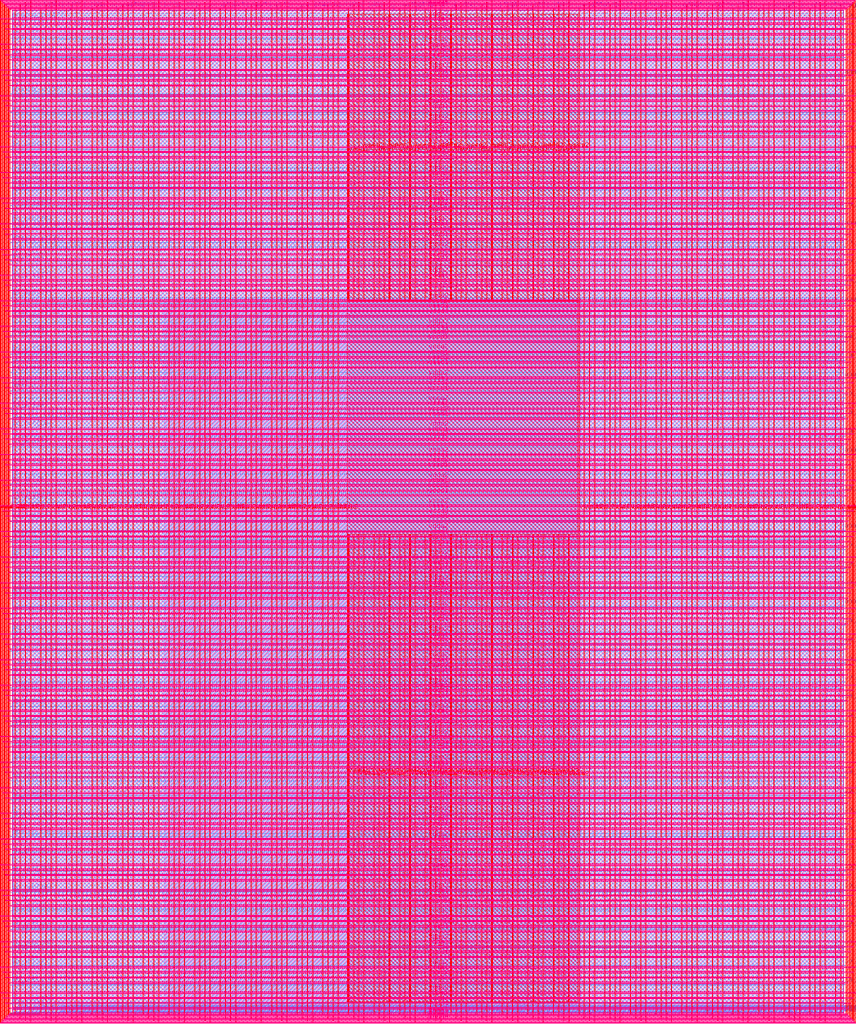
<source format=lef>
VERSION 5.7 ;
  NOWIREEXTENSIONATPIN ON ;
  DIVIDERCHAR "/" ;
  BUSBITCHARS "[]" ;
MACRO user_project_wrapper
  CLASS BLOCK ;
  FOREIGN user_project_wrapper ;
  ORIGIN 0.000 0.000 ;
  SIZE 2920.000 BY 3520.000 ;
  PIN analog_io[0]
    DIRECTION INOUT ;
    USE SIGNAL ;
    PORT
      LAYER met3 ;
        RECT 2917.600 1426.380 2924.800 1427.580 ;
    END
  END analog_io[0]
  PIN analog_io[10]
    DIRECTION INOUT ;
    USE SIGNAL ;
    PORT
      LAYER met2 ;
        RECT 2230.490 3517.600 2231.050 3524.800 ;
    END
  END analog_io[10]
  PIN analog_io[11]
    DIRECTION INOUT ;
    USE SIGNAL ;
    PORT
      LAYER met2 ;
        RECT 1905.730 3517.600 1906.290 3524.800 ;
    END
  END analog_io[11]
  PIN analog_io[12]
    DIRECTION INOUT ;
    USE SIGNAL ;
    PORT
      LAYER met2 ;
        RECT 1581.430 3517.600 1581.990 3524.800 ;
    END
  END analog_io[12]
  PIN analog_io[13]
    DIRECTION INOUT ;
    USE SIGNAL ;
    PORT
      LAYER met2 ;
        RECT 1257.130 3517.600 1257.690 3524.800 ;
    END
  END analog_io[13]
  PIN analog_io[14]
    DIRECTION INOUT ;
    USE SIGNAL ;
    PORT
      LAYER met2 ;
        RECT 932.370 3517.600 932.930 3524.800 ;
    END
  END analog_io[14]
  PIN analog_io[15]
    DIRECTION INOUT ;
    USE SIGNAL ;
    PORT
      LAYER met2 ;
        RECT 608.070 3517.600 608.630 3524.800 ;
    END
  END analog_io[15]
  PIN analog_io[16]
    DIRECTION INOUT ;
    USE SIGNAL ;
    PORT
      LAYER met2 ;
        RECT 283.770 3517.600 284.330 3524.800 ;
    END
  END analog_io[16]
  PIN analog_io[17]
    DIRECTION INOUT ;
    USE SIGNAL ;
    PORT
      LAYER met3 ;
        RECT -4.800 3486.100 2.400 3487.300 ;
    END
  END analog_io[17]
  PIN analog_io[18]
    DIRECTION INOUT ;
    USE SIGNAL ;
    PORT
      LAYER met3 ;
        RECT -4.800 3224.980 2.400 3226.180 ;
    END
  END analog_io[18]
  PIN analog_io[19]
    DIRECTION INOUT ;
    USE SIGNAL ;
    PORT
      LAYER met3 ;
        RECT -4.800 2964.540 2.400 2965.740 ;
    END
  END analog_io[19]
  PIN analog_io[1]
    DIRECTION INOUT ;
    USE SIGNAL ;
    PORT
      LAYER met3 ;
        RECT 2917.600 1692.260 2924.800 1693.460 ;
    END
  END analog_io[1]
  PIN analog_io[20]
    DIRECTION INOUT ;
    USE SIGNAL ;
    PORT
      LAYER met3 ;
        RECT -4.800 2703.420 2.400 2704.620 ;
    END
  END analog_io[20]
  PIN analog_io[21]
    DIRECTION INOUT ;
    USE SIGNAL ;
    PORT
      LAYER met3 ;
        RECT -4.800 2442.980 2.400 2444.180 ;
    END
  END analog_io[21]
  PIN analog_io[22]
    DIRECTION INOUT ;
    USE SIGNAL ;
    PORT
      LAYER met3 ;
        RECT -4.800 2182.540 2.400 2183.740 ;
    END
  END analog_io[22]
  PIN analog_io[23]
    DIRECTION INOUT ;
    USE SIGNAL ;
    PORT
      LAYER met3 ;
        RECT -4.800 1921.420 2.400 1922.620 ;
    END
  END analog_io[23]
  PIN analog_io[24]
    DIRECTION INOUT ;
    USE SIGNAL ;
    PORT
      LAYER met3 ;
        RECT -4.800 1660.980 2.400 1662.180 ;
    END
  END analog_io[24]
  PIN analog_io[25]
    DIRECTION INOUT ;
    USE SIGNAL ;
    PORT
      LAYER met3 ;
        RECT -4.800 1399.860 2.400 1401.060 ;
    END
  END analog_io[25]
  PIN analog_io[26]
    DIRECTION INOUT ;
    USE SIGNAL ;
    PORT
      LAYER met3 ;
        RECT -4.800 1139.420 2.400 1140.620 ;
    END
  END analog_io[26]
  PIN analog_io[27]
    DIRECTION INOUT ;
    USE SIGNAL ;
    PORT
      LAYER met3 ;
        RECT -4.800 878.980 2.400 880.180 ;
    END
  END analog_io[27]
  PIN analog_io[28]
    DIRECTION INOUT ;
    USE SIGNAL ;
    PORT
      LAYER met3 ;
        RECT -4.800 617.860 2.400 619.060 ;
    END
  END analog_io[28]
  PIN analog_io[2]
    DIRECTION INOUT ;
    USE SIGNAL ;
    PORT
      LAYER met3 ;
        RECT 2917.600 1958.140 2924.800 1959.340 ;
    END
  END analog_io[2]
  PIN analog_io[3]
    DIRECTION INOUT ;
    USE SIGNAL ;
    PORT
      LAYER met3 ;
        RECT 2917.600 2223.340 2924.800 2224.540 ;
    END
  END analog_io[3]
  PIN analog_io[4]
    DIRECTION INOUT ;
    USE SIGNAL ;
    PORT
      LAYER met3 ;
        RECT 2917.600 2489.220 2924.800 2490.420 ;
    END
  END analog_io[4]
  PIN analog_io[5]
    DIRECTION INOUT ;
    USE SIGNAL ;
    PORT
      LAYER met3 ;
        RECT 2917.600 2755.100 2924.800 2756.300 ;
    END
  END analog_io[5]
  PIN analog_io[6]
    DIRECTION INOUT ;
    USE SIGNAL ;
    PORT
      LAYER met3 ;
        RECT 2917.600 3020.300 2924.800 3021.500 ;
    END
  END analog_io[6]
  PIN analog_io[7]
    DIRECTION INOUT ;
    USE SIGNAL ;
    PORT
      LAYER met3 ;
        RECT 2917.600 3286.180 2924.800 3287.380 ;
    END
  END analog_io[7]
  PIN analog_io[8]
    DIRECTION INOUT ;
    USE SIGNAL ;
    PORT
      LAYER met2 ;
        RECT 2879.090 3517.600 2879.650 3524.800 ;
    END
  END analog_io[8]
  PIN analog_io[9]
    DIRECTION INOUT ;
    USE SIGNAL ;
    PORT
      LAYER met2 ;
        RECT 2554.790 3517.600 2555.350 3524.800 ;
    END
  END analog_io[9]
  PIN io_in[0]
    DIRECTION INPUT ;
    USE SIGNAL ;
    PORT
      LAYER met3 ;
        RECT 2917.600 32.380 2924.800 33.580 ;
    END
  END io_in[0]
  PIN io_in[10]
    DIRECTION INPUT ;
    USE SIGNAL ;
    PORT
      LAYER met3 ;
        RECT 2917.600 2289.980 2924.800 2291.180 ;
    END
  END io_in[10]
  PIN io_in[11]
    DIRECTION INPUT ;
    USE SIGNAL ;
    PORT
      LAYER met3 ;
        RECT 2917.600 2555.860 2924.800 2557.060 ;
    END
  END io_in[11]
  PIN io_in[12]
    DIRECTION INPUT ;
    USE SIGNAL ;
    PORT
      LAYER met3 ;
        RECT 2917.600 2821.060 2924.800 2822.260 ;
    END
  END io_in[12]
  PIN io_in[13]
    DIRECTION INPUT ;
    USE SIGNAL ;
    PORT
      LAYER met3 ;
        RECT 2917.600 3086.940 2924.800 3088.140 ;
    END
  END io_in[13]
  PIN io_in[14]
    DIRECTION INPUT ;
    USE SIGNAL ;
    PORT
      LAYER met3 ;
        RECT 2917.600 3352.820 2924.800 3354.020 ;
    END
  END io_in[14]
  PIN io_in[15]
    DIRECTION INPUT ;
    USE SIGNAL ;
    PORT
      LAYER met2 ;
        RECT 2798.130 3517.600 2798.690 3524.800 ;
    END
  END io_in[15]
  PIN io_in[16]
    DIRECTION INPUT ;
    USE SIGNAL ;
    PORT
      LAYER met2 ;
        RECT 2473.830 3517.600 2474.390 3524.800 ;
    END
  END io_in[16]
  PIN io_in[17]
    DIRECTION INPUT ;
    USE SIGNAL ;
    PORT
      LAYER met2 ;
        RECT 2149.070 3517.600 2149.630 3524.800 ;
    END
  END io_in[17]
  PIN io_in[18]
    DIRECTION INPUT ;
    USE SIGNAL ;
    PORT
      LAYER met2 ;
        RECT 1824.770 3517.600 1825.330 3524.800 ;
    END
  END io_in[18]
  PIN io_in[19]
    DIRECTION INPUT ;
    USE SIGNAL ;
    PORT
      LAYER met2 ;
        RECT 1500.470 3517.600 1501.030 3524.800 ;
    END
  END io_in[19]
  PIN io_in[1]
    DIRECTION INPUT ;
    USE SIGNAL ;
    PORT
      LAYER met3 ;
        RECT 2917.600 230.940 2924.800 232.140 ;
    END
  END io_in[1]
  PIN io_in[20]
    DIRECTION INPUT ;
    USE SIGNAL ;
    PORT
      LAYER met2 ;
        RECT 1175.710 3517.600 1176.270 3524.800 ;
    END
  END io_in[20]
  PIN io_in[21]
    DIRECTION INPUT ;
    USE SIGNAL ;
    PORT
      LAYER met2 ;
        RECT 851.410 3517.600 851.970 3524.800 ;
    END
  END io_in[21]
  PIN io_in[22]
    DIRECTION INPUT ;
    USE SIGNAL ;
    PORT
      LAYER met2 ;
        RECT 527.110 3517.600 527.670 3524.800 ;
    END
  END io_in[22]
  PIN io_in[23]
    DIRECTION INPUT ;
    USE SIGNAL ;
    PORT
      LAYER met2 ;
        RECT 202.350 3517.600 202.910 3524.800 ;
    END
  END io_in[23]
  PIN io_in[24]
    DIRECTION INPUT ;
    USE SIGNAL ;
    PORT
      LAYER met3 ;
        RECT -4.800 3420.820 2.400 3422.020 ;
    END
  END io_in[24]
  PIN io_in[25]
    DIRECTION INPUT ;
    USE SIGNAL ;
    PORT
      LAYER met3 ;
        RECT -4.800 3159.700 2.400 3160.900 ;
    END
  END io_in[25]
  PIN io_in[26]
    DIRECTION INPUT ;
    USE SIGNAL ;
    PORT
      LAYER met3 ;
        RECT -4.800 2899.260 2.400 2900.460 ;
    END
  END io_in[26]
  PIN io_in[27]
    DIRECTION INPUT ;
    USE SIGNAL ;
    PORT
      LAYER met3 ;
        RECT -4.800 2638.820 2.400 2640.020 ;
    END
  END io_in[27]
  PIN io_in[28]
    DIRECTION INPUT ;
    USE SIGNAL ;
    PORT
      LAYER met3 ;
        RECT -4.800 2377.700 2.400 2378.900 ;
    END
  END io_in[28]
  PIN io_in[29]
    DIRECTION INPUT ;
    USE SIGNAL ;
    PORT
      LAYER met3 ;
        RECT -4.800 2117.260 2.400 2118.460 ;
    END
  END io_in[29]
  PIN io_in[2]
    DIRECTION INPUT ;
    USE SIGNAL ;
    PORT
      LAYER met3 ;
        RECT 2917.600 430.180 2924.800 431.380 ;
    END
  END io_in[2]
  PIN io_in[30]
    DIRECTION INPUT ;
    USE SIGNAL ;
    PORT
      LAYER met3 ;
        RECT -4.800 1856.140 2.400 1857.340 ;
    END
  END io_in[30]
  PIN io_in[31]
    DIRECTION INPUT ;
    USE SIGNAL ;
    PORT
      LAYER met3 ;
        RECT -4.800 1595.700 2.400 1596.900 ;
    END
  END io_in[31]
  PIN io_in[32]
    DIRECTION INPUT ;
    USE SIGNAL ;
    PORT
      LAYER met3 ;
        RECT -4.800 1335.260 2.400 1336.460 ;
    END
  END io_in[32]
  PIN io_in[33]
    DIRECTION INPUT ;
    USE SIGNAL ;
    PORT
      LAYER met3 ;
        RECT -4.800 1074.140 2.400 1075.340 ;
    END
  END io_in[33]
  PIN io_in[34]
    DIRECTION INPUT ;
    USE SIGNAL ;
    PORT
      LAYER met3 ;
        RECT -4.800 813.700 2.400 814.900 ;
    END
  END io_in[34]
  PIN io_in[35]
    DIRECTION INPUT ;
    USE SIGNAL ;
    PORT
      LAYER met3 ;
        RECT -4.800 552.580 2.400 553.780 ;
    END
  END io_in[35]
  PIN io_in[36]
    DIRECTION INPUT ;
    USE SIGNAL ;
    PORT
      LAYER met3 ;
        RECT -4.800 357.420 2.400 358.620 ;
    END
  END io_in[36]
  PIN io_in[37]
    DIRECTION INPUT ;
    USE SIGNAL ;
    PORT
      LAYER met3 ;
        RECT -4.800 161.580 2.400 162.780 ;
    END
  END io_in[37]
  PIN io_in[3]
    DIRECTION INPUT ;
    USE SIGNAL ;
    PORT
      LAYER met3 ;
        RECT 2917.600 629.420 2924.800 630.620 ;
    END
  END io_in[3]
  PIN io_in[4]
    DIRECTION INPUT ;
    USE SIGNAL ;
    PORT
      LAYER met3 ;
        RECT 2917.600 828.660 2924.800 829.860 ;
    END
  END io_in[4]
  PIN io_in[5]
    DIRECTION INPUT ;
    USE SIGNAL ;
    PORT
      LAYER met3 ;
        RECT 2917.600 1027.900 2924.800 1029.100 ;
    END
  END io_in[5]
  PIN io_in[6]
    DIRECTION INPUT ;
    USE SIGNAL ;
    PORT
      LAYER met3 ;
        RECT 2917.600 1227.140 2924.800 1228.340 ;
    END
  END io_in[6]
  PIN io_in[7]
    DIRECTION INPUT ;
    USE SIGNAL ;
    PORT
      LAYER met3 ;
        RECT 2917.600 1493.020 2924.800 1494.220 ;
    END
  END io_in[7]
  PIN io_in[8]
    DIRECTION INPUT ;
    USE SIGNAL ;
    PORT
      LAYER met3 ;
        RECT 2917.600 1758.900 2924.800 1760.100 ;
    END
  END io_in[8]
  PIN io_in[9]
    DIRECTION INPUT ;
    USE SIGNAL ;
    PORT
      LAYER met3 ;
        RECT 2917.600 2024.100 2924.800 2025.300 ;
    END
  END io_in[9]
  PIN io_oeb[0]
    DIRECTION OUTPUT TRISTATE ;
    USE SIGNAL ;
    PORT
      LAYER met3 ;
        RECT 2917.600 164.980 2924.800 166.180 ;
    END
  END io_oeb[0]
  PIN io_oeb[10]
    DIRECTION OUTPUT TRISTATE ;
    USE SIGNAL ;
    PORT
      LAYER met3 ;
        RECT 2917.600 2422.580 2924.800 2423.780 ;
    END
  END io_oeb[10]
  PIN io_oeb[11]
    DIRECTION OUTPUT TRISTATE ;
    USE SIGNAL ;
    PORT
      LAYER met3 ;
        RECT 2917.600 2688.460 2924.800 2689.660 ;
    END
  END io_oeb[11]
  PIN io_oeb[12]
    DIRECTION OUTPUT TRISTATE ;
    USE SIGNAL ;
    PORT
      LAYER met3 ;
        RECT 2917.600 2954.340 2924.800 2955.540 ;
    END
  END io_oeb[12]
  PIN io_oeb[13]
    DIRECTION OUTPUT TRISTATE ;
    USE SIGNAL ;
    PORT
      LAYER met3 ;
        RECT 2917.600 3219.540 2924.800 3220.740 ;
    END
  END io_oeb[13]
  PIN io_oeb[14]
    DIRECTION OUTPUT TRISTATE ;
    USE SIGNAL ;
    PORT
      LAYER met3 ;
        RECT 2917.600 3485.420 2924.800 3486.620 ;
    END
  END io_oeb[14]
  PIN io_oeb[15]
    DIRECTION OUTPUT TRISTATE ;
    USE SIGNAL ;
    PORT
      LAYER met2 ;
        RECT 2635.750 3517.600 2636.310 3524.800 ;
    END
  END io_oeb[15]
  PIN io_oeb[16]
    DIRECTION OUTPUT TRISTATE ;
    USE SIGNAL ;
    PORT
      LAYER met2 ;
        RECT 2311.450 3517.600 2312.010 3524.800 ;
    END
  END io_oeb[16]
  PIN io_oeb[17]
    DIRECTION OUTPUT TRISTATE ;
    USE SIGNAL ;
    PORT
      LAYER met2 ;
        RECT 1987.150 3517.600 1987.710 3524.800 ;
    END
  END io_oeb[17]
  PIN io_oeb[18]
    DIRECTION OUTPUT TRISTATE ;
    USE SIGNAL ;
    PORT
      LAYER met2 ;
        RECT 1662.390 3517.600 1662.950 3524.800 ;
    END
  END io_oeb[18]
  PIN io_oeb[19]
    DIRECTION OUTPUT TRISTATE ;
    USE SIGNAL ;
    PORT
      LAYER met2 ;
        RECT 1338.090 3517.600 1338.650 3524.800 ;
    END
  END io_oeb[19]
  PIN io_oeb[1]
    DIRECTION OUTPUT TRISTATE ;
    USE SIGNAL ;
    PORT
      LAYER met3 ;
        RECT 2917.600 364.220 2924.800 365.420 ;
    END
  END io_oeb[1]
  PIN io_oeb[20]
    DIRECTION OUTPUT TRISTATE ;
    USE SIGNAL ;
    PORT
      LAYER met2 ;
        RECT 1013.790 3517.600 1014.350 3524.800 ;
    END
  END io_oeb[20]
  PIN io_oeb[21]
    DIRECTION OUTPUT TRISTATE ;
    USE SIGNAL ;
    PORT
      LAYER met2 ;
        RECT 689.030 3517.600 689.590 3524.800 ;
    END
  END io_oeb[21]
  PIN io_oeb[22]
    DIRECTION OUTPUT TRISTATE ;
    USE SIGNAL ;
    PORT
      LAYER met2 ;
        RECT 364.730 3517.600 365.290 3524.800 ;
    END
  END io_oeb[22]
  PIN io_oeb[23]
    DIRECTION OUTPUT TRISTATE ;
    USE SIGNAL ;
    PORT
      LAYER met2 ;
        RECT 40.430 3517.600 40.990 3524.800 ;
    END
  END io_oeb[23]
  PIN io_oeb[24]
    DIRECTION OUTPUT TRISTATE ;
    USE SIGNAL ;
    PORT
      LAYER met3 ;
        RECT -4.800 3290.260 2.400 3291.460 ;
    END
  END io_oeb[24]
  PIN io_oeb[25]
    DIRECTION OUTPUT TRISTATE ;
    USE SIGNAL ;
    PORT
      LAYER met3 ;
        RECT -4.800 3029.820 2.400 3031.020 ;
    END
  END io_oeb[25]
  PIN io_oeb[26]
    DIRECTION OUTPUT TRISTATE ;
    USE SIGNAL ;
    PORT
      LAYER met3 ;
        RECT -4.800 2768.700 2.400 2769.900 ;
    END
  END io_oeb[26]
  PIN io_oeb[27]
    DIRECTION OUTPUT TRISTATE ;
    USE SIGNAL ;
    PORT
      LAYER met3 ;
        RECT -4.800 2508.260 2.400 2509.460 ;
    END
  END io_oeb[27]
  PIN io_oeb[28]
    DIRECTION OUTPUT TRISTATE ;
    USE SIGNAL ;
    PORT
      LAYER met3 ;
        RECT -4.800 2247.140 2.400 2248.340 ;
    END
  END io_oeb[28]
  PIN io_oeb[29]
    DIRECTION OUTPUT TRISTATE ;
    USE SIGNAL ;
    PORT
      LAYER met3 ;
        RECT -4.800 1986.700 2.400 1987.900 ;
    END
  END io_oeb[29]
  PIN io_oeb[2]
    DIRECTION OUTPUT TRISTATE ;
    USE SIGNAL ;
    PORT
      LAYER met3 ;
        RECT 2917.600 563.460 2924.800 564.660 ;
    END
  END io_oeb[2]
  PIN io_oeb[30]
    DIRECTION OUTPUT TRISTATE ;
    USE SIGNAL ;
    PORT
      LAYER met3 ;
        RECT -4.800 1726.260 2.400 1727.460 ;
    END
  END io_oeb[30]
  PIN io_oeb[31]
    DIRECTION OUTPUT TRISTATE ;
    USE SIGNAL ;
    PORT
      LAYER met3 ;
        RECT -4.800 1465.140 2.400 1466.340 ;
    END
  END io_oeb[31]
  PIN io_oeb[32]
    DIRECTION OUTPUT TRISTATE ;
    USE SIGNAL ;
    PORT
      LAYER met3 ;
        RECT -4.800 1204.700 2.400 1205.900 ;
    END
  END io_oeb[32]
  PIN io_oeb[33]
    DIRECTION OUTPUT TRISTATE ;
    USE SIGNAL ;
    PORT
      LAYER met3 ;
        RECT -4.800 943.580 2.400 944.780 ;
    END
  END io_oeb[33]
  PIN io_oeb[34]
    DIRECTION OUTPUT TRISTATE ;
    USE SIGNAL ;
    PORT
      LAYER met3 ;
        RECT -4.800 683.140 2.400 684.340 ;
    END
  END io_oeb[34]
  PIN io_oeb[35]
    DIRECTION OUTPUT TRISTATE ;
    USE SIGNAL ;
    PORT
      LAYER met3 ;
        RECT -4.800 422.700 2.400 423.900 ;
    END
  END io_oeb[35]
  PIN io_oeb[36]
    DIRECTION OUTPUT TRISTATE ;
    USE SIGNAL ;
    PORT
      LAYER met3 ;
        RECT -4.800 226.860 2.400 228.060 ;
    END
  END io_oeb[36]
  PIN io_oeb[37]
    DIRECTION OUTPUT TRISTATE ;
    USE SIGNAL ;
    PORT
      LAYER met3 ;
        RECT -4.800 31.700 2.400 32.900 ;
    END
  END io_oeb[37]
  PIN io_oeb[3]
    DIRECTION OUTPUT TRISTATE ;
    USE SIGNAL ;
    PORT
      LAYER met3 ;
        RECT 2917.600 762.700 2924.800 763.900 ;
    END
  END io_oeb[3]
  PIN io_oeb[4]
    DIRECTION OUTPUT TRISTATE ;
    USE SIGNAL ;
    PORT
      LAYER met3 ;
        RECT 2917.600 961.940 2924.800 963.140 ;
    END
  END io_oeb[4]
  PIN io_oeb[5]
    DIRECTION OUTPUT TRISTATE ;
    USE SIGNAL ;
    PORT
      LAYER met3 ;
        RECT 2917.600 1161.180 2924.800 1162.380 ;
    END
  END io_oeb[5]
  PIN io_oeb[6]
    DIRECTION OUTPUT TRISTATE ;
    USE SIGNAL ;
    PORT
      LAYER met3 ;
        RECT 2917.600 1360.420 2924.800 1361.620 ;
    END
  END io_oeb[6]
  PIN io_oeb[7]
    DIRECTION OUTPUT TRISTATE ;
    USE SIGNAL ;
    PORT
      LAYER met3 ;
        RECT 2917.600 1625.620 2924.800 1626.820 ;
    END
  END io_oeb[7]
  PIN io_oeb[8]
    DIRECTION OUTPUT TRISTATE ;
    USE SIGNAL ;
    PORT
      LAYER met3 ;
        RECT 2917.600 1891.500 2924.800 1892.700 ;
    END
  END io_oeb[8]
  PIN io_oeb[9]
    DIRECTION OUTPUT TRISTATE ;
    USE SIGNAL ;
    PORT
      LAYER met3 ;
        RECT 2917.600 2157.380 2924.800 2158.580 ;
    END
  END io_oeb[9]
  PIN io_out[0]
    DIRECTION OUTPUT TRISTATE ;
    USE SIGNAL ;
    PORT
      LAYER met3 ;
        RECT 2917.600 98.340 2924.800 99.540 ;
    END
  END io_out[0]
  PIN io_out[10]
    DIRECTION OUTPUT TRISTATE ;
    USE SIGNAL ;
    PORT
      LAYER met3 ;
        RECT 2917.600 2356.620 2924.800 2357.820 ;
    END
  END io_out[10]
  PIN io_out[11]
    DIRECTION OUTPUT TRISTATE ;
    USE SIGNAL ;
    PORT
      LAYER met3 ;
        RECT 2917.600 2621.820 2924.800 2623.020 ;
    END
  END io_out[11]
  PIN io_out[12]
    DIRECTION OUTPUT TRISTATE ;
    USE SIGNAL ;
    PORT
      LAYER met3 ;
        RECT 2917.600 2887.700 2924.800 2888.900 ;
    END
  END io_out[12]
  PIN io_out[13]
    DIRECTION OUTPUT TRISTATE ;
    USE SIGNAL ;
    PORT
      LAYER met3 ;
        RECT 2917.600 3153.580 2924.800 3154.780 ;
    END
  END io_out[13]
  PIN io_out[14]
    DIRECTION OUTPUT TRISTATE ;
    USE SIGNAL ;
    PORT
      LAYER met3 ;
        RECT 2917.600 3418.780 2924.800 3419.980 ;
    END
  END io_out[14]
  PIN io_out[15]
    DIRECTION OUTPUT TRISTATE ;
    USE SIGNAL ;
    PORT
      LAYER met2 ;
        RECT 2717.170 3517.600 2717.730 3524.800 ;
    END
  END io_out[15]
  PIN io_out[16]
    DIRECTION OUTPUT TRISTATE ;
    USE SIGNAL ;
    PORT
      LAYER met2 ;
        RECT 2392.410 3517.600 2392.970 3524.800 ;
    END
  END io_out[16]
  PIN io_out[17]
    DIRECTION OUTPUT TRISTATE ;
    USE SIGNAL ;
    PORT
      LAYER met2 ;
        RECT 2068.110 3517.600 2068.670 3524.800 ;
    END
  END io_out[17]
  PIN io_out[18]
    DIRECTION OUTPUT TRISTATE ;
    USE SIGNAL ;
    PORT
      LAYER met2 ;
        RECT 1743.810 3517.600 1744.370 3524.800 ;
    END
  END io_out[18]
  PIN io_out[19]
    DIRECTION OUTPUT TRISTATE ;
    USE SIGNAL ;
    PORT
      LAYER met2 ;
        RECT 1419.050 3517.600 1419.610 3524.800 ;
    END
  END io_out[19]
  PIN io_out[1]
    DIRECTION OUTPUT TRISTATE ;
    USE SIGNAL ;
    PORT
      LAYER met3 ;
        RECT 2917.600 297.580 2924.800 298.780 ;
    END
  END io_out[1]
  PIN io_out[20]
    DIRECTION OUTPUT TRISTATE ;
    USE SIGNAL ;
    PORT
      LAYER met2 ;
        RECT 1094.750 3517.600 1095.310 3524.800 ;
    END
  END io_out[20]
  PIN io_out[21]
    DIRECTION OUTPUT TRISTATE ;
    USE SIGNAL ;
    PORT
      LAYER met2 ;
        RECT 770.450 3517.600 771.010 3524.800 ;
    END
  END io_out[21]
  PIN io_out[22]
    DIRECTION OUTPUT TRISTATE ;
    USE SIGNAL ;
    PORT
      LAYER met2 ;
        RECT 445.690 3517.600 446.250 3524.800 ;
    END
  END io_out[22]
  PIN io_out[23]
    DIRECTION OUTPUT TRISTATE ;
    USE SIGNAL ;
    PORT
      LAYER met2 ;
        RECT 121.390 3517.600 121.950 3524.800 ;
    END
  END io_out[23]
  PIN io_out[24]
    DIRECTION OUTPUT TRISTATE ;
    USE SIGNAL ;
    PORT
      LAYER met3 ;
        RECT -4.800 3355.540 2.400 3356.740 ;
    END
  END io_out[24]
  PIN io_out[25]
    DIRECTION OUTPUT TRISTATE ;
    USE SIGNAL ;
    PORT
      LAYER met3 ;
        RECT -4.800 3095.100 2.400 3096.300 ;
    END
  END io_out[25]
  PIN io_out[26]
    DIRECTION OUTPUT TRISTATE ;
    USE SIGNAL ;
    PORT
      LAYER met3 ;
        RECT -4.800 2833.980 2.400 2835.180 ;
    END
  END io_out[26]
  PIN io_out[27]
    DIRECTION OUTPUT TRISTATE ;
    USE SIGNAL ;
    PORT
      LAYER met3 ;
        RECT -4.800 2573.540 2.400 2574.740 ;
    END
  END io_out[27]
  PIN io_out[28]
    DIRECTION OUTPUT TRISTATE ;
    USE SIGNAL ;
    PORT
      LAYER met3 ;
        RECT -4.800 2312.420 2.400 2313.620 ;
    END
  END io_out[28]
  PIN io_out[29]
    DIRECTION OUTPUT TRISTATE ;
    USE SIGNAL ;
    PORT
      LAYER met3 ;
        RECT -4.800 2051.980 2.400 2053.180 ;
    END
  END io_out[29]
  PIN io_out[2]
    DIRECTION OUTPUT TRISTATE ;
    USE SIGNAL ;
    PORT
      LAYER met3 ;
        RECT 2917.600 496.820 2924.800 498.020 ;
    END
  END io_out[2]
  PIN io_out[30]
    DIRECTION OUTPUT TRISTATE ;
    USE SIGNAL ;
    PORT
      LAYER met3 ;
        RECT -4.800 1791.540 2.400 1792.740 ;
    END
  END io_out[30]
  PIN io_out[31]
    DIRECTION OUTPUT TRISTATE ;
    USE SIGNAL ;
    PORT
      LAYER met3 ;
        RECT -4.800 1530.420 2.400 1531.620 ;
    END
  END io_out[31]
  PIN io_out[32]
    DIRECTION OUTPUT TRISTATE ;
    USE SIGNAL ;
    PORT
      LAYER met3 ;
        RECT -4.800 1269.980 2.400 1271.180 ;
    END
  END io_out[32]
  PIN io_out[33]
    DIRECTION OUTPUT TRISTATE ;
    USE SIGNAL ;
    PORT
      LAYER met3 ;
        RECT -4.800 1008.860 2.400 1010.060 ;
    END
  END io_out[33]
  PIN io_out[34]
    DIRECTION OUTPUT TRISTATE ;
    USE SIGNAL ;
    PORT
      LAYER met3 ;
        RECT -4.800 748.420 2.400 749.620 ;
    END
  END io_out[34]
  PIN io_out[35]
    DIRECTION OUTPUT TRISTATE ;
    USE SIGNAL ;
    PORT
      LAYER met3 ;
        RECT -4.800 487.300 2.400 488.500 ;
    END
  END io_out[35]
  PIN io_out[36]
    DIRECTION OUTPUT TRISTATE ;
    USE SIGNAL ;
    PORT
      LAYER met3 ;
        RECT -4.800 292.140 2.400 293.340 ;
    END
  END io_out[36]
  PIN io_out[37]
    DIRECTION OUTPUT TRISTATE ;
    USE SIGNAL ;
    PORT
      LAYER met3 ;
        RECT -4.800 96.300 2.400 97.500 ;
    END
  END io_out[37]
  PIN io_out[3]
    DIRECTION OUTPUT TRISTATE ;
    USE SIGNAL ;
    PORT
      LAYER met3 ;
        RECT 2917.600 696.060 2924.800 697.260 ;
    END
  END io_out[3]
  PIN io_out[4]
    DIRECTION OUTPUT TRISTATE ;
    USE SIGNAL ;
    PORT
      LAYER met3 ;
        RECT 2917.600 895.300 2924.800 896.500 ;
    END
  END io_out[4]
  PIN io_out[5]
    DIRECTION OUTPUT TRISTATE ;
    USE SIGNAL ;
    PORT
      LAYER met3 ;
        RECT 2917.600 1094.540 2924.800 1095.740 ;
    END
  END io_out[5]
  PIN io_out[6]
    DIRECTION OUTPUT TRISTATE ;
    USE SIGNAL ;
    PORT
      LAYER met3 ;
        RECT 2917.600 1293.780 2924.800 1294.980 ;
    END
  END io_out[6]
  PIN io_out[7]
    DIRECTION OUTPUT TRISTATE ;
    USE SIGNAL ;
    PORT
      LAYER met3 ;
        RECT 2917.600 1559.660 2924.800 1560.860 ;
    END
  END io_out[7]
  PIN io_out[8]
    DIRECTION OUTPUT TRISTATE ;
    USE SIGNAL ;
    PORT
      LAYER met3 ;
        RECT 2917.600 1824.860 2924.800 1826.060 ;
    END
  END io_out[8]
  PIN io_out[9]
    DIRECTION OUTPUT TRISTATE ;
    USE SIGNAL ;
    PORT
      LAYER met3 ;
        RECT 2917.600 2090.740 2924.800 2091.940 ;
    END
  END io_out[9]
  PIN la_data_in[0]
    DIRECTION INPUT ;
    USE SIGNAL ;
    PORT
      LAYER met2 ;
        RECT 629.230 -4.800 629.790 2.400 ;
    END
  END la_data_in[0]
  PIN la_data_in[100]
    DIRECTION INPUT ;
    USE SIGNAL ;
    PORT
      LAYER met2 ;
        RECT 2402.530 -4.800 2403.090 2.400 ;
    END
  END la_data_in[100]
  PIN la_data_in[101]
    DIRECTION INPUT ;
    USE SIGNAL ;
    PORT
      LAYER met2 ;
        RECT 2420.010 -4.800 2420.570 2.400 ;
    END
  END la_data_in[101]
  PIN la_data_in[102]
    DIRECTION INPUT ;
    USE SIGNAL ;
    PORT
      LAYER met2 ;
        RECT 2437.950 -4.800 2438.510 2.400 ;
    END
  END la_data_in[102]
  PIN la_data_in[103]
    DIRECTION INPUT ;
    USE SIGNAL ;
    PORT
      LAYER met2 ;
        RECT 2455.430 -4.800 2455.990 2.400 ;
    END
  END la_data_in[103]
  PIN la_data_in[104]
    DIRECTION INPUT ;
    USE SIGNAL ;
    PORT
      LAYER met2 ;
        RECT 2473.370 -4.800 2473.930 2.400 ;
    END
  END la_data_in[104]
  PIN la_data_in[105]
    DIRECTION INPUT ;
    USE SIGNAL ;
    PORT
      LAYER met2 ;
        RECT 2490.850 -4.800 2491.410 2.400 ;
    END
  END la_data_in[105]
  PIN la_data_in[106]
    DIRECTION INPUT ;
    USE SIGNAL ;
    PORT
      LAYER met2 ;
        RECT 2508.790 -4.800 2509.350 2.400 ;
    END
  END la_data_in[106]
  PIN la_data_in[107]
    DIRECTION INPUT ;
    USE SIGNAL ;
    PORT
      LAYER met2 ;
        RECT 2526.730 -4.800 2527.290 2.400 ;
    END
  END la_data_in[107]
  PIN la_data_in[108]
    DIRECTION INPUT ;
    USE SIGNAL ;
    PORT
      LAYER met2 ;
        RECT 2544.210 -4.800 2544.770 2.400 ;
    END
  END la_data_in[108]
  PIN la_data_in[109]
    DIRECTION INPUT ;
    USE SIGNAL ;
    PORT
      LAYER met2 ;
        RECT 2562.150 -4.800 2562.710 2.400 ;
    END
  END la_data_in[109]
  PIN la_data_in[10]
    DIRECTION INPUT ;
    USE SIGNAL ;
    PORT
      LAYER met2 ;
        RECT 806.330 -4.800 806.890 2.400 ;
    END
  END la_data_in[10]
  PIN la_data_in[110]
    DIRECTION INPUT ;
    USE SIGNAL ;
    PORT
      LAYER met2 ;
        RECT 2579.630 -4.800 2580.190 2.400 ;
    END
  END la_data_in[110]
  PIN la_data_in[111]
    DIRECTION INPUT ;
    USE SIGNAL ;
    PORT
      LAYER met2 ;
        RECT 2597.570 -4.800 2598.130 2.400 ;
    END
  END la_data_in[111]
  PIN la_data_in[112]
    DIRECTION INPUT ;
    USE SIGNAL ;
    PORT
      LAYER met2 ;
        RECT 2615.050 -4.800 2615.610 2.400 ;
    END
  END la_data_in[112]
  PIN la_data_in[113]
    DIRECTION INPUT ;
    USE SIGNAL ;
    PORT
      LAYER met2 ;
        RECT 2632.990 -4.800 2633.550 2.400 ;
    END
  END la_data_in[113]
  PIN la_data_in[114]
    DIRECTION INPUT ;
    USE SIGNAL ;
    PORT
      LAYER met2 ;
        RECT 2650.470 -4.800 2651.030 2.400 ;
    END
  END la_data_in[114]
  PIN la_data_in[115]
    DIRECTION INPUT ;
    USE SIGNAL ;
    PORT
      LAYER met2 ;
        RECT 2668.410 -4.800 2668.970 2.400 ;
    END
  END la_data_in[115]
  PIN la_data_in[116]
    DIRECTION INPUT ;
    USE SIGNAL ;
    PORT
      LAYER met2 ;
        RECT 2685.890 -4.800 2686.450 2.400 ;
    END
  END la_data_in[116]
  PIN la_data_in[117]
    DIRECTION INPUT ;
    USE SIGNAL ;
    PORT
      LAYER met2 ;
        RECT 2703.830 -4.800 2704.390 2.400 ;
    END
  END la_data_in[117]
  PIN la_data_in[118]
    DIRECTION INPUT ;
    USE SIGNAL ;
    PORT
      LAYER met2 ;
        RECT 2721.770 -4.800 2722.330 2.400 ;
    END
  END la_data_in[118]
  PIN la_data_in[119]
    DIRECTION INPUT ;
    USE SIGNAL ;
    PORT
      LAYER met2 ;
        RECT 2739.250 -4.800 2739.810 2.400 ;
    END
  END la_data_in[119]
  PIN la_data_in[11]
    DIRECTION INPUT ;
    USE SIGNAL ;
    PORT
      LAYER met2 ;
        RECT 824.270 -4.800 824.830 2.400 ;
    END
  END la_data_in[11]
  PIN la_data_in[120]
    DIRECTION INPUT ;
    USE SIGNAL ;
    PORT
      LAYER met2 ;
        RECT 2757.190 -4.800 2757.750 2.400 ;
    END
  END la_data_in[120]
  PIN la_data_in[121]
    DIRECTION INPUT ;
    USE SIGNAL ;
    PORT
      LAYER met2 ;
        RECT 2774.670 -4.800 2775.230 2.400 ;
    END
  END la_data_in[121]
  PIN la_data_in[122]
    DIRECTION INPUT ;
    USE SIGNAL ;
    PORT
      LAYER met2 ;
        RECT 2792.610 -4.800 2793.170 2.400 ;
    END
  END la_data_in[122]
  PIN la_data_in[123]
    DIRECTION INPUT ;
    USE SIGNAL ;
    PORT
      LAYER met2 ;
        RECT 2810.090 -4.800 2810.650 2.400 ;
    END
  END la_data_in[123]
  PIN la_data_in[124]
    DIRECTION INPUT ;
    USE SIGNAL ;
    PORT
      LAYER met2 ;
        RECT 2828.030 -4.800 2828.590 2.400 ;
    END
  END la_data_in[124]
  PIN la_data_in[125]
    DIRECTION INPUT ;
    USE SIGNAL ;
    PORT
      LAYER met2 ;
        RECT 2845.510 -4.800 2846.070 2.400 ;
    END
  END la_data_in[125]
  PIN la_data_in[126]
    DIRECTION INPUT ;
    USE SIGNAL ;
    PORT
      LAYER met2 ;
        RECT 2863.450 -4.800 2864.010 2.400 ;
    END
  END la_data_in[126]
  PIN la_data_in[127]
    DIRECTION INPUT ;
    USE SIGNAL ;
    PORT
      LAYER met2 ;
        RECT 2881.390 -4.800 2881.950 2.400 ;
    END
  END la_data_in[127]
  PIN la_data_in[12]
    DIRECTION INPUT ;
    USE SIGNAL ;
    PORT
      LAYER met2 ;
        RECT 841.750 -4.800 842.310 2.400 ;
    END
  END la_data_in[12]
  PIN la_data_in[13]
    DIRECTION INPUT ;
    USE SIGNAL ;
    PORT
      LAYER met2 ;
        RECT 859.690 -4.800 860.250 2.400 ;
    END
  END la_data_in[13]
  PIN la_data_in[14]
    DIRECTION INPUT ;
    USE SIGNAL ;
    PORT
      LAYER met2 ;
        RECT 877.170 -4.800 877.730 2.400 ;
    END
  END la_data_in[14]
  PIN la_data_in[15]
    DIRECTION INPUT ;
    USE SIGNAL ;
    PORT
      LAYER met2 ;
        RECT 895.110 -4.800 895.670 2.400 ;
    END
  END la_data_in[15]
  PIN la_data_in[16]
    DIRECTION INPUT ;
    USE SIGNAL ;
    PORT
      LAYER met2 ;
        RECT 912.590 -4.800 913.150 2.400 ;
    END
  END la_data_in[16]
  PIN la_data_in[17]
    DIRECTION INPUT ;
    USE SIGNAL ;
    PORT
      LAYER met2 ;
        RECT 930.530 -4.800 931.090 2.400 ;
    END
  END la_data_in[17]
  PIN la_data_in[18]
    DIRECTION INPUT ;
    USE SIGNAL ;
    PORT
      LAYER met2 ;
        RECT 948.470 -4.800 949.030 2.400 ;
    END
  END la_data_in[18]
  PIN la_data_in[19]
    DIRECTION INPUT ;
    USE SIGNAL ;
    PORT
      LAYER met2 ;
        RECT 965.950 -4.800 966.510 2.400 ;
    END
  END la_data_in[19]
  PIN la_data_in[1]
    DIRECTION INPUT ;
    USE SIGNAL ;
    PORT
      LAYER met2 ;
        RECT 646.710 -4.800 647.270 2.400 ;
    END
  END la_data_in[1]
  PIN la_data_in[20]
    DIRECTION INPUT ;
    USE SIGNAL ;
    PORT
      LAYER met2 ;
        RECT 983.890 -4.800 984.450 2.400 ;
    END
  END la_data_in[20]
  PIN la_data_in[21]
    DIRECTION INPUT ;
    USE SIGNAL ;
    PORT
      LAYER met2 ;
        RECT 1001.370 -4.800 1001.930 2.400 ;
    END
  END la_data_in[21]
  PIN la_data_in[22]
    DIRECTION INPUT ;
    USE SIGNAL ;
    PORT
      LAYER met2 ;
        RECT 1019.310 -4.800 1019.870 2.400 ;
    END
  END la_data_in[22]
  PIN la_data_in[23]
    DIRECTION INPUT ;
    USE SIGNAL ;
    PORT
      LAYER met2 ;
        RECT 1036.790 -4.800 1037.350 2.400 ;
    END
  END la_data_in[23]
  PIN la_data_in[24]
    DIRECTION INPUT ;
    USE SIGNAL ;
    PORT
      LAYER met2 ;
        RECT 1054.730 -4.800 1055.290 2.400 ;
    END
  END la_data_in[24]
  PIN la_data_in[25]
    DIRECTION INPUT ;
    USE SIGNAL ;
    PORT
      LAYER met2 ;
        RECT 1072.210 -4.800 1072.770 2.400 ;
    END
  END la_data_in[25]
  PIN la_data_in[26]
    DIRECTION INPUT ;
    USE SIGNAL ;
    PORT
      LAYER met2 ;
        RECT 1090.150 -4.800 1090.710 2.400 ;
    END
  END la_data_in[26]
  PIN la_data_in[27]
    DIRECTION INPUT ;
    USE SIGNAL ;
    PORT
      LAYER met2 ;
        RECT 1107.630 -4.800 1108.190 2.400 ;
    END
  END la_data_in[27]
  PIN la_data_in[28]
    DIRECTION INPUT ;
    USE SIGNAL ;
    PORT
      LAYER met2 ;
        RECT 1125.570 -4.800 1126.130 2.400 ;
    END
  END la_data_in[28]
  PIN la_data_in[29]
    DIRECTION INPUT ;
    USE SIGNAL ;
    PORT
      LAYER met2 ;
        RECT 1143.510 -4.800 1144.070 2.400 ;
    END
  END la_data_in[29]
  PIN la_data_in[2]
    DIRECTION INPUT ;
    USE SIGNAL ;
    PORT
      LAYER met2 ;
        RECT 664.650 -4.800 665.210 2.400 ;
    END
  END la_data_in[2]
  PIN la_data_in[30]
    DIRECTION INPUT ;
    USE SIGNAL ;
    PORT
      LAYER met2 ;
        RECT 1160.990 -4.800 1161.550 2.400 ;
    END
  END la_data_in[30]
  PIN la_data_in[31]
    DIRECTION INPUT ;
    USE SIGNAL ;
    PORT
      LAYER met2 ;
        RECT 1178.930 -4.800 1179.490 2.400 ;
    END
  END la_data_in[31]
  PIN la_data_in[32]
    DIRECTION INPUT ;
    USE SIGNAL ;
    PORT
      LAYER met2 ;
        RECT 1196.410 -4.800 1196.970 2.400 ;
    END
  END la_data_in[32]
  PIN la_data_in[33]
    DIRECTION INPUT ;
    USE SIGNAL ;
    PORT
      LAYER met2 ;
        RECT 1214.350 -4.800 1214.910 2.400 ;
    END
  END la_data_in[33]
  PIN la_data_in[34]
    DIRECTION INPUT ;
    USE SIGNAL ;
    PORT
      LAYER met2 ;
        RECT 1231.830 -4.800 1232.390 2.400 ;
    END
  END la_data_in[34]
  PIN la_data_in[35]
    DIRECTION INPUT ;
    USE SIGNAL ;
    PORT
      LAYER met2 ;
        RECT 1249.770 -4.800 1250.330 2.400 ;
    END
  END la_data_in[35]
  PIN la_data_in[36]
    DIRECTION INPUT ;
    USE SIGNAL ;
    PORT
      LAYER met2 ;
        RECT 1267.250 -4.800 1267.810 2.400 ;
    END
  END la_data_in[36]
  PIN la_data_in[37]
    DIRECTION INPUT ;
    USE SIGNAL ;
    PORT
      LAYER met2 ;
        RECT 1285.190 -4.800 1285.750 2.400 ;
    END
  END la_data_in[37]
  PIN la_data_in[38]
    DIRECTION INPUT ;
    USE SIGNAL ;
    PORT
      LAYER met2 ;
        RECT 1303.130 -4.800 1303.690 2.400 ;
    END
  END la_data_in[38]
  PIN la_data_in[39]
    DIRECTION INPUT ;
    USE SIGNAL ;
    PORT
      LAYER met2 ;
        RECT 1320.610 -4.800 1321.170 2.400 ;
    END
  END la_data_in[39]
  PIN la_data_in[3]
    DIRECTION INPUT ;
    USE SIGNAL ;
    PORT
      LAYER met2 ;
        RECT 682.130 -4.800 682.690 2.400 ;
    END
  END la_data_in[3]
  PIN la_data_in[40]
    DIRECTION INPUT ;
    USE SIGNAL ;
    PORT
      LAYER met2 ;
        RECT 1338.550 -4.800 1339.110 2.400 ;
    END
  END la_data_in[40]
  PIN la_data_in[41]
    DIRECTION INPUT ;
    USE SIGNAL ;
    PORT
      LAYER met2 ;
        RECT 1356.030 -4.800 1356.590 2.400 ;
    END
  END la_data_in[41]
  PIN la_data_in[42]
    DIRECTION INPUT ;
    USE SIGNAL ;
    PORT
      LAYER met2 ;
        RECT 1373.970 -4.800 1374.530 2.400 ;
    END
  END la_data_in[42]
  PIN la_data_in[43]
    DIRECTION INPUT ;
    USE SIGNAL ;
    PORT
      LAYER met2 ;
        RECT 1391.450 -4.800 1392.010 2.400 ;
    END
  END la_data_in[43]
  PIN la_data_in[44]
    DIRECTION INPUT ;
    USE SIGNAL ;
    PORT
      LAYER met2 ;
        RECT 1409.390 -4.800 1409.950 2.400 ;
    END
  END la_data_in[44]
  PIN la_data_in[45]
    DIRECTION INPUT ;
    USE SIGNAL ;
    PORT
      LAYER met2 ;
        RECT 1426.870 -4.800 1427.430 2.400 ;
    END
  END la_data_in[45]
  PIN la_data_in[46]
    DIRECTION INPUT ;
    USE SIGNAL ;
    PORT
      LAYER met2 ;
        RECT 1444.810 -4.800 1445.370 2.400 ;
    END
  END la_data_in[46]
  PIN la_data_in[47]
    DIRECTION INPUT ;
    USE SIGNAL ;
    PORT
      LAYER met2 ;
        RECT 1462.750 -4.800 1463.310 2.400 ;
    END
  END la_data_in[47]
  PIN la_data_in[48]
    DIRECTION INPUT ;
    USE SIGNAL ;
    PORT
      LAYER met2 ;
        RECT 1480.230 -4.800 1480.790 2.400 ;
    END
  END la_data_in[48]
  PIN la_data_in[49]
    DIRECTION INPUT ;
    USE SIGNAL ;
    PORT
      LAYER met2 ;
        RECT 1498.170 -4.800 1498.730 2.400 ;
    END
  END la_data_in[49]
  PIN la_data_in[4]
    DIRECTION INPUT ;
    USE SIGNAL ;
    PORT
      LAYER met2 ;
        RECT 700.070 -4.800 700.630 2.400 ;
    END
  END la_data_in[4]
  PIN la_data_in[50]
    DIRECTION INPUT ;
    USE SIGNAL ;
    PORT
      LAYER met2 ;
        RECT 1515.650 -4.800 1516.210 2.400 ;
    END
  END la_data_in[50]
  PIN la_data_in[51]
    DIRECTION INPUT ;
    USE SIGNAL ;
    PORT
      LAYER met2 ;
        RECT 1533.590 -4.800 1534.150 2.400 ;
    END
  END la_data_in[51]
  PIN la_data_in[52]
    DIRECTION INPUT ;
    USE SIGNAL ;
    PORT
      LAYER met2 ;
        RECT 1551.070 -4.800 1551.630 2.400 ;
    END
  END la_data_in[52]
  PIN la_data_in[53]
    DIRECTION INPUT ;
    USE SIGNAL ;
    PORT
      LAYER met2 ;
        RECT 1569.010 -4.800 1569.570 2.400 ;
    END
  END la_data_in[53]
  PIN la_data_in[54]
    DIRECTION INPUT ;
    USE SIGNAL ;
    PORT
      LAYER met2 ;
        RECT 1586.490 -4.800 1587.050 2.400 ;
    END
  END la_data_in[54]
  PIN la_data_in[55]
    DIRECTION INPUT ;
    USE SIGNAL ;
    PORT
      LAYER met2 ;
        RECT 1604.430 -4.800 1604.990 2.400 ;
    END
  END la_data_in[55]
  PIN la_data_in[56]
    DIRECTION INPUT ;
    USE SIGNAL ;
    PORT
      LAYER met2 ;
        RECT 1621.910 -4.800 1622.470 2.400 ;
    END
  END la_data_in[56]
  PIN la_data_in[57]
    DIRECTION INPUT ;
    USE SIGNAL ;
    PORT
      LAYER met2 ;
        RECT 1639.850 -4.800 1640.410 2.400 ;
    END
  END la_data_in[57]
  PIN la_data_in[58]
    DIRECTION INPUT ;
    USE SIGNAL ;
    PORT
      LAYER met2 ;
        RECT 1657.790 -4.800 1658.350 2.400 ;
    END
  END la_data_in[58]
  PIN la_data_in[59]
    DIRECTION INPUT ;
    USE SIGNAL ;
    PORT
      LAYER met2 ;
        RECT 1675.270 -4.800 1675.830 2.400 ;
    END
  END la_data_in[59]
  PIN la_data_in[5]
    DIRECTION INPUT ;
    USE SIGNAL ;
    PORT
      LAYER met2 ;
        RECT 717.550 -4.800 718.110 2.400 ;
    END
  END la_data_in[5]
  PIN la_data_in[60]
    DIRECTION INPUT ;
    USE SIGNAL ;
    PORT
      LAYER met2 ;
        RECT 1693.210 -4.800 1693.770 2.400 ;
    END
  END la_data_in[60]
  PIN la_data_in[61]
    DIRECTION INPUT ;
    USE SIGNAL ;
    PORT
      LAYER met2 ;
        RECT 1710.690 -4.800 1711.250 2.400 ;
    END
  END la_data_in[61]
  PIN la_data_in[62]
    DIRECTION INPUT ;
    USE SIGNAL ;
    PORT
      LAYER met2 ;
        RECT 1728.630 -4.800 1729.190 2.400 ;
    END
  END la_data_in[62]
  PIN la_data_in[63]
    DIRECTION INPUT ;
    USE SIGNAL ;
    PORT
      LAYER met2 ;
        RECT 1746.110 -4.800 1746.670 2.400 ;
    END
  END la_data_in[63]
  PIN la_data_in[64]
    DIRECTION INPUT ;
    USE SIGNAL ;
    PORT
      LAYER met2 ;
        RECT 1764.050 -4.800 1764.610 2.400 ;
    END
  END la_data_in[64]
  PIN la_data_in[65]
    DIRECTION INPUT ;
    USE SIGNAL ;
    PORT
      LAYER met2 ;
        RECT 1781.530 -4.800 1782.090 2.400 ;
    END
  END la_data_in[65]
  PIN la_data_in[66]
    DIRECTION INPUT ;
    USE SIGNAL ;
    PORT
      LAYER met2 ;
        RECT 1799.470 -4.800 1800.030 2.400 ;
    END
  END la_data_in[66]
  PIN la_data_in[67]
    DIRECTION INPUT ;
    USE SIGNAL ;
    PORT
      LAYER met2 ;
        RECT 1817.410 -4.800 1817.970 2.400 ;
    END
  END la_data_in[67]
  PIN la_data_in[68]
    DIRECTION INPUT ;
    USE SIGNAL ;
    PORT
      LAYER met2 ;
        RECT 1834.890 -4.800 1835.450 2.400 ;
    END
  END la_data_in[68]
  PIN la_data_in[69]
    DIRECTION INPUT ;
    USE SIGNAL ;
    PORT
      LAYER met2 ;
        RECT 1852.830 -4.800 1853.390 2.400 ;
    END
  END la_data_in[69]
  PIN la_data_in[6]
    DIRECTION INPUT ;
    USE SIGNAL ;
    PORT
      LAYER met2 ;
        RECT 735.490 -4.800 736.050 2.400 ;
    END
  END la_data_in[6]
  PIN la_data_in[70]
    DIRECTION INPUT ;
    USE SIGNAL ;
    PORT
      LAYER met2 ;
        RECT 1870.310 -4.800 1870.870 2.400 ;
    END
  END la_data_in[70]
  PIN la_data_in[71]
    DIRECTION INPUT ;
    USE SIGNAL ;
    PORT
      LAYER met2 ;
        RECT 1888.250 -4.800 1888.810 2.400 ;
    END
  END la_data_in[71]
  PIN la_data_in[72]
    DIRECTION INPUT ;
    USE SIGNAL ;
    PORT
      LAYER met2 ;
        RECT 1905.730 -4.800 1906.290 2.400 ;
    END
  END la_data_in[72]
  PIN la_data_in[73]
    DIRECTION INPUT ;
    USE SIGNAL ;
    PORT
      LAYER met2 ;
        RECT 1923.670 -4.800 1924.230 2.400 ;
    END
  END la_data_in[73]
  PIN la_data_in[74]
    DIRECTION INPUT ;
    USE SIGNAL ;
    PORT
      LAYER met2 ;
        RECT 1941.150 -4.800 1941.710 2.400 ;
    END
  END la_data_in[74]
  PIN la_data_in[75]
    DIRECTION INPUT ;
    USE SIGNAL ;
    PORT
      LAYER met2 ;
        RECT 1959.090 -4.800 1959.650 2.400 ;
    END
  END la_data_in[75]
  PIN la_data_in[76]
    DIRECTION INPUT ;
    USE SIGNAL ;
    PORT
      LAYER met2 ;
        RECT 1976.570 -4.800 1977.130 2.400 ;
    END
  END la_data_in[76]
  PIN la_data_in[77]
    DIRECTION INPUT ;
    USE SIGNAL ;
    PORT
      LAYER met2 ;
        RECT 1994.510 -4.800 1995.070 2.400 ;
    END
  END la_data_in[77]
  PIN la_data_in[78]
    DIRECTION INPUT ;
    USE SIGNAL ;
    PORT
      LAYER met2 ;
        RECT 2012.450 -4.800 2013.010 2.400 ;
    END
  END la_data_in[78]
  PIN la_data_in[79]
    DIRECTION INPUT ;
    USE SIGNAL ;
    PORT
      LAYER met2 ;
        RECT 2029.930 -4.800 2030.490 2.400 ;
    END
  END la_data_in[79]
  PIN la_data_in[7]
    DIRECTION INPUT ;
    USE SIGNAL ;
    PORT
      LAYER met2 ;
        RECT 752.970 -4.800 753.530 2.400 ;
    END
  END la_data_in[7]
  PIN la_data_in[80]
    DIRECTION INPUT ;
    USE SIGNAL ;
    PORT
      LAYER met2 ;
        RECT 2047.870 -4.800 2048.430 2.400 ;
    END
  END la_data_in[80]
  PIN la_data_in[81]
    DIRECTION INPUT ;
    USE SIGNAL ;
    PORT
      LAYER met2 ;
        RECT 2065.350 -4.800 2065.910 2.400 ;
    END
  END la_data_in[81]
  PIN la_data_in[82]
    DIRECTION INPUT ;
    USE SIGNAL ;
    PORT
      LAYER met2 ;
        RECT 2083.290 -4.800 2083.850 2.400 ;
    END
  END la_data_in[82]
  PIN la_data_in[83]
    DIRECTION INPUT ;
    USE SIGNAL ;
    PORT
      LAYER met2 ;
        RECT 2100.770 -4.800 2101.330 2.400 ;
    END
  END la_data_in[83]
  PIN la_data_in[84]
    DIRECTION INPUT ;
    USE SIGNAL ;
    PORT
      LAYER met2 ;
        RECT 2118.710 -4.800 2119.270 2.400 ;
    END
  END la_data_in[84]
  PIN la_data_in[85]
    DIRECTION INPUT ;
    USE SIGNAL ;
    PORT
      LAYER met2 ;
        RECT 2136.190 -4.800 2136.750 2.400 ;
    END
  END la_data_in[85]
  PIN la_data_in[86]
    DIRECTION INPUT ;
    USE SIGNAL ;
    PORT
      LAYER met2 ;
        RECT 2154.130 -4.800 2154.690 2.400 ;
    END
  END la_data_in[86]
  PIN la_data_in[87]
    DIRECTION INPUT ;
    USE SIGNAL ;
    PORT
      LAYER met2 ;
        RECT 2172.070 -4.800 2172.630 2.400 ;
    END
  END la_data_in[87]
  PIN la_data_in[88]
    DIRECTION INPUT ;
    USE SIGNAL ;
    PORT
      LAYER met2 ;
        RECT 2189.550 -4.800 2190.110 2.400 ;
    END
  END la_data_in[88]
  PIN la_data_in[89]
    DIRECTION INPUT ;
    USE SIGNAL ;
    PORT
      LAYER met2 ;
        RECT 2207.490 -4.800 2208.050 2.400 ;
    END
  END la_data_in[89]
  PIN la_data_in[8]
    DIRECTION INPUT ;
    USE SIGNAL ;
    PORT
      LAYER met2 ;
        RECT 770.910 -4.800 771.470 2.400 ;
    END
  END la_data_in[8]
  PIN la_data_in[90]
    DIRECTION INPUT ;
    USE SIGNAL ;
    PORT
      LAYER met2 ;
        RECT 2224.970 -4.800 2225.530 2.400 ;
    END
  END la_data_in[90]
  PIN la_data_in[91]
    DIRECTION INPUT ;
    USE SIGNAL ;
    PORT
      LAYER met2 ;
        RECT 2242.910 -4.800 2243.470 2.400 ;
    END
  END la_data_in[91]
  PIN la_data_in[92]
    DIRECTION INPUT ;
    USE SIGNAL ;
    PORT
      LAYER met2 ;
        RECT 2260.390 -4.800 2260.950 2.400 ;
    END
  END la_data_in[92]
  PIN la_data_in[93]
    DIRECTION INPUT ;
    USE SIGNAL ;
    PORT
      LAYER met2 ;
        RECT 2278.330 -4.800 2278.890 2.400 ;
    END
  END la_data_in[93]
  PIN la_data_in[94]
    DIRECTION INPUT ;
    USE SIGNAL ;
    PORT
      LAYER met2 ;
        RECT 2295.810 -4.800 2296.370 2.400 ;
    END
  END la_data_in[94]
  PIN la_data_in[95]
    DIRECTION INPUT ;
    USE SIGNAL ;
    PORT
      LAYER met2 ;
        RECT 2313.750 -4.800 2314.310 2.400 ;
    END
  END la_data_in[95]
  PIN la_data_in[96]
    DIRECTION INPUT ;
    USE SIGNAL ;
    PORT
      LAYER met2 ;
        RECT 2331.230 -4.800 2331.790 2.400 ;
    END
  END la_data_in[96]
  PIN la_data_in[97]
    DIRECTION INPUT ;
    USE SIGNAL ;
    PORT
      LAYER met2 ;
        RECT 2349.170 -4.800 2349.730 2.400 ;
    END
  END la_data_in[97]
  PIN la_data_in[98]
    DIRECTION INPUT ;
    USE SIGNAL ;
    PORT
      LAYER met2 ;
        RECT 2367.110 -4.800 2367.670 2.400 ;
    END
  END la_data_in[98]
  PIN la_data_in[99]
    DIRECTION INPUT ;
    USE SIGNAL ;
    PORT
      LAYER met2 ;
        RECT 2384.590 -4.800 2385.150 2.400 ;
    END
  END la_data_in[99]
  PIN la_data_in[9]
    DIRECTION INPUT ;
    USE SIGNAL ;
    PORT
      LAYER met2 ;
        RECT 788.850 -4.800 789.410 2.400 ;
    END
  END la_data_in[9]
  PIN la_data_out[0]
    DIRECTION OUTPUT TRISTATE ;
    USE SIGNAL ;
    PORT
      LAYER met2 ;
        RECT 634.750 -4.800 635.310 2.400 ;
    END
  END la_data_out[0]
  PIN la_data_out[100]
    DIRECTION OUTPUT TRISTATE ;
    USE SIGNAL ;
    PORT
      LAYER met2 ;
        RECT 2408.510 -4.800 2409.070 2.400 ;
    END
  END la_data_out[100]
  PIN la_data_out[101]
    DIRECTION OUTPUT TRISTATE ;
    USE SIGNAL ;
    PORT
      LAYER met2 ;
        RECT 2425.990 -4.800 2426.550 2.400 ;
    END
  END la_data_out[101]
  PIN la_data_out[102]
    DIRECTION OUTPUT TRISTATE ;
    USE SIGNAL ;
    PORT
      LAYER met2 ;
        RECT 2443.930 -4.800 2444.490 2.400 ;
    END
  END la_data_out[102]
  PIN la_data_out[103]
    DIRECTION OUTPUT TRISTATE ;
    USE SIGNAL ;
    PORT
      LAYER met2 ;
        RECT 2461.410 -4.800 2461.970 2.400 ;
    END
  END la_data_out[103]
  PIN la_data_out[104]
    DIRECTION OUTPUT TRISTATE ;
    USE SIGNAL ;
    PORT
      LAYER met2 ;
        RECT 2479.350 -4.800 2479.910 2.400 ;
    END
  END la_data_out[104]
  PIN la_data_out[105]
    DIRECTION OUTPUT TRISTATE ;
    USE SIGNAL ;
    PORT
      LAYER met2 ;
        RECT 2496.830 -4.800 2497.390 2.400 ;
    END
  END la_data_out[105]
  PIN la_data_out[106]
    DIRECTION OUTPUT TRISTATE ;
    USE SIGNAL ;
    PORT
      LAYER met2 ;
        RECT 2514.770 -4.800 2515.330 2.400 ;
    END
  END la_data_out[106]
  PIN la_data_out[107]
    DIRECTION OUTPUT TRISTATE ;
    USE SIGNAL ;
    PORT
      LAYER met2 ;
        RECT 2532.250 -4.800 2532.810 2.400 ;
    END
  END la_data_out[107]
  PIN la_data_out[108]
    DIRECTION OUTPUT TRISTATE ;
    USE SIGNAL ;
    PORT
      LAYER met2 ;
        RECT 2550.190 -4.800 2550.750 2.400 ;
    END
  END la_data_out[108]
  PIN la_data_out[109]
    DIRECTION OUTPUT TRISTATE ;
    USE SIGNAL ;
    PORT
      LAYER met2 ;
        RECT 2567.670 -4.800 2568.230 2.400 ;
    END
  END la_data_out[109]
  PIN la_data_out[10]
    DIRECTION OUTPUT TRISTATE ;
    USE SIGNAL ;
    PORT
      LAYER met2 ;
        RECT 812.310 -4.800 812.870 2.400 ;
    END
  END la_data_out[10]
  PIN la_data_out[110]
    DIRECTION OUTPUT TRISTATE ;
    USE SIGNAL ;
    PORT
      LAYER met2 ;
        RECT 2585.610 -4.800 2586.170 2.400 ;
    END
  END la_data_out[110]
  PIN la_data_out[111]
    DIRECTION OUTPUT TRISTATE ;
    USE SIGNAL ;
    PORT
      LAYER met2 ;
        RECT 2603.550 -4.800 2604.110 2.400 ;
    END
  END la_data_out[111]
  PIN la_data_out[112]
    DIRECTION OUTPUT TRISTATE ;
    USE SIGNAL ;
    PORT
      LAYER met2 ;
        RECT 2621.030 -4.800 2621.590 2.400 ;
    END
  END la_data_out[112]
  PIN la_data_out[113]
    DIRECTION OUTPUT TRISTATE ;
    USE SIGNAL ;
    PORT
      LAYER met2 ;
        RECT 2638.970 -4.800 2639.530 2.400 ;
    END
  END la_data_out[113]
  PIN la_data_out[114]
    DIRECTION OUTPUT TRISTATE ;
    USE SIGNAL ;
    PORT
      LAYER met2 ;
        RECT 2656.450 -4.800 2657.010 2.400 ;
    END
  END la_data_out[114]
  PIN la_data_out[115]
    DIRECTION OUTPUT TRISTATE ;
    USE SIGNAL ;
    PORT
      LAYER met2 ;
        RECT 2674.390 -4.800 2674.950 2.400 ;
    END
  END la_data_out[115]
  PIN la_data_out[116]
    DIRECTION OUTPUT TRISTATE ;
    USE SIGNAL ;
    PORT
      LAYER met2 ;
        RECT 2691.870 -4.800 2692.430 2.400 ;
    END
  END la_data_out[116]
  PIN la_data_out[117]
    DIRECTION OUTPUT TRISTATE ;
    USE SIGNAL ;
    PORT
      LAYER met2 ;
        RECT 2709.810 -4.800 2710.370 2.400 ;
    END
  END la_data_out[117]
  PIN la_data_out[118]
    DIRECTION OUTPUT TRISTATE ;
    USE SIGNAL ;
    PORT
      LAYER met2 ;
        RECT 2727.290 -4.800 2727.850 2.400 ;
    END
  END la_data_out[118]
  PIN la_data_out[119]
    DIRECTION OUTPUT TRISTATE ;
    USE SIGNAL ;
    PORT
      LAYER met2 ;
        RECT 2745.230 -4.800 2745.790 2.400 ;
    END
  END la_data_out[119]
  PIN la_data_out[11]
    DIRECTION OUTPUT TRISTATE ;
    USE SIGNAL ;
    PORT
      LAYER met2 ;
        RECT 830.250 -4.800 830.810 2.400 ;
    END
  END la_data_out[11]
  PIN la_data_out[120]
    DIRECTION OUTPUT TRISTATE ;
    USE SIGNAL ;
    PORT
      LAYER met2 ;
        RECT 2763.170 -4.800 2763.730 2.400 ;
    END
  END la_data_out[120]
  PIN la_data_out[121]
    DIRECTION OUTPUT TRISTATE ;
    USE SIGNAL ;
    PORT
      LAYER met2 ;
        RECT 2780.650 -4.800 2781.210 2.400 ;
    END
  END la_data_out[121]
  PIN la_data_out[122]
    DIRECTION OUTPUT TRISTATE ;
    USE SIGNAL ;
    PORT
      LAYER met2 ;
        RECT 2798.590 -4.800 2799.150 2.400 ;
    END
  END la_data_out[122]
  PIN la_data_out[123]
    DIRECTION OUTPUT TRISTATE ;
    USE SIGNAL ;
    PORT
      LAYER met2 ;
        RECT 2816.070 -4.800 2816.630 2.400 ;
    END
  END la_data_out[123]
  PIN la_data_out[124]
    DIRECTION OUTPUT TRISTATE ;
    USE SIGNAL ;
    PORT
      LAYER met2 ;
        RECT 2834.010 -4.800 2834.570 2.400 ;
    END
  END la_data_out[124]
  PIN la_data_out[125]
    DIRECTION OUTPUT TRISTATE ;
    USE SIGNAL ;
    PORT
      LAYER met2 ;
        RECT 2851.490 -4.800 2852.050 2.400 ;
    END
  END la_data_out[125]
  PIN la_data_out[126]
    DIRECTION OUTPUT TRISTATE ;
    USE SIGNAL ;
    PORT
      LAYER met2 ;
        RECT 2869.430 -4.800 2869.990 2.400 ;
    END
  END la_data_out[126]
  PIN la_data_out[127]
    DIRECTION OUTPUT TRISTATE ;
    USE SIGNAL ;
    PORT
      LAYER met2 ;
        RECT 2886.910 -4.800 2887.470 2.400 ;
    END
  END la_data_out[127]
  PIN la_data_out[12]
    DIRECTION OUTPUT TRISTATE ;
    USE SIGNAL ;
    PORT
      LAYER met2 ;
        RECT 847.730 -4.800 848.290 2.400 ;
    END
  END la_data_out[12]
  PIN la_data_out[13]
    DIRECTION OUTPUT TRISTATE ;
    USE SIGNAL ;
    PORT
      LAYER met2 ;
        RECT 865.670 -4.800 866.230 2.400 ;
    END
  END la_data_out[13]
  PIN la_data_out[14]
    DIRECTION OUTPUT TRISTATE ;
    USE SIGNAL ;
    PORT
      LAYER met2 ;
        RECT 883.150 -4.800 883.710 2.400 ;
    END
  END la_data_out[14]
  PIN la_data_out[15]
    DIRECTION OUTPUT TRISTATE ;
    USE SIGNAL ;
    PORT
      LAYER met2 ;
        RECT 901.090 -4.800 901.650 2.400 ;
    END
  END la_data_out[15]
  PIN la_data_out[16]
    DIRECTION OUTPUT TRISTATE ;
    USE SIGNAL ;
    PORT
      LAYER met2 ;
        RECT 918.570 -4.800 919.130 2.400 ;
    END
  END la_data_out[16]
  PIN la_data_out[17]
    DIRECTION OUTPUT TRISTATE ;
    USE SIGNAL ;
    PORT
      LAYER met2 ;
        RECT 936.510 -4.800 937.070 2.400 ;
    END
  END la_data_out[17]
  PIN la_data_out[18]
    DIRECTION OUTPUT TRISTATE ;
    USE SIGNAL ;
    PORT
      LAYER met2 ;
        RECT 953.990 -4.800 954.550 2.400 ;
    END
  END la_data_out[18]
  PIN la_data_out[19]
    DIRECTION OUTPUT TRISTATE ;
    USE SIGNAL ;
    PORT
      LAYER met2 ;
        RECT 971.930 -4.800 972.490 2.400 ;
    END
  END la_data_out[19]
  PIN la_data_out[1]
    DIRECTION OUTPUT TRISTATE ;
    USE SIGNAL ;
    PORT
      LAYER met2 ;
        RECT 652.690 -4.800 653.250 2.400 ;
    END
  END la_data_out[1]
  PIN la_data_out[20]
    DIRECTION OUTPUT TRISTATE ;
    USE SIGNAL ;
    PORT
      LAYER met2 ;
        RECT 989.410 -4.800 989.970 2.400 ;
    END
  END la_data_out[20]
  PIN la_data_out[21]
    DIRECTION OUTPUT TRISTATE ;
    USE SIGNAL ;
    PORT
      LAYER met2 ;
        RECT 1007.350 -4.800 1007.910 2.400 ;
    END
  END la_data_out[21]
  PIN la_data_out[22]
    DIRECTION OUTPUT TRISTATE ;
    USE SIGNAL ;
    PORT
      LAYER met2 ;
        RECT 1025.290 -4.800 1025.850 2.400 ;
    END
  END la_data_out[22]
  PIN la_data_out[23]
    DIRECTION OUTPUT TRISTATE ;
    USE SIGNAL ;
    PORT
      LAYER met2 ;
        RECT 1042.770 -4.800 1043.330 2.400 ;
    END
  END la_data_out[23]
  PIN la_data_out[24]
    DIRECTION OUTPUT TRISTATE ;
    USE SIGNAL ;
    PORT
      LAYER met2 ;
        RECT 1060.710 -4.800 1061.270 2.400 ;
    END
  END la_data_out[24]
  PIN la_data_out[25]
    DIRECTION OUTPUT TRISTATE ;
    USE SIGNAL ;
    PORT
      LAYER met2 ;
        RECT 1078.190 -4.800 1078.750 2.400 ;
    END
  END la_data_out[25]
  PIN la_data_out[26]
    DIRECTION OUTPUT TRISTATE ;
    USE SIGNAL ;
    PORT
      LAYER met2 ;
        RECT 1096.130 -4.800 1096.690 2.400 ;
    END
  END la_data_out[26]
  PIN la_data_out[27]
    DIRECTION OUTPUT TRISTATE ;
    USE SIGNAL ;
    PORT
      LAYER met2 ;
        RECT 1113.610 -4.800 1114.170 2.400 ;
    END
  END la_data_out[27]
  PIN la_data_out[28]
    DIRECTION OUTPUT TRISTATE ;
    USE SIGNAL ;
    PORT
      LAYER met2 ;
        RECT 1131.550 -4.800 1132.110 2.400 ;
    END
  END la_data_out[28]
  PIN la_data_out[29]
    DIRECTION OUTPUT TRISTATE ;
    USE SIGNAL ;
    PORT
      LAYER met2 ;
        RECT 1149.030 -4.800 1149.590 2.400 ;
    END
  END la_data_out[29]
  PIN la_data_out[2]
    DIRECTION OUTPUT TRISTATE ;
    USE SIGNAL ;
    PORT
      LAYER met2 ;
        RECT 670.630 -4.800 671.190 2.400 ;
    END
  END la_data_out[2]
  PIN la_data_out[30]
    DIRECTION OUTPUT TRISTATE ;
    USE SIGNAL ;
    PORT
      LAYER met2 ;
        RECT 1166.970 -4.800 1167.530 2.400 ;
    END
  END la_data_out[30]
  PIN la_data_out[31]
    DIRECTION OUTPUT TRISTATE ;
    USE SIGNAL ;
    PORT
      LAYER met2 ;
        RECT 1184.910 -4.800 1185.470 2.400 ;
    END
  END la_data_out[31]
  PIN la_data_out[32]
    DIRECTION OUTPUT TRISTATE ;
    USE SIGNAL ;
    PORT
      LAYER met2 ;
        RECT 1202.390 -4.800 1202.950 2.400 ;
    END
  END la_data_out[32]
  PIN la_data_out[33]
    DIRECTION OUTPUT TRISTATE ;
    USE SIGNAL ;
    PORT
      LAYER met2 ;
        RECT 1220.330 -4.800 1220.890 2.400 ;
    END
  END la_data_out[33]
  PIN la_data_out[34]
    DIRECTION OUTPUT TRISTATE ;
    USE SIGNAL ;
    PORT
      LAYER met2 ;
        RECT 1237.810 -4.800 1238.370 2.400 ;
    END
  END la_data_out[34]
  PIN la_data_out[35]
    DIRECTION OUTPUT TRISTATE ;
    USE SIGNAL ;
    PORT
      LAYER met2 ;
        RECT 1255.750 -4.800 1256.310 2.400 ;
    END
  END la_data_out[35]
  PIN la_data_out[36]
    DIRECTION OUTPUT TRISTATE ;
    USE SIGNAL ;
    PORT
      LAYER met2 ;
        RECT 1273.230 -4.800 1273.790 2.400 ;
    END
  END la_data_out[36]
  PIN la_data_out[37]
    DIRECTION OUTPUT TRISTATE ;
    USE SIGNAL ;
    PORT
      LAYER met2 ;
        RECT 1291.170 -4.800 1291.730 2.400 ;
    END
  END la_data_out[37]
  PIN la_data_out[38]
    DIRECTION OUTPUT TRISTATE ;
    USE SIGNAL ;
    PORT
      LAYER met2 ;
        RECT 1308.650 -4.800 1309.210 2.400 ;
    END
  END la_data_out[38]
  PIN la_data_out[39]
    DIRECTION OUTPUT TRISTATE ;
    USE SIGNAL ;
    PORT
      LAYER met2 ;
        RECT 1326.590 -4.800 1327.150 2.400 ;
    END
  END la_data_out[39]
  PIN la_data_out[3]
    DIRECTION OUTPUT TRISTATE ;
    USE SIGNAL ;
    PORT
      LAYER met2 ;
        RECT 688.110 -4.800 688.670 2.400 ;
    END
  END la_data_out[3]
  PIN la_data_out[40]
    DIRECTION OUTPUT TRISTATE ;
    USE SIGNAL ;
    PORT
      LAYER met2 ;
        RECT 1344.070 -4.800 1344.630 2.400 ;
    END
  END la_data_out[40]
  PIN la_data_out[41]
    DIRECTION OUTPUT TRISTATE ;
    USE SIGNAL ;
    PORT
      LAYER met2 ;
        RECT 1362.010 -4.800 1362.570 2.400 ;
    END
  END la_data_out[41]
  PIN la_data_out[42]
    DIRECTION OUTPUT TRISTATE ;
    USE SIGNAL ;
    PORT
      LAYER met2 ;
        RECT 1379.950 -4.800 1380.510 2.400 ;
    END
  END la_data_out[42]
  PIN la_data_out[43]
    DIRECTION OUTPUT TRISTATE ;
    USE SIGNAL ;
    PORT
      LAYER met2 ;
        RECT 1397.430 -4.800 1397.990 2.400 ;
    END
  END la_data_out[43]
  PIN la_data_out[44]
    DIRECTION OUTPUT TRISTATE ;
    USE SIGNAL ;
    PORT
      LAYER met2 ;
        RECT 1415.370 -4.800 1415.930 2.400 ;
    END
  END la_data_out[44]
  PIN la_data_out[45]
    DIRECTION OUTPUT TRISTATE ;
    USE SIGNAL ;
    PORT
      LAYER met2 ;
        RECT 1432.850 -4.800 1433.410 2.400 ;
    END
  END la_data_out[45]
  PIN la_data_out[46]
    DIRECTION OUTPUT TRISTATE ;
    USE SIGNAL ;
    PORT
      LAYER met2 ;
        RECT 1450.790 -4.800 1451.350 2.400 ;
    END
  END la_data_out[46]
  PIN la_data_out[47]
    DIRECTION OUTPUT TRISTATE ;
    USE SIGNAL ;
    PORT
      LAYER met2 ;
        RECT 1468.270 -4.800 1468.830 2.400 ;
    END
  END la_data_out[47]
  PIN la_data_out[48]
    DIRECTION OUTPUT TRISTATE ;
    USE SIGNAL ;
    PORT
      LAYER met2 ;
        RECT 1486.210 -4.800 1486.770 2.400 ;
    END
  END la_data_out[48]
  PIN la_data_out[49]
    DIRECTION OUTPUT TRISTATE ;
    USE SIGNAL ;
    PORT
      LAYER met2 ;
        RECT 1503.690 -4.800 1504.250 2.400 ;
    END
  END la_data_out[49]
  PIN la_data_out[4]
    DIRECTION OUTPUT TRISTATE ;
    USE SIGNAL ;
    PORT
      LAYER met2 ;
        RECT 706.050 -4.800 706.610 2.400 ;
    END
  END la_data_out[4]
  PIN la_data_out[50]
    DIRECTION OUTPUT TRISTATE ;
    USE SIGNAL ;
    PORT
      LAYER met2 ;
        RECT 1521.630 -4.800 1522.190 2.400 ;
    END
  END la_data_out[50]
  PIN la_data_out[51]
    DIRECTION OUTPUT TRISTATE ;
    USE SIGNAL ;
    PORT
      LAYER met2 ;
        RECT 1539.570 -4.800 1540.130 2.400 ;
    END
  END la_data_out[51]
  PIN la_data_out[52]
    DIRECTION OUTPUT TRISTATE ;
    USE SIGNAL ;
    PORT
      LAYER met2 ;
        RECT 1557.050 -4.800 1557.610 2.400 ;
    END
  END la_data_out[52]
  PIN la_data_out[53]
    DIRECTION OUTPUT TRISTATE ;
    USE SIGNAL ;
    PORT
      LAYER met2 ;
        RECT 1574.990 -4.800 1575.550 2.400 ;
    END
  END la_data_out[53]
  PIN la_data_out[54]
    DIRECTION OUTPUT TRISTATE ;
    USE SIGNAL ;
    PORT
      LAYER met2 ;
        RECT 1592.470 -4.800 1593.030 2.400 ;
    END
  END la_data_out[54]
  PIN la_data_out[55]
    DIRECTION OUTPUT TRISTATE ;
    USE SIGNAL ;
    PORT
      LAYER met2 ;
        RECT 1610.410 -4.800 1610.970 2.400 ;
    END
  END la_data_out[55]
  PIN la_data_out[56]
    DIRECTION OUTPUT TRISTATE ;
    USE SIGNAL ;
    PORT
      LAYER met2 ;
        RECT 1627.890 -4.800 1628.450 2.400 ;
    END
  END la_data_out[56]
  PIN la_data_out[57]
    DIRECTION OUTPUT TRISTATE ;
    USE SIGNAL ;
    PORT
      LAYER met2 ;
        RECT 1645.830 -4.800 1646.390 2.400 ;
    END
  END la_data_out[57]
  PIN la_data_out[58]
    DIRECTION OUTPUT TRISTATE ;
    USE SIGNAL ;
    PORT
      LAYER met2 ;
        RECT 1663.310 -4.800 1663.870 2.400 ;
    END
  END la_data_out[58]
  PIN la_data_out[59]
    DIRECTION OUTPUT TRISTATE ;
    USE SIGNAL ;
    PORT
      LAYER met2 ;
        RECT 1681.250 -4.800 1681.810 2.400 ;
    END
  END la_data_out[59]
  PIN la_data_out[5]
    DIRECTION OUTPUT TRISTATE ;
    USE SIGNAL ;
    PORT
      LAYER met2 ;
        RECT 723.530 -4.800 724.090 2.400 ;
    END
  END la_data_out[5]
  PIN la_data_out[60]
    DIRECTION OUTPUT TRISTATE ;
    USE SIGNAL ;
    PORT
      LAYER met2 ;
        RECT 1699.190 -4.800 1699.750 2.400 ;
    END
  END la_data_out[60]
  PIN la_data_out[61]
    DIRECTION OUTPUT TRISTATE ;
    USE SIGNAL ;
    PORT
      LAYER met2 ;
        RECT 1716.670 -4.800 1717.230 2.400 ;
    END
  END la_data_out[61]
  PIN la_data_out[62]
    DIRECTION OUTPUT TRISTATE ;
    USE SIGNAL ;
    PORT
      LAYER met2 ;
        RECT 1734.610 -4.800 1735.170 2.400 ;
    END
  END la_data_out[62]
  PIN la_data_out[63]
    DIRECTION OUTPUT TRISTATE ;
    USE SIGNAL ;
    PORT
      LAYER met2 ;
        RECT 1752.090 -4.800 1752.650 2.400 ;
    END
  END la_data_out[63]
  PIN la_data_out[64]
    DIRECTION OUTPUT TRISTATE ;
    USE SIGNAL ;
    PORT
      LAYER met2 ;
        RECT 1770.030 -4.800 1770.590 2.400 ;
    END
  END la_data_out[64]
  PIN la_data_out[65]
    DIRECTION OUTPUT TRISTATE ;
    USE SIGNAL ;
    PORT
      LAYER met2 ;
        RECT 1787.510 -4.800 1788.070 2.400 ;
    END
  END la_data_out[65]
  PIN la_data_out[66]
    DIRECTION OUTPUT TRISTATE ;
    USE SIGNAL ;
    PORT
      LAYER met2 ;
        RECT 1805.450 -4.800 1806.010 2.400 ;
    END
  END la_data_out[66]
  PIN la_data_out[67]
    DIRECTION OUTPUT TRISTATE ;
    USE SIGNAL ;
    PORT
      LAYER met2 ;
        RECT 1822.930 -4.800 1823.490 2.400 ;
    END
  END la_data_out[67]
  PIN la_data_out[68]
    DIRECTION OUTPUT TRISTATE ;
    USE SIGNAL ;
    PORT
      LAYER met2 ;
        RECT 1840.870 -4.800 1841.430 2.400 ;
    END
  END la_data_out[68]
  PIN la_data_out[69]
    DIRECTION OUTPUT TRISTATE ;
    USE SIGNAL ;
    PORT
      LAYER met2 ;
        RECT 1858.350 -4.800 1858.910 2.400 ;
    END
  END la_data_out[69]
  PIN la_data_out[6]
    DIRECTION OUTPUT TRISTATE ;
    USE SIGNAL ;
    PORT
      LAYER met2 ;
        RECT 741.470 -4.800 742.030 2.400 ;
    END
  END la_data_out[6]
  PIN la_data_out[70]
    DIRECTION OUTPUT TRISTATE ;
    USE SIGNAL ;
    PORT
      LAYER met2 ;
        RECT 1876.290 -4.800 1876.850 2.400 ;
    END
  END la_data_out[70]
  PIN la_data_out[71]
    DIRECTION OUTPUT TRISTATE ;
    USE SIGNAL ;
    PORT
      LAYER met2 ;
        RECT 1894.230 -4.800 1894.790 2.400 ;
    END
  END la_data_out[71]
  PIN la_data_out[72]
    DIRECTION OUTPUT TRISTATE ;
    USE SIGNAL ;
    PORT
      LAYER met2 ;
        RECT 1911.710 -4.800 1912.270 2.400 ;
    END
  END la_data_out[72]
  PIN la_data_out[73]
    DIRECTION OUTPUT TRISTATE ;
    USE SIGNAL ;
    PORT
      LAYER met2 ;
        RECT 1929.650 -4.800 1930.210 2.400 ;
    END
  END la_data_out[73]
  PIN la_data_out[74]
    DIRECTION OUTPUT TRISTATE ;
    USE SIGNAL ;
    PORT
      LAYER met2 ;
        RECT 1947.130 -4.800 1947.690 2.400 ;
    END
  END la_data_out[74]
  PIN la_data_out[75]
    DIRECTION OUTPUT TRISTATE ;
    USE SIGNAL ;
    PORT
      LAYER met2 ;
        RECT 1965.070 -4.800 1965.630 2.400 ;
    END
  END la_data_out[75]
  PIN la_data_out[76]
    DIRECTION OUTPUT TRISTATE ;
    USE SIGNAL ;
    PORT
      LAYER met2 ;
        RECT 1982.550 -4.800 1983.110 2.400 ;
    END
  END la_data_out[76]
  PIN la_data_out[77]
    DIRECTION OUTPUT TRISTATE ;
    USE SIGNAL ;
    PORT
      LAYER met2 ;
        RECT 2000.490 -4.800 2001.050 2.400 ;
    END
  END la_data_out[77]
  PIN la_data_out[78]
    DIRECTION OUTPUT TRISTATE ;
    USE SIGNAL ;
    PORT
      LAYER met2 ;
        RECT 2017.970 -4.800 2018.530 2.400 ;
    END
  END la_data_out[78]
  PIN la_data_out[79]
    DIRECTION OUTPUT TRISTATE ;
    USE SIGNAL ;
    PORT
      LAYER met2 ;
        RECT 2035.910 -4.800 2036.470 2.400 ;
    END
  END la_data_out[79]
  PIN la_data_out[7]
    DIRECTION OUTPUT TRISTATE ;
    USE SIGNAL ;
    PORT
      LAYER met2 ;
        RECT 758.950 -4.800 759.510 2.400 ;
    END
  END la_data_out[7]
  PIN la_data_out[80]
    DIRECTION OUTPUT TRISTATE ;
    USE SIGNAL ;
    PORT
      LAYER met2 ;
        RECT 2053.850 -4.800 2054.410 2.400 ;
    END
  END la_data_out[80]
  PIN la_data_out[81]
    DIRECTION OUTPUT TRISTATE ;
    USE SIGNAL ;
    PORT
      LAYER met2 ;
        RECT 2071.330 -4.800 2071.890 2.400 ;
    END
  END la_data_out[81]
  PIN la_data_out[82]
    DIRECTION OUTPUT TRISTATE ;
    USE SIGNAL ;
    PORT
      LAYER met2 ;
        RECT 2089.270 -4.800 2089.830 2.400 ;
    END
  END la_data_out[82]
  PIN la_data_out[83]
    DIRECTION OUTPUT TRISTATE ;
    USE SIGNAL ;
    PORT
      LAYER met2 ;
        RECT 2106.750 -4.800 2107.310 2.400 ;
    END
  END la_data_out[83]
  PIN la_data_out[84]
    DIRECTION OUTPUT TRISTATE ;
    USE SIGNAL ;
    PORT
      LAYER met2 ;
        RECT 2124.690 -4.800 2125.250 2.400 ;
    END
  END la_data_out[84]
  PIN la_data_out[85]
    DIRECTION OUTPUT TRISTATE ;
    USE SIGNAL ;
    PORT
      LAYER met2 ;
        RECT 2142.170 -4.800 2142.730 2.400 ;
    END
  END la_data_out[85]
  PIN la_data_out[86]
    DIRECTION OUTPUT TRISTATE ;
    USE SIGNAL ;
    PORT
      LAYER met2 ;
        RECT 2160.110 -4.800 2160.670 2.400 ;
    END
  END la_data_out[86]
  PIN la_data_out[87]
    DIRECTION OUTPUT TRISTATE ;
    USE SIGNAL ;
    PORT
      LAYER met2 ;
        RECT 2177.590 -4.800 2178.150 2.400 ;
    END
  END la_data_out[87]
  PIN la_data_out[88]
    DIRECTION OUTPUT TRISTATE ;
    USE SIGNAL ;
    PORT
      LAYER met2 ;
        RECT 2195.530 -4.800 2196.090 2.400 ;
    END
  END la_data_out[88]
  PIN la_data_out[89]
    DIRECTION OUTPUT TRISTATE ;
    USE SIGNAL ;
    PORT
      LAYER met2 ;
        RECT 2213.010 -4.800 2213.570 2.400 ;
    END
  END la_data_out[89]
  PIN la_data_out[8]
    DIRECTION OUTPUT TRISTATE ;
    USE SIGNAL ;
    PORT
      LAYER met2 ;
        RECT 776.890 -4.800 777.450 2.400 ;
    END
  END la_data_out[8]
  PIN la_data_out[90]
    DIRECTION OUTPUT TRISTATE ;
    USE SIGNAL ;
    PORT
      LAYER met2 ;
        RECT 2230.950 -4.800 2231.510 2.400 ;
    END
  END la_data_out[90]
  PIN la_data_out[91]
    DIRECTION OUTPUT TRISTATE ;
    USE SIGNAL ;
    PORT
      LAYER met2 ;
        RECT 2248.890 -4.800 2249.450 2.400 ;
    END
  END la_data_out[91]
  PIN la_data_out[92]
    DIRECTION OUTPUT TRISTATE ;
    USE SIGNAL ;
    PORT
      LAYER met2 ;
        RECT 2266.370 -4.800 2266.930 2.400 ;
    END
  END la_data_out[92]
  PIN la_data_out[93]
    DIRECTION OUTPUT TRISTATE ;
    USE SIGNAL ;
    PORT
      LAYER met2 ;
        RECT 2284.310 -4.800 2284.870 2.400 ;
    END
  END la_data_out[93]
  PIN la_data_out[94]
    DIRECTION OUTPUT TRISTATE ;
    USE SIGNAL ;
    PORT
      LAYER met2 ;
        RECT 2301.790 -4.800 2302.350 2.400 ;
    END
  END la_data_out[94]
  PIN la_data_out[95]
    DIRECTION OUTPUT TRISTATE ;
    USE SIGNAL ;
    PORT
      LAYER met2 ;
        RECT 2319.730 -4.800 2320.290 2.400 ;
    END
  END la_data_out[95]
  PIN la_data_out[96]
    DIRECTION OUTPUT TRISTATE ;
    USE SIGNAL ;
    PORT
      LAYER met2 ;
        RECT 2337.210 -4.800 2337.770 2.400 ;
    END
  END la_data_out[96]
  PIN la_data_out[97]
    DIRECTION OUTPUT TRISTATE ;
    USE SIGNAL ;
    PORT
      LAYER met2 ;
        RECT 2355.150 -4.800 2355.710 2.400 ;
    END
  END la_data_out[97]
  PIN la_data_out[98]
    DIRECTION OUTPUT TRISTATE ;
    USE SIGNAL ;
    PORT
      LAYER met2 ;
        RECT 2372.630 -4.800 2373.190 2.400 ;
    END
  END la_data_out[98]
  PIN la_data_out[99]
    DIRECTION OUTPUT TRISTATE ;
    USE SIGNAL ;
    PORT
      LAYER met2 ;
        RECT 2390.570 -4.800 2391.130 2.400 ;
    END
  END la_data_out[99]
  PIN la_data_out[9]
    DIRECTION OUTPUT TRISTATE ;
    USE SIGNAL ;
    PORT
      LAYER met2 ;
        RECT 794.370 -4.800 794.930 2.400 ;
    END
  END la_data_out[9]
  PIN la_oenb[0]
    DIRECTION INPUT ;
    USE SIGNAL ;
    PORT
      LAYER met2 ;
        RECT 640.730 -4.800 641.290 2.400 ;
    END
  END la_oenb[0]
  PIN la_oenb[100]
    DIRECTION INPUT ;
    USE SIGNAL ;
    PORT
      LAYER met2 ;
        RECT 2414.030 -4.800 2414.590 2.400 ;
    END
  END la_oenb[100]
  PIN la_oenb[101]
    DIRECTION INPUT ;
    USE SIGNAL ;
    PORT
      LAYER met2 ;
        RECT 2431.970 -4.800 2432.530 2.400 ;
    END
  END la_oenb[101]
  PIN la_oenb[102]
    DIRECTION INPUT ;
    USE SIGNAL ;
    PORT
      LAYER met2 ;
        RECT 2449.450 -4.800 2450.010 2.400 ;
    END
  END la_oenb[102]
  PIN la_oenb[103]
    DIRECTION INPUT ;
    USE SIGNAL ;
    PORT
      LAYER met2 ;
        RECT 2467.390 -4.800 2467.950 2.400 ;
    END
  END la_oenb[103]
  PIN la_oenb[104]
    DIRECTION INPUT ;
    USE SIGNAL ;
    PORT
      LAYER met2 ;
        RECT 2485.330 -4.800 2485.890 2.400 ;
    END
  END la_oenb[104]
  PIN la_oenb[105]
    DIRECTION INPUT ;
    USE SIGNAL ;
    PORT
      LAYER met2 ;
        RECT 2502.810 -4.800 2503.370 2.400 ;
    END
  END la_oenb[105]
  PIN la_oenb[106]
    DIRECTION INPUT ;
    USE SIGNAL ;
    PORT
      LAYER met2 ;
        RECT 2520.750 -4.800 2521.310 2.400 ;
    END
  END la_oenb[106]
  PIN la_oenb[107]
    DIRECTION INPUT ;
    USE SIGNAL ;
    PORT
      LAYER met2 ;
        RECT 2538.230 -4.800 2538.790 2.400 ;
    END
  END la_oenb[107]
  PIN la_oenb[108]
    DIRECTION INPUT ;
    USE SIGNAL ;
    PORT
      LAYER met2 ;
        RECT 2556.170 -4.800 2556.730 2.400 ;
    END
  END la_oenb[108]
  PIN la_oenb[109]
    DIRECTION INPUT ;
    USE SIGNAL ;
    PORT
      LAYER met2 ;
        RECT 2573.650 -4.800 2574.210 2.400 ;
    END
  END la_oenb[109]
  PIN la_oenb[10]
    DIRECTION INPUT ;
    USE SIGNAL ;
    PORT
      LAYER met2 ;
        RECT 818.290 -4.800 818.850 2.400 ;
    END
  END la_oenb[10]
  PIN la_oenb[110]
    DIRECTION INPUT ;
    USE SIGNAL ;
    PORT
      LAYER met2 ;
        RECT 2591.590 -4.800 2592.150 2.400 ;
    END
  END la_oenb[110]
  PIN la_oenb[111]
    DIRECTION INPUT ;
    USE SIGNAL ;
    PORT
      LAYER met2 ;
        RECT 2609.070 -4.800 2609.630 2.400 ;
    END
  END la_oenb[111]
  PIN la_oenb[112]
    DIRECTION INPUT ;
    USE SIGNAL ;
    PORT
      LAYER met2 ;
        RECT 2627.010 -4.800 2627.570 2.400 ;
    END
  END la_oenb[112]
  PIN la_oenb[113]
    DIRECTION INPUT ;
    USE SIGNAL ;
    PORT
      LAYER met2 ;
        RECT 2644.950 -4.800 2645.510 2.400 ;
    END
  END la_oenb[113]
  PIN la_oenb[114]
    DIRECTION INPUT ;
    USE SIGNAL ;
    PORT
      LAYER met2 ;
        RECT 2662.430 -4.800 2662.990 2.400 ;
    END
  END la_oenb[114]
  PIN la_oenb[115]
    DIRECTION INPUT ;
    USE SIGNAL ;
    PORT
      LAYER met2 ;
        RECT 2680.370 -4.800 2680.930 2.400 ;
    END
  END la_oenb[115]
  PIN la_oenb[116]
    DIRECTION INPUT ;
    USE SIGNAL ;
    PORT
      LAYER met2 ;
        RECT 2697.850 -4.800 2698.410 2.400 ;
    END
  END la_oenb[116]
  PIN la_oenb[117]
    DIRECTION INPUT ;
    USE SIGNAL ;
    PORT
      LAYER met2 ;
        RECT 2715.790 -4.800 2716.350 2.400 ;
    END
  END la_oenb[117]
  PIN la_oenb[118]
    DIRECTION INPUT ;
    USE SIGNAL ;
    PORT
      LAYER met2 ;
        RECT 2733.270 -4.800 2733.830 2.400 ;
    END
  END la_oenb[118]
  PIN la_oenb[119]
    DIRECTION INPUT ;
    USE SIGNAL ;
    PORT
      LAYER met2 ;
        RECT 2751.210 -4.800 2751.770 2.400 ;
    END
  END la_oenb[119]
  PIN la_oenb[11]
    DIRECTION INPUT ;
    USE SIGNAL ;
    PORT
      LAYER met2 ;
        RECT 835.770 -4.800 836.330 2.400 ;
    END
  END la_oenb[11]
  PIN la_oenb[120]
    DIRECTION INPUT ;
    USE SIGNAL ;
    PORT
      LAYER met2 ;
        RECT 2768.690 -4.800 2769.250 2.400 ;
    END
  END la_oenb[120]
  PIN la_oenb[121]
    DIRECTION INPUT ;
    USE SIGNAL ;
    PORT
      LAYER met2 ;
        RECT 2786.630 -4.800 2787.190 2.400 ;
    END
  END la_oenb[121]
  PIN la_oenb[122]
    DIRECTION INPUT ;
    USE SIGNAL ;
    PORT
      LAYER met2 ;
        RECT 2804.110 -4.800 2804.670 2.400 ;
    END
  END la_oenb[122]
  PIN la_oenb[123]
    DIRECTION INPUT ;
    USE SIGNAL ;
    PORT
      LAYER met2 ;
        RECT 2822.050 -4.800 2822.610 2.400 ;
    END
  END la_oenb[123]
  PIN la_oenb[124]
    DIRECTION INPUT ;
    USE SIGNAL ;
    PORT
      LAYER met2 ;
        RECT 2839.990 -4.800 2840.550 2.400 ;
    END
  END la_oenb[124]
  PIN la_oenb[125]
    DIRECTION INPUT ;
    USE SIGNAL ;
    PORT
      LAYER met2 ;
        RECT 2857.470 -4.800 2858.030 2.400 ;
    END
  END la_oenb[125]
  PIN la_oenb[126]
    DIRECTION INPUT ;
    USE SIGNAL ;
    PORT
      LAYER met2 ;
        RECT 2875.410 -4.800 2875.970 2.400 ;
    END
  END la_oenb[126]
  PIN la_oenb[127]
    DIRECTION INPUT ;
    USE SIGNAL ;
    PORT
      LAYER met2 ;
        RECT 2892.890 -4.800 2893.450 2.400 ;
    END
  END la_oenb[127]
  PIN la_oenb[12]
    DIRECTION INPUT ;
    USE SIGNAL ;
    PORT
      LAYER met2 ;
        RECT 853.710 -4.800 854.270 2.400 ;
    END
  END la_oenb[12]
  PIN la_oenb[13]
    DIRECTION INPUT ;
    USE SIGNAL ;
    PORT
      LAYER met2 ;
        RECT 871.190 -4.800 871.750 2.400 ;
    END
  END la_oenb[13]
  PIN la_oenb[14]
    DIRECTION INPUT ;
    USE SIGNAL ;
    PORT
      LAYER met2 ;
        RECT 889.130 -4.800 889.690 2.400 ;
    END
  END la_oenb[14]
  PIN la_oenb[15]
    DIRECTION INPUT ;
    USE SIGNAL ;
    PORT
      LAYER met2 ;
        RECT 907.070 -4.800 907.630 2.400 ;
    END
  END la_oenb[15]
  PIN la_oenb[16]
    DIRECTION INPUT ;
    USE SIGNAL ;
    PORT
      LAYER met2 ;
        RECT 924.550 -4.800 925.110 2.400 ;
    END
  END la_oenb[16]
  PIN la_oenb[17]
    DIRECTION INPUT ;
    USE SIGNAL ;
    PORT
      LAYER met2 ;
        RECT 942.490 -4.800 943.050 2.400 ;
    END
  END la_oenb[17]
  PIN la_oenb[18]
    DIRECTION INPUT ;
    USE SIGNAL ;
    PORT
      LAYER met2 ;
        RECT 959.970 -4.800 960.530 2.400 ;
    END
  END la_oenb[18]
  PIN la_oenb[19]
    DIRECTION INPUT ;
    USE SIGNAL ;
    PORT
      LAYER met2 ;
        RECT 977.910 -4.800 978.470 2.400 ;
    END
  END la_oenb[19]
  PIN la_oenb[1]
    DIRECTION INPUT ;
    USE SIGNAL ;
    PORT
      LAYER met2 ;
        RECT 658.670 -4.800 659.230 2.400 ;
    END
  END la_oenb[1]
  PIN la_oenb[20]
    DIRECTION INPUT ;
    USE SIGNAL ;
    PORT
      LAYER met2 ;
        RECT 995.390 -4.800 995.950 2.400 ;
    END
  END la_oenb[20]
  PIN la_oenb[21]
    DIRECTION INPUT ;
    USE SIGNAL ;
    PORT
      LAYER met2 ;
        RECT 1013.330 -4.800 1013.890 2.400 ;
    END
  END la_oenb[21]
  PIN la_oenb[22]
    DIRECTION INPUT ;
    USE SIGNAL ;
    PORT
      LAYER met2 ;
        RECT 1030.810 -4.800 1031.370 2.400 ;
    END
  END la_oenb[22]
  PIN la_oenb[23]
    DIRECTION INPUT ;
    USE SIGNAL ;
    PORT
      LAYER met2 ;
        RECT 1048.750 -4.800 1049.310 2.400 ;
    END
  END la_oenb[23]
  PIN la_oenb[24]
    DIRECTION INPUT ;
    USE SIGNAL ;
    PORT
      LAYER met2 ;
        RECT 1066.690 -4.800 1067.250 2.400 ;
    END
  END la_oenb[24]
  PIN la_oenb[25]
    DIRECTION INPUT ;
    USE SIGNAL ;
    PORT
      LAYER met2 ;
        RECT 1084.170 -4.800 1084.730 2.400 ;
    END
  END la_oenb[25]
  PIN la_oenb[26]
    DIRECTION INPUT ;
    USE SIGNAL ;
    PORT
      LAYER met2 ;
        RECT 1102.110 -4.800 1102.670 2.400 ;
    END
  END la_oenb[26]
  PIN la_oenb[27]
    DIRECTION INPUT ;
    USE SIGNAL ;
    PORT
      LAYER met2 ;
        RECT 1119.590 -4.800 1120.150 2.400 ;
    END
  END la_oenb[27]
  PIN la_oenb[28]
    DIRECTION INPUT ;
    USE SIGNAL ;
    PORT
      LAYER met2 ;
        RECT 1137.530 -4.800 1138.090 2.400 ;
    END
  END la_oenb[28]
  PIN la_oenb[29]
    DIRECTION INPUT ;
    USE SIGNAL ;
    PORT
      LAYER met2 ;
        RECT 1155.010 -4.800 1155.570 2.400 ;
    END
  END la_oenb[29]
  PIN la_oenb[2]
    DIRECTION INPUT ;
    USE SIGNAL ;
    PORT
      LAYER met2 ;
        RECT 676.150 -4.800 676.710 2.400 ;
    END
  END la_oenb[2]
  PIN la_oenb[30]
    DIRECTION INPUT ;
    USE SIGNAL ;
    PORT
      LAYER met2 ;
        RECT 1172.950 -4.800 1173.510 2.400 ;
    END
  END la_oenb[30]
  PIN la_oenb[31]
    DIRECTION INPUT ;
    USE SIGNAL ;
    PORT
      LAYER met2 ;
        RECT 1190.430 -4.800 1190.990 2.400 ;
    END
  END la_oenb[31]
  PIN la_oenb[32]
    DIRECTION INPUT ;
    USE SIGNAL ;
    PORT
      LAYER met2 ;
        RECT 1208.370 -4.800 1208.930 2.400 ;
    END
  END la_oenb[32]
  PIN la_oenb[33]
    DIRECTION INPUT ;
    USE SIGNAL ;
    PORT
      LAYER met2 ;
        RECT 1225.850 -4.800 1226.410 2.400 ;
    END
  END la_oenb[33]
  PIN la_oenb[34]
    DIRECTION INPUT ;
    USE SIGNAL ;
    PORT
      LAYER met2 ;
        RECT 1243.790 -4.800 1244.350 2.400 ;
    END
  END la_oenb[34]
  PIN la_oenb[35]
    DIRECTION INPUT ;
    USE SIGNAL ;
    PORT
      LAYER met2 ;
        RECT 1261.730 -4.800 1262.290 2.400 ;
    END
  END la_oenb[35]
  PIN la_oenb[36]
    DIRECTION INPUT ;
    USE SIGNAL ;
    PORT
      LAYER met2 ;
        RECT 1279.210 -4.800 1279.770 2.400 ;
    END
  END la_oenb[36]
  PIN la_oenb[37]
    DIRECTION INPUT ;
    USE SIGNAL ;
    PORT
      LAYER met2 ;
        RECT 1297.150 -4.800 1297.710 2.400 ;
    END
  END la_oenb[37]
  PIN la_oenb[38]
    DIRECTION INPUT ;
    USE SIGNAL ;
    PORT
      LAYER met2 ;
        RECT 1314.630 -4.800 1315.190 2.400 ;
    END
  END la_oenb[38]
  PIN la_oenb[39]
    DIRECTION INPUT ;
    USE SIGNAL ;
    PORT
      LAYER met2 ;
        RECT 1332.570 -4.800 1333.130 2.400 ;
    END
  END la_oenb[39]
  PIN la_oenb[3]
    DIRECTION INPUT ;
    USE SIGNAL ;
    PORT
      LAYER met2 ;
        RECT 694.090 -4.800 694.650 2.400 ;
    END
  END la_oenb[3]
  PIN la_oenb[40]
    DIRECTION INPUT ;
    USE SIGNAL ;
    PORT
      LAYER met2 ;
        RECT 1350.050 -4.800 1350.610 2.400 ;
    END
  END la_oenb[40]
  PIN la_oenb[41]
    DIRECTION INPUT ;
    USE SIGNAL ;
    PORT
      LAYER met2 ;
        RECT 1367.990 -4.800 1368.550 2.400 ;
    END
  END la_oenb[41]
  PIN la_oenb[42]
    DIRECTION INPUT ;
    USE SIGNAL ;
    PORT
      LAYER met2 ;
        RECT 1385.470 -4.800 1386.030 2.400 ;
    END
  END la_oenb[42]
  PIN la_oenb[43]
    DIRECTION INPUT ;
    USE SIGNAL ;
    PORT
      LAYER met2 ;
        RECT 1403.410 -4.800 1403.970 2.400 ;
    END
  END la_oenb[43]
  PIN la_oenb[44]
    DIRECTION INPUT ;
    USE SIGNAL ;
    PORT
      LAYER met2 ;
        RECT 1421.350 -4.800 1421.910 2.400 ;
    END
  END la_oenb[44]
  PIN la_oenb[45]
    DIRECTION INPUT ;
    USE SIGNAL ;
    PORT
      LAYER met2 ;
        RECT 1438.830 -4.800 1439.390 2.400 ;
    END
  END la_oenb[45]
  PIN la_oenb[46]
    DIRECTION INPUT ;
    USE SIGNAL ;
    PORT
      LAYER met2 ;
        RECT 1456.770 -4.800 1457.330 2.400 ;
    END
  END la_oenb[46]
  PIN la_oenb[47]
    DIRECTION INPUT ;
    USE SIGNAL ;
    PORT
      LAYER met2 ;
        RECT 1474.250 -4.800 1474.810 2.400 ;
    END
  END la_oenb[47]
  PIN la_oenb[48]
    DIRECTION INPUT ;
    USE SIGNAL ;
    PORT
      LAYER met2 ;
        RECT 1492.190 -4.800 1492.750 2.400 ;
    END
  END la_oenb[48]
  PIN la_oenb[49]
    DIRECTION INPUT ;
    USE SIGNAL ;
    PORT
      LAYER met2 ;
        RECT 1509.670 -4.800 1510.230 2.400 ;
    END
  END la_oenb[49]
  PIN la_oenb[4]
    DIRECTION INPUT ;
    USE SIGNAL ;
    PORT
      LAYER met2 ;
        RECT 712.030 -4.800 712.590 2.400 ;
    END
  END la_oenb[4]
  PIN la_oenb[50]
    DIRECTION INPUT ;
    USE SIGNAL ;
    PORT
      LAYER met2 ;
        RECT 1527.610 -4.800 1528.170 2.400 ;
    END
  END la_oenb[50]
  PIN la_oenb[51]
    DIRECTION INPUT ;
    USE SIGNAL ;
    PORT
      LAYER met2 ;
        RECT 1545.090 -4.800 1545.650 2.400 ;
    END
  END la_oenb[51]
  PIN la_oenb[52]
    DIRECTION INPUT ;
    USE SIGNAL ;
    PORT
      LAYER met2 ;
        RECT 1563.030 -4.800 1563.590 2.400 ;
    END
  END la_oenb[52]
  PIN la_oenb[53]
    DIRECTION INPUT ;
    USE SIGNAL ;
    PORT
      LAYER met2 ;
        RECT 1580.970 -4.800 1581.530 2.400 ;
    END
  END la_oenb[53]
  PIN la_oenb[54]
    DIRECTION INPUT ;
    USE SIGNAL ;
    PORT
      LAYER met2 ;
        RECT 1598.450 -4.800 1599.010 2.400 ;
    END
  END la_oenb[54]
  PIN la_oenb[55]
    DIRECTION INPUT ;
    USE SIGNAL ;
    PORT
      LAYER met2 ;
        RECT 1616.390 -4.800 1616.950 2.400 ;
    END
  END la_oenb[55]
  PIN la_oenb[56]
    DIRECTION INPUT ;
    USE SIGNAL ;
    PORT
      LAYER met2 ;
        RECT 1633.870 -4.800 1634.430 2.400 ;
    END
  END la_oenb[56]
  PIN la_oenb[57]
    DIRECTION INPUT ;
    USE SIGNAL ;
    PORT
      LAYER met2 ;
        RECT 1651.810 -4.800 1652.370 2.400 ;
    END
  END la_oenb[57]
  PIN la_oenb[58]
    DIRECTION INPUT ;
    USE SIGNAL ;
    PORT
      LAYER met2 ;
        RECT 1669.290 -4.800 1669.850 2.400 ;
    END
  END la_oenb[58]
  PIN la_oenb[59]
    DIRECTION INPUT ;
    USE SIGNAL ;
    PORT
      LAYER met2 ;
        RECT 1687.230 -4.800 1687.790 2.400 ;
    END
  END la_oenb[59]
  PIN la_oenb[5]
    DIRECTION INPUT ;
    USE SIGNAL ;
    PORT
      LAYER met2 ;
        RECT 729.510 -4.800 730.070 2.400 ;
    END
  END la_oenb[5]
  PIN la_oenb[60]
    DIRECTION INPUT ;
    USE SIGNAL ;
    PORT
      LAYER met2 ;
        RECT 1704.710 -4.800 1705.270 2.400 ;
    END
  END la_oenb[60]
  PIN la_oenb[61]
    DIRECTION INPUT ;
    USE SIGNAL ;
    PORT
      LAYER met2 ;
        RECT 1722.650 -4.800 1723.210 2.400 ;
    END
  END la_oenb[61]
  PIN la_oenb[62]
    DIRECTION INPUT ;
    USE SIGNAL ;
    PORT
      LAYER met2 ;
        RECT 1740.130 -4.800 1740.690 2.400 ;
    END
  END la_oenb[62]
  PIN la_oenb[63]
    DIRECTION INPUT ;
    USE SIGNAL ;
    PORT
      LAYER met2 ;
        RECT 1758.070 -4.800 1758.630 2.400 ;
    END
  END la_oenb[63]
  PIN la_oenb[64]
    DIRECTION INPUT ;
    USE SIGNAL ;
    PORT
      LAYER met2 ;
        RECT 1776.010 -4.800 1776.570 2.400 ;
    END
  END la_oenb[64]
  PIN la_oenb[65]
    DIRECTION INPUT ;
    USE SIGNAL ;
    PORT
      LAYER met2 ;
        RECT 1793.490 -4.800 1794.050 2.400 ;
    END
  END la_oenb[65]
  PIN la_oenb[66]
    DIRECTION INPUT ;
    USE SIGNAL ;
    PORT
      LAYER met2 ;
        RECT 1811.430 -4.800 1811.990 2.400 ;
    END
  END la_oenb[66]
  PIN la_oenb[67]
    DIRECTION INPUT ;
    USE SIGNAL ;
    PORT
      LAYER met2 ;
        RECT 1828.910 -4.800 1829.470 2.400 ;
    END
  END la_oenb[67]
  PIN la_oenb[68]
    DIRECTION INPUT ;
    USE SIGNAL ;
    PORT
      LAYER met2 ;
        RECT 1846.850 -4.800 1847.410 2.400 ;
    END
  END la_oenb[68]
  PIN la_oenb[69]
    DIRECTION INPUT ;
    USE SIGNAL ;
    PORT
      LAYER met2 ;
        RECT 1864.330 -4.800 1864.890 2.400 ;
    END
  END la_oenb[69]
  PIN la_oenb[6]
    DIRECTION INPUT ;
    USE SIGNAL ;
    PORT
      LAYER met2 ;
        RECT 747.450 -4.800 748.010 2.400 ;
    END
  END la_oenb[6]
  PIN la_oenb[70]
    DIRECTION INPUT ;
    USE SIGNAL ;
    PORT
      LAYER met2 ;
        RECT 1882.270 -4.800 1882.830 2.400 ;
    END
  END la_oenb[70]
  PIN la_oenb[71]
    DIRECTION INPUT ;
    USE SIGNAL ;
    PORT
      LAYER met2 ;
        RECT 1899.750 -4.800 1900.310 2.400 ;
    END
  END la_oenb[71]
  PIN la_oenb[72]
    DIRECTION INPUT ;
    USE SIGNAL ;
    PORT
      LAYER met2 ;
        RECT 1917.690 -4.800 1918.250 2.400 ;
    END
  END la_oenb[72]
  PIN la_oenb[73]
    DIRECTION INPUT ;
    USE SIGNAL ;
    PORT
      LAYER met2 ;
        RECT 1935.630 -4.800 1936.190 2.400 ;
    END
  END la_oenb[73]
  PIN la_oenb[74]
    DIRECTION INPUT ;
    USE SIGNAL ;
    PORT
      LAYER met2 ;
        RECT 1953.110 -4.800 1953.670 2.400 ;
    END
  END la_oenb[74]
  PIN la_oenb[75]
    DIRECTION INPUT ;
    USE SIGNAL ;
    PORT
      LAYER met2 ;
        RECT 1971.050 -4.800 1971.610 2.400 ;
    END
  END la_oenb[75]
  PIN la_oenb[76]
    DIRECTION INPUT ;
    USE SIGNAL ;
    PORT
      LAYER met2 ;
        RECT 1988.530 -4.800 1989.090 2.400 ;
    END
  END la_oenb[76]
  PIN la_oenb[77]
    DIRECTION INPUT ;
    USE SIGNAL ;
    PORT
      LAYER met2 ;
        RECT 2006.470 -4.800 2007.030 2.400 ;
    END
  END la_oenb[77]
  PIN la_oenb[78]
    DIRECTION INPUT ;
    USE SIGNAL ;
    PORT
      LAYER met2 ;
        RECT 2023.950 -4.800 2024.510 2.400 ;
    END
  END la_oenb[78]
  PIN la_oenb[79]
    DIRECTION INPUT ;
    USE SIGNAL ;
    PORT
      LAYER met2 ;
        RECT 2041.890 -4.800 2042.450 2.400 ;
    END
  END la_oenb[79]
  PIN la_oenb[7]
    DIRECTION INPUT ;
    USE SIGNAL ;
    PORT
      LAYER met2 ;
        RECT 764.930 -4.800 765.490 2.400 ;
    END
  END la_oenb[7]
  PIN la_oenb[80]
    DIRECTION INPUT ;
    USE SIGNAL ;
    PORT
      LAYER met2 ;
        RECT 2059.370 -4.800 2059.930 2.400 ;
    END
  END la_oenb[80]
  PIN la_oenb[81]
    DIRECTION INPUT ;
    USE SIGNAL ;
    PORT
      LAYER met2 ;
        RECT 2077.310 -4.800 2077.870 2.400 ;
    END
  END la_oenb[81]
  PIN la_oenb[82]
    DIRECTION INPUT ;
    USE SIGNAL ;
    PORT
      LAYER met2 ;
        RECT 2094.790 -4.800 2095.350 2.400 ;
    END
  END la_oenb[82]
  PIN la_oenb[83]
    DIRECTION INPUT ;
    USE SIGNAL ;
    PORT
      LAYER met2 ;
        RECT 2112.730 -4.800 2113.290 2.400 ;
    END
  END la_oenb[83]
  PIN la_oenb[84]
    DIRECTION INPUT ;
    USE SIGNAL ;
    PORT
      LAYER met2 ;
        RECT 2130.670 -4.800 2131.230 2.400 ;
    END
  END la_oenb[84]
  PIN la_oenb[85]
    DIRECTION INPUT ;
    USE SIGNAL ;
    PORT
      LAYER met2 ;
        RECT 2148.150 -4.800 2148.710 2.400 ;
    END
  END la_oenb[85]
  PIN la_oenb[86]
    DIRECTION INPUT ;
    USE SIGNAL ;
    PORT
      LAYER met2 ;
        RECT 2166.090 -4.800 2166.650 2.400 ;
    END
  END la_oenb[86]
  PIN la_oenb[87]
    DIRECTION INPUT ;
    USE SIGNAL ;
    PORT
      LAYER met2 ;
        RECT 2183.570 -4.800 2184.130 2.400 ;
    END
  END la_oenb[87]
  PIN la_oenb[88]
    DIRECTION INPUT ;
    USE SIGNAL ;
    PORT
      LAYER met2 ;
        RECT 2201.510 -4.800 2202.070 2.400 ;
    END
  END la_oenb[88]
  PIN la_oenb[89]
    DIRECTION INPUT ;
    USE SIGNAL ;
    PORT
      LAYER met2 ;
        RECT 2218.990 -4.800 2219.550 2.400 ;
    END
  END la_oenb[89]
  PIN la_oenb[8]
    DIRECTION INPUT ;
    USE SIGNAL ;
    PORT
      LAYER met2 ;
        RECT 782.870 -4.800 783.430 2.400 ;
    END
  END la_oenb[8]
  PIN la_oenb[90]
    DIRECTION INPUT ;
    USE SIGNAL ;
    PORT
      LAYER met2 ;
        RECT 2236.930 -4.800 2237.490 2.400 ;
    END
  END la_oenb[90]
  PIN la_oenb[91]
    DIRECTION INPUT ;
    USE SIGNAL ;
    PORT
      LAYER met2 ;
        RECT 2254.410 -4.800 2254.970 2.400 ;
    END
  END la_oenb[91]
  PIN la_oenb[92]
    DIRECTION INPUT ;
    USE SIGNAL ;
    PORT
      LAYER met2 ;
        RECT 2272.350 -4.800 2272.910 2.400 ;
    END
  END la_oenb[92]
  PIN la_oenb[93]
    DIRECTION INPUT ;
    USE SIGNAL ;
    PORT
      LAYER met2 ;
        RECT 2290.290 -4.800 2290.850 2.400 ;
    END
  END la_oenb[93]
  PIN la_oenb[94]
    DIRECTION INPUT ;
    USE SIGNAL ;
    PORT
      LAYER met2 ;
        RECT 2307.770 -4.800 2308.330 2.400 ;
    END
  END la_oenb[94]
  PIN la_oenb[95]
    DIRECTION INPUT ;
    USE SIGNAL ;
    PORT
      LAYER met2 ;
        RECT 2325.710 -4.800 2326.270 2.400 ;
    END
  END la_oenb[95]
  PIN la_oenb[96]
    DIRECTION INPUT ;
    USE SIGNAL ;
    PORT
      LAYER met2 ;
        RECT 2343.190 -4.800 2343.750 2.400 ;
    END
  END la_oenb[96]
  PIN la_oenb[97]
    DIRECTION INPUT ;
    USE SIGNAL ;
    PORT
      LAYER met2 ;
        RECT 2361.130 -4.800 2361.690 2.400 ;
    END
  END la_oenb[97]
  PIN la_oenb[98]
    DIRECTION INPUT ;
    USE SIGNAL ;
    PORT
      LAYER met2 ;
        RECT 2378.610 -4.800 2379.170 2.400 ;
    END
  END la_oenb[98]
  PIN la_oenb[99]
    DIRECTION INPUT ;
    USE SIGNAL ;
    PORT
      LAYER met2 ;
        RECT 2396.550 -4.800 2397.110 2.400 ;
    END
  END la_oenb[99]
  PIN la_oenb[9]
    DIRECTION INPUT ;
    USE SIGNAL ;
    PORT
      LAYER met2 ;
        RECT 800.350 -4.800 800.910 2.400 ;
    END
  END la_oenb[9]
  PIN user_clock2
    DIRECTION INPUT ;
    USE SIGNAL ;
    PORT
      LAYER met2 ;
        RECT 2898.870 -4.800 2899.430 2.400 ;
    END
  END user_clock2
  PIN user_irq[0]
    DIRECTION OUTPUT TRISTATE ;
    USE SIGNAL ;
    PORT
      LAYER met2 ;
        RECT 2904.850 -4.800 2905.410 2.400 ;
    END
  END user_irq[0]
  PIN user_irq[1]
    DIRECTION OUTPUT TRISTATE ;
    USE SIGNAL ;
    PORT
      LAYER met2 ;
        RECT 2910.830 -4.800 2911.390 2.400 ;
    END
  END user_irq[1]
  PIN user_irq[2]
    DIRECTION OUTPUT TRISTATE ;
    USE SIGNAL ;
    PORT
      LAYER met2 ;
        RECT 2916.810 -4.800 2917.370 2.400 ;
    END
  END user_irq[2]
  PIN wb_clk_i
    DIRECTION INPUT ;
    USE SIGNAL ;
    PORT
      LAYER met2 ;
        RECT 2.710 -4.800 3.270 2.400 ;
    END
  END wb_clk_i
  PIN wb_rst_i
    DIRECTION INPUT ;
    USE SIGNAL ;
    PORT
      LAYER met2 ;
        RECT 8.230 -4.800 8.790 2.400 ;
    END
  END wb_rst_i
  PIN wbs_ack_o
    DIRECTION OUTPUT TRISTATE ;
    USE SIGNAL ;
    PORT
      LAYER met2 ;
        RECT 14.210 -4.800 14.770 2.400 ;
    END
  END wbs_ack_o
  PIN wbs_adr_i[0]
    DIRECTION INPUT ;
    USE SIGNAL ;
    PORT
      LAYER met2 ;
        RECT 38.130 -4.800 38.690 2.400 ;
    END
  END wbs_adr_i[0]
  PIN wbs_adr_i[10]
    DIRECTION INPUT ;
    USE SIGNAL ;
    PORT
      LAYER met2 ;
        RECT 239.150 -4.800 239.710 2.400 ;
    END
  END wbs_adr_i[10]
  PIN wbs_adr_i[11]
    DIRECTION INPUT ;
    USE SIGNAL ;
    PORT
      LAYER met2 ;
        RECT 256.630 -4.800 257.190 2.400 ;
    END
  END wbs_adr_i[11]
  PIN wbs_adr_i[12]
    DIRECTION INPUT ;
    USE SIGNAL ;
    PORT
      LAYER met2 ;
        RECT 274.570 -4.800 275.130 2.400 ;
    END
  END wbs_adr_i[12]
  PIN wbs_adr_i[13]
    DIRECTION INPUT ;
    USE SIGNAL ;
    PORT
      LAYER met2 ;
        RECT 292.050 -4.800 292.610 2.400 ;
    END
  END wbs_adr_i[13]
  PIN wbs_adr_i[14]
    DIRECTION INPUT ;
    USE SIGNAL ;
    PORT
      LAYER met2 ;
        RECT 309.990 -4.800 310.550 2.400 ;
    END
  END wbs_adr_i[14]
  PIN wbs_adr_i[15]
    DIRECTION INPUT ;
    USE SIGNAL ;
    PORT
      LAYER met2 ;
        RECT 327.470 -4.800 328.030 2.400 ;
    END
  END wbs_adr_i[15]
  PIN wbs_adr_i[16]
    DIRECTION INPUT ;
    USE SIGNAL ;
    PORT
      LAYER met2 ;
        RECT 345.410 -4.800 345.970 2.400 ;
    END
  END wbs_adr_i[16]
  PIN wbs_adr_i[17]
    DIRECTION INPUT ;
    USE SIGNAL ;
    PORT
      LAYER met2 ;
        RECT 362.890 -4.800 363.450 2.400 ;
    END
  END wbs_adr_i[17]
  PIN wbs_adr_i[18]
    DIRECTION INPUT ;
    USE SIGNAL ;
    PORT
      LAYER met2 ;
        RECT 380.830 -4.800 381.390 2.400 ;
    END
  END wbs_adr_i[18]
  PIN wbs_adr_i[19]
    DIRECTION INPUT ;
    USE SIGNAL ;
    PORT
      LAYER met2 ;
        RECT 398.310 -4.800 398.870 2.400 ;
    END
  END wbs_adr_i[19]
  PIN wbs_adr_i[1]
    DIRECTION INPUT ;
    USE SIGNAL ;
    PORT
      LAYER met2 ;
        RECT 61.590 -4.800 62.150 2.400 ;
    END
  END wbs_adr_i[1]
  PIN wbs_adr_i[20]
    DIRECTION INPUT ;
    USE SIGNAL ;
    PORT
      LAYER met2 ;
        RECT 416.250 -4.800 416.810 2.400 ;
    END
  END wbs_adr_i[20]
  PIN wbs_adr_i[21]
    DIRECTION INPUT ;
    USE SIGNAL ;
    PORT
      LAYER met2 ;
        RECT 434.190 -4.800 434.750 2.400 ;
    END
  END wbs_adr_i[21]
  PIN wbs_adr_i[22]
    DIRECTION INPUT ;
    USE SIGNAL ;
    PORT
      LAYER met2 ;
        RECT 451.670 -4.800 452.230 2.400 ;
    END
  END wbs_adr_i[22]
  PIN wbs_adr_i[23]
    DIRECTION INPUT ;
    USE SIGNAL ;
    PORT
      LAYER met2 ;
        RECT 469.610 -4.800 470.170 2.400 ;
    END
  END wbs_adr_i[23]
  PIN wbs_adr_i[24]
    DIRECTION INPUT ;
    USE SIGNAL ;
    PORT
      LAYER met2 ;
        RECT 487.090 -4.800 487.650 2.400 ;
    END
  END wbs_adr_i[24]
  PIN wbs_adr_i[25]
    DIRECTION INPUT ;
    USE SIGNAL ;
    PORT
      LAYER met2 ;
        RECT 505.030 -4.800 505.590 2.400 ;
    END
  END wbs_adr_i[25]
  PIN wbs_adr_i[26]
    DIRECTION INPUT ;
    USE SIGNAL ;
    PORT
      LAYER met2 ;
        RECT 522.510 -4.800 523.070 2.400 ;
    END
  END wbs_adr_i[26]
  PIN wbs_adr_i[27]
    DIRECTION INPUT ;
    USE SIGNAL ;
    PORT
      LAYER met2 ;
        RECT 540.450 -4.800 541.010 2.400 ;
    END
  END wbs_adr_i[27]
  PIN wbs_adr_i[28]
    DIRECTION INPUT ;
    USE SIGNAL ;
    PORT
      LAYER met2 ;
        RECT 557.930 -4.800 558.490 2.400 ;
    END
  END wbs_adr_i[28]
  PIN wbs_adr_i[29]
    DIRECTION INPUT ;
    USE SIGNAL ;
    PORT
      LAYER met2 ;
        RECT 575.870 -4.800 576.430 2.400 ;
    END
  END wbs_adr_i[29]
  PIN wbs_adr_i[2]
    DIRECTION INPUT ;
    USE SIGNAL ;
    PORT
      LAYER met2 ;
        RECT 85.050 -4.800 85.610 2.400 ;
    END
  END wbs_adr_i[2]
  PIN wbs_adr_i[30]
    DIRECTION INPUT ;
    USE SIGNAL ;
    PORT
      LAYER met2 ;
        RECT 593.810 -4.800 594.370 2.400 ;
    END
  END wbs_adr_i[30]
  PIN wbs_adr_i[31]
    DIRECTION INPUT ;
    USE SIGNAL ;
    PORT
      LAYER met2 ;
        RECT 611.290 -4.800 611.850 2.400 ;
    END
  END wbs_adr_i[31]
  PIN wbs_adr_i[3]
    DIRECTION INPUT ;
    USE SIGNAL ;
    PORT
      LAYER met2 ;
        RECT 108.970 -4.800 109.530 2.400 ;
    END
  END wbs_adr_i[3]
  PIN wbs_adr_i[4]
    DIRECTION INPUT ;
    USE SIGNAL ;
    PORT
      LAYER met2 ;
        RECT 132.430 -4.800 132.990 2.400 ;
    END
  END wbs_adr_i[4]
  PIN wbs_adr_i[5]
    DIRECTION INPUT ;
    USE SIGNAL ;
    PORT
      LAYER met2 ;
        RECT 150.370 -4.800 150.930 2.400 ;
    END
  END wbs_adr_i[5]
  PIN wbs_adr_i[6]
    DIRECTION INPUT ;
    USE SIGNAL ;
    PORT
      LAYER met2 ;
        RECT 167.850 -4.800 168.410 2.400 ;
    END
  END wbs_adr_i[6]
  PIN wbs_adr_i[7]
    DIRECTION INPUT ;
    USE SIGNAL ;
    PORT
      LAYER met2 ;
        RECT 185.790 -4.800 186.350 2.400 ;
    END
  END wbs_adr_i[7]
  PIN wbs_adr_i[8]
    DIRECTION INPUT ;
    USE SIGNAL ;
    PORT
      LAYER met2 ;
        RECT 203.270 -4.800 203.830 2.400 ;
    END
  END wbs_adr_i[8]
  PIN wbs_adr_i[9]
    DIRECTION INPUT ;
    USE SIGNAL ;
    PORT
      LAYER met2 ;
        RECT 221.210 -4.800 221.770 2.400 ;
    END
  END wbs_adr_i[9]
  PIN wbs_cyc_i
    DIRECTION INPUT ;
    USE SIGNAL ;
    PORT
      LAYER met2 ;
        RECT 20.190 -4.800 20.750 2.400 ;
    END
  END wbs_cyc_i
  PIN wbs_dat_i[0]
    DIRECTION INPUT ;
    USE SIGNAL ;
    PORT
      LAYER met2 ;
        RECT 43.650 -4.800 44.210 2.400 ;
    END
  END wbs_dat_i[0]
  PIN wbs_dat_i[10]
    DIRECTION INPUT ;
    USE SIGNAL ;
    PORT
      LAYER met2 ;
        RECT 244.670 -4.800 245.230 2.400 ;
    END
  END wbs_dat_i[10]
  PIN wbs_dat_i[11]
    DIRECTION INPUT ;
    USE SIGNAL ;
    PORT
      LAYER met2 ;
        RECT 262.610 -4.800 263.170 2.400 ;
    END
  END wbs_dat_i[11]
  PIN wbs_dat_i[12]
    DIRECTION INPUT ;
    USE SIGNAL ;
    PORT
      LAYER met2 ;
        RECT 280.090 -4.800 280.650 2.400 ;
    END
  END wbs_dat_i[12]
  PIN wbs_dat_i[13]
    DIRECTION INPUT ;
    USE SIGNAL ;
    PORT
      LAYER met2 ;
        RECT 298.030 -4.800 298.590 2.400 ;
    END
  END wbs_dat_i[13]
  PIN wbs_dat_i[14]
    DIRECTION INPUT ;
    USE SIGNAL ;
    PORT
      LAYER met2 ;
        RECT 315.970 -4.800 316.530 2.400 ;
    END
  END wbs_dat_i[14]
  PIN wbs_dat_i[15]
    DIRECTION INPUT ;
    USE SIGNAL ;
    PORT
      LAYER met2 ;
        RECT 333.450 -4.800 334.010 2.400 ;
    END
  END wbs_dat_i[15]
  PIN wbs_dat_i[16]
    DIRECTION INPUT ;
    USE SIGNAL ;
    PORT
      LAYER met2 ;
        RECT 351.390 -4.800 351.950 2.400 ;
    END
  END wbs_dat_i[16]
  PIN wbs_dat_i[17]
    DIRECTION INPUT ;
    USE SIGNAL ;
    PORT
      LAYER met2 ;
        RECT 368.870 -4.800 369.430 2.400 ;
    END
  END wbs_dat_i[17]
  PIN wbs_dat_i[18]
    DIRECTION INPUT ;
    USE SIGNAL ;
    PORT
      LAYER met2 ;
        RECT 386.810 -4.800 387.370 2.400 ;
    END
  END wbs_dat_i[18]
  PIN wbs_dat_i[19]
    DIRECTION INPUT ;
    USE SIGNAL ;
    PORT
      LAYER met2 ;
        RECT 404.290 -4.800 404.850 2.400 ;
    END
  END wbs_dat_i[19]
  PIN wbs_dat_i[1]
    DIRECTION INPUT ;
    USE SIGNAL ;
    PORT
      LAYER met2 ;
        RECT 67.570 -4.800 68.130 2.400 ;
    END
  END wbs_dat_i[1]
  PIN wbs_dat_i[20]
    DIRECTION INPUT ;
    USE SIGNAL ;
    PORT
      LAYER met2 ;
        RECT 422.230 -4.800 422.790 2.400 ;
    END
  END wbs_dat_i[20]
  PIN wbs_dat_i[21]
    DIRECTION INPUT ;
    USE SIGNAL ;
    PORT
      LAYER met2 ;
        RECT 439.710 -4.800 440.270 2.400 ;
    END
  END wbs_dat_i[21]
  PIN wbs_dat_i[22]
    DIRECTION INPUT ;
    USE SIGNAL ;
    PORT
      LAYER met2 ;
        RECT 457.650 -4.800 458.210 2.400 ;
    END
  END wbs_dat_i[22]
  PIN wbs_dat_i[23]
    DIRECTION INPUT ;
    USE SIGNAL ;
    PORT
      LAYER met2 ;
        RECT 475.590 -4.800 476.150 2.400 ;
    END
  END wbs_dat_i[23]
  PIN wbs_dat_i[24]
    DIRECTION INPUT ;
    USE SIGNAL ;
    PORT
      LAYER met2 ;
        RECT 493.070 -4.800 493.630 2.400 ;
    END
  END wbs_dat_i[24]
  PIN wbs_dat_i[25]
    DIRECTION INPUT ;
    USE SIGNAL ;
    PORT
      LAYER met2 ;
        RECT 511.010 -4.800 511.570 2.400 ;
    END
  END wbs_dat_i[25]
  PIN wbs_dat_i[26]
    DIRECTION INPUT ;
    USE SIGNAL ;
    PORT
      LAYER met2 ;
        RECT 528.490 -4.800 529.050 2.400 ;
    END
  END wbs_dat_i[26]
  PIN wbs_dat_i[27]
    DIRECTION INPUT ;
    USE SIGNAL ;
    PORT
      LAYER met2 ;
        RECT 546.430 -4.800 546.990 2.400 ;
    END
  END wbs_dat_i[27]
  PIN wbs_dat_i[28]
    DIRECTION INPUT ;
    USE SIGNAL ;
    PORT
      LAYER met2 ;
        RECT 563.910 -4.800 564.470 2.400 ;
    END
  END wbs_dat_i[28]
  PIN wbs_dat_i[29]
    DIRECTION INPUT ;
    USE SIGNAL ;
    PORT
      LAYER met2 ;
        RECT 581.850 -4.800 582.410 2.400 ;
    END
  END wbs_dat_i[29]
  PIN wbs_dat_i[2]
    DIRECTION INPUT ;
    USE SIGNAL ;
    PORT
      LAYER met2 ;
        RECT 91.030 -4.800 91.590 2.400 ;
    END
  END wbs_dat_i[2]
  PIN wbs_dat_i[30]
    DIRECTION INPUT ;
    USE SIGNAL ;
    PORT
      LAYER met2 ;
        RECT 599.330 -4.800 599.890 2.400 ;
    END
  END wbs_dat_i[30]
  PIN wbs_dat_i[31]
    DIRECTION INPUT ;
    USE SIGNAL ;
    PORT
      LAYER met2 ;
        RECT 617.270 -4.800 617.830 2.400 ;
    END
  END wbs_dat_i[31]
  PIN wbs_dat_i[3]
    DIRECTION INPUT ;
    USE SIGNAL ;
    PORT
      LAYER met2 ;
        RECT 114.950 -4.800 115.510 2.400 ;
    END
  END wbs_dat_i[3]
  PIN wbs_dat_i[4]
    DIRECTION INPUT ;
    USE SIGNAL ;
    PORT
      LAYER met2 ;
        RECT 138.410 -4.800 138.970 2.400 ;
    END
  END wbs_dat_i[4]
  PIN wbs_dat_i[5]
    DIRECTION INPUT ;
    USE SIGNAL ;
    PORT
      LAYER met2 ;
        RECT 156.350 -4.800 156.910 2.400 ;
    END
  END wbs_dat_i[5]
  PIN wbs_dat_i[6]
    DIRECTION INPUT ;
    USE SIGNAL ;
    PORT
      LAYER met2 ;
        RECT 173.830 -4.800 174.390 2.400 ;
    END
  END wbs_dat_i[6]
  PIN wbs_dat_i[7]
    DIRECTION INPUT ;
    USE SIGNAL ;
    PORT
      LAYER met2 ;
        RECT 191.770 -4.800 192.330 2.400 ;
    END
  END wbs_dat_i[7]
  PIN wbs_dat_i[8]
    DIRECTION INPUT ;
    USE SIGNAL ;
    PORT
      LAYER met2 ;
        RECT 209.250 -4.800 209.810 2.400 ;
    END
  END wbs_dat_i[8]
  PIN wbs_dat_i[9]
    DIRECTION INPUT ;
    USE SIGNAL ;
    PORT
      LAYER met2 ;
        RECT 227.190 -4.800 227.750 2.400 ;
    END
  END wbs_dat_i[9]
  PIN wbs_dat_o[0]
    DIRECTION OUTPUT TRISTATE ;
    USE SIGNAL ;
    PORT
      LAYER met2 ;
        RECT 49.630 -4.800 50.190 2.400 ;
    END
  END wbs_dat_o[0]
  PIN wbs_dat_o[10]
    DIRECTION OUTPUT TRISTATE ;
    USE SIGNAL ;
    PORT
      LAYER met2 ;
        RECT 250.650 -4.800 251.210 2.400 ;
    END
  END wbs_dat_o[10]
  PIN wbs_dat_o[11]
    DIRECTION OUTPUT TRISTATE ;
    USE SIGNAL ;
    PORT
      LAYER met2 ;
        RECT 268.590 -4.800 269.150 2.400 ;
    END
  END wbs_dat_o[11]
  PIN wbs_dat_o[12]
    DIRECTION OUTPUT TRISTATE ;
    USE SIGNAL ;
    PORT
      LAYER met2 ;
        RECT 286.070 -4.800 286.630 2.400 ;
    END
  END wbs_dat_o[12]
  PIN wbs_dat_o[13]
    DIRECTION OUTPUT TRISTATE ;
    USE SIGNAL ;
    PORT
      LAYER met2 ;
        RECT 304.010 -4.800 304.570 2.400 ;
    END
  END wbs_dat_o[13]
  PIN wbs_dat_o[14]
    DIRECTION OUTPUT TRISTATE ;
    USE SIGNAL ;
    PORT
      LAYER met2 ;
        RECT 321.490 -4.800 322.050 2.400 ;
    END
  END wbs_dat_o[14]
  PIN wbs_dat_o[15]
    DIRECTION OUTPUT TRISTATE ;
    USE SIGNAL ;
    PORT
      LAYER met2 ;
        RECT 339.430 -4.800 339.990 2.400 ;
    END
  END wbs_dat_o[15]
  PIN wbs_dat_o[16]
    DIRECTION OUTPUT TRISTATE ;
    USE SIGNAL ;
    PORT
      LAYER met2 ;
        RECT 357.370 -4.800 357.930 2.400 ;
    END
  END wbs_dat_o[16]
  PIN wbs_dat_o[17]
    DIRECTION OUTPUT TRISTATE ;
    USE SIGNAL ;
    PORT
      LAYER met2 ;
        RECT 374.850 -4.800 375.410 2.400 ;
    END
  END wbs_dat_o[17]
  PIN wbs_dat_o[18]
    DIRECTION OUTPUT TRISTATE ;
    USE SIGNAL ;
    PORT
      LAYER met2 ;
        RECT 392.790 -4.800 393.350 2.400 ;
    END
  END wbs_dat_o[18]
  PIN wbs_dat_o[19]
    DIRECTION OUTPUT TRISTATE ;
    USE SIGNAL ;
    PORT
      LAYER met2 ;
        RECT 410.270 -4.800 410.830 2.400 ;
    END
  END wbs_dat_o[19]
  PIN wbs_dat_o[1]
    DIRECTION OUTPUT TRISTATE ;
    USE SIGNAL ;
    PORT
      LAYER met2 ;
        RECT 73.550 -4.800 74.110 2.400 ;
    END
  END wbs_dat_o[1]
  PIN wbs_dat_o[20]
    DIRECTION OUTPUT TRISTATE ;
    USE SIGNAL ;
    PORT
      LAYER met2 ;
        RECT 428.210 -4.800 428.770 2.400 ;
    END
  END wbs_dat_o[20]
  PIN wbs_dat_o[21]
    DIRECTION OUTPUT TRISTATE ;
    USE SIGNAL ;
    PORT
      LAYER met2 ;
        RECT 445.690 -4.800 446.250 2.400 ;
    END
  END wbs_dat_o[21]
  PIN wbs_dat_o[22]
    DIRECTION OUTPUT TRISTATE ;
    USE SIGNAL ;
    PORT
      LAYER met2 ;
        RECT 463.630 -4.800 464.190 2.400 ;
    END
  END wbs_dat_o[22]
  PIN wbs_dat_o[23]
    DIRECTION OUTPUT TRISTATE ;
    USE SIGNAL ;
    PORT
      LAYER met2 ;
        RECT 481.110 -4.800 481.670 2.400 ;
    END
  END wbs_dat_o[23]
  PIN wbs_dat_o[24]
    DIRECTION OUTPUT TRISTATE ;
    USE SIGNAL ;
    PORT
      LAYER met2 ;
        RECT 499.050 -4.800 499.610 2.400 ;
    END
  END wbs_dat_o[24]
  PIN wbs_dat_o[25]
    DIRECTION OUTPUT TRISTATE ;
    USE SIGNAL ;
    PORT
      LAYER met2 ;
        RECT 516.530 -4.800 517.090 2.400 ;
    END
  END wbs_dat_o[25]
  PIN wbs_dat_o[26]
    DIRECTION OUTPUT TRISTATE ;
    USE SIGNAL ;
    PORT
      LAYER met2 ;
        RECT 534.470 -4.800 535.030 2.400 ;
    END
  END wbs_dat_o[26]
  PIN wbs_dat_o[27]
    DIRECTION OUTPUT TRISTATE ;
    USE SIGNAL ;
    PORT
      LAYER met2 ;
        RECT 552.410 -4.800 552.970 2.400 ;
    END
  END wbs_dat_o[27]
  PIN wbs_dat_o[28]
    DIRECTION OUTPUT TRISTATE ;
    USE SIGNAL ;
    PORT
      LAYER met2 ;
        RECT 569.890 -4.800 570.450 2.400 ;
    END
  END wbs_dat_o[28]
  PIN wbs_dat_o[29]
    DIRECTION OUTPUT TRISTATE ;
    USE SIGNAL ;
    PORT
      LAYER met2 ;
        RECT 587.830 -4.800 588.390 2.400 ;
    END
  END wbs_dat_o[29]
  PIN wbs_dat_o[2]
    DIRECTION OUTPUT TRISTATE ;
    USE SIGNAL ;
    PORT
      LAYER met2 ;
        RECT 97.010 -4.800 97.570 2.400 ;
    END
  END wbs_dat_o[2]
  PIN wbs_dat_o[30]
    DIRECTION OUTPUT TRISTATE ;
    USE SIGNAL ;
    PORT
      LAYER met2 ;
        RECT 605.310 -4.800 605.870 2.400 ;
    END
  END wbs_dat_o[30]
  PIN wbs_dat_o[31]
    DIRECTION OUTPUT TRISTATE ;
    USE SIGNAL ;
    PORT
      LAYER met2 ;
        RECT 623.250 -4.800 623.810 2.400 ;
    END
  END wbs_dat_o[31]
  PIN wbs_dat_o[3]
    DIRECTION OUTPUT TRISTATE ;
    USE SIGNAL ;
    PORT
      LAYER met2 ;
        RECT 120.930 -4.800 121.490 2.400 ;
    END
  END wbs_dat_o[3]
  PIN wbs_dat_o[4]
    DIRECTION OUTPUT TRISTATE ;
    USE SIGNAL ;
    PORT
      LAYER met2 ;
        RECT 144.390 -4.800 144.950 2.400 ;
    END
  END wbs_dat_o[4]
  PIN wbs_dat_o[5]
    DIRECTION OUTPUT TRISTATE ;
    USE SIGNAL ;
    PORT
      LAYER met2 ;
        RECT 161.870 -4.800 162.430 2.400 ;
    END
  END wbs_dat_o[5]
  PIN wbs_dat_o[6]
    DIRECTION OUTPUT TRISTATE ;
    USE SIGNAL ;
    PORT
      LAYER met2 ;
        RECT 179.810 -4.800 180.370 2.400 ;
    END
  END wbs_dat_o[6]
  PIN wbs_dat_o[7]
    DIRECTION OUTPUT TRISTATE ;
    USE SIGNAL ;
    PORT
      LAYER met2 ;
        RECT 197.750 -4.800 198.310 2.400 ;
    END
  END wbs_dat_o[7]
  PIN wbs_dat_o[8]
    DIRECTION OUTPUT TRISTATE ;
    USE SIGNAL ;
    PORT
      LAYER met2 ;
        RECT 215.230 -4.800 215.790 2.400 ;
    END
  END wbs_dat_o[8]
  PIN wbs_dat_o[9]
    DIRECTION OUTPUT TRISTATE ;
    USE SIGNAL ;
    PORT
      LAYER met2 ;
        RECT 233.170 -4.800 233.730 2.400 ;
    END
  END wbs_dat_o[9]
  PIN wbs_sel_i[0]
    DIRECTION INPUT ;
    USE SIGNAL ;
    PORT
      LAYER met2 ;
        RECT 55.610 -4.800 56.170 2.400 ;
    END
  END wbs_sel_i[0]
  PIN wbs_sel_i[1]
    DIRECTION INPUT ;
    USE SIGNAL ;
    PORT
      LAYER met2 ;
        RECT 79.530 -4.800 80.090 2.400 ;
    END
  END wbs_sel_i[1]
  PIN wbs_sel_i[2]
    DIRECTION INPUT ;
    USE SIGNAL ;
    PORT
      LAYER met2 ;
        RECT 102.990 -4.800 103.550 2.400 ;
    END
  END wbs_sel_i[2]
  PIN wbs_sel_i[3]
    DIRECTION INPUT ;
    USE SIGNAL ;
    PORT
      LAYER met2 ;
        RECT 126.450 -4.800 127.010 2.400 ;
    END
  END wbs_sel_i[3]
  PIN wbs_stb_i
    DIRECTION INPUT ;
    USE SIGNAL ;
    PORT
      LAYER met2 ;
        RECT 26.170 -4.800 26.730 2.400 ;
    END
  END wbs_stb_i
  PIN wbs_we_i
    DIRECTION INPUT ;
    USE SIGNAL ;
    PORT
      LAYER met2 ;
        RECT 32.150 -4.800 32.710 2.400 ;
    END
  END wbs_we_i
  PIN vccd1
    DIRECTION INOUT ;
    USE POWER ;
    PORT
      LAYER met4 ;
        RECT 2889.020 -9.320 2892.020 3529.000 ;
    END
  END vccd1
  PIN vccd1
    DIRECTION INOUT ;
    USE POWER ;
    PORT
      LAYER met4 ;
        RECT 2709.020 -9.320 2712.020 3529.000 ;
    END
  END vccd1
  PIN vccd1
    DIRECTION INOUT ;
    USE POWER ;
    PORT
      LAYER met4 ;
        RECT 2529.020 -9.320 2532.020 3529.000 ;
    END
  END vccd1
  PIN vccd1
    DIRECTION INOUT ;
    USE POWER ;
    PORT
      LAYER met4 ;
        RECT 2349.020 -9.320 2352.020 3529.000 ;
    END
  END vccd1
  PIN vccd1
    DIRECTION INOUT ;
    USE POWER ;
    PORT
      LAYER met4 ;
        RECT 2169.020 -9.320 2172.020 3529.000 ;
    END
  END vccd1
  PIN vccd1
    DIRECTION INOUT ;
    USE POWER ;
    PORT
      LAYER met4 ;
        RECT 1989.020 -9.320 1992.020 3529.000 ;
    END
  END vccd1
  PIN vccd1
    DIRECTION INOUT ;
    USE POWER ;
    PORT
      LAYER met4 ;
        RECT 1809.020 2499.760 1812.020 3529.000 ;
    END
  END vccd1
  PIN vccd1
    DIRECTION INOUT ;
    USE POWER ;
    PORT
      LAYER met4 ;
        RECT 1629.020 2499.760 1632.020 3529.000 ;
    END
  END vccd1
  PIN vccd1
    DIRECTION INOUT ;
    USE POWER ;
    PORT
      LAYER met4 ;
        RECT 1449.020 2499.760 1452.020 3529.000 ;
    END
  END vccd1
  PIN vccd1
    DIRECTION INOUT ;
    USE POWER ;
    PORT
      LAYER met4 ;
        RECT 1269.020 2499.760 1272.020 3529.000 ;
    END
  END vccd1
  PIN vccd1
    DIRECTION INOUT ;
    USE POWER ;
    PORT
      LAYER met4 ;
        RECT 1089.020 -9.320 1092.020 3529.000 ;
    END
  END vccd1
  PIN vccd1
    DIRECTION INOUT ;
    USE POWER ;
    PORT
      LAYER met4 ;
        RECT 909.020 -9.320 912.020 3529.000 ;
    END
  END vccd1
  PIN vccd1
    DIRECTION INOUT ;
    USE POWER ;
    PORT
      LAYER met4 ;
        RECT 729.020 -9.320 732.020 3529.000 ;
    END
  END vccd1
  PIN vccd1
    DIRECTION INOUT ;
    USE POWER ;
    PORT
      LAYER met4 ;
        RECT 549.020 -9.320 552.020 3529.000 ;
    END
  END vccd1
  PIN vccd1
    DIRECTION INOUT ;
    USE POWER ;
    PORT
      LAYER met4 ;
        RECT 369.020 -9.320 372.020 3529.000 ;
    END
  END vccd1
  PIN vccd1
    DIRECTION INOUT ;
    USE POWER ;
    PORT
      LAYER met4 ;
        RECT 189.020 -9.320 192.020 3529.000 ;
    END
  END vccd1
  PIN vccd1
    DIRECTION INOUT ;
    USE POWER ;
    PORT
      LAYER met4 ;
        RECT 9.020 -9.320 12.020 3529.000 ;
    END
  END vccd1
  PIN vccd1
    DIRECTION INOUT ;
    USE POWER ;
    PORT
      LAYER met4 ;
        RECT 2926.600 -4.620 2929.600 3524.300 ;
    END
  END vccd1
  PIN vccd1
    DIRECTION INOUT ;
    USE POWER ;
    PORT
      LAYER met4 ;
        RECT -9.980 -4.620 -6.980 3524.300 ;
    END
  END vccd1
  PIN vccd1
    DIRECTION INOUT ;
    USE POWER ;
    PORT
      LAYER met4 ;
        RECT 1809.020 -9.320 1812.020 1680.240 ;
    END
  END vccd1
  PIN vccd1
    DIRECTION INOUT ;
    USE POWER ;
    PORT
      LAYER met4 ;
        RECT 1629.020 -9.320 1632.020 1680.240 ;
    END
  END vccd1
  PIN vccd1
    DIRECTION INOUT ;
    USE POWER ;
    PORT
      LAYER met4 ;
        RECT 1449.020 -9.320 1452.020 1680.240 ;
    END
  END vccd1
  PIN vccd1
    DIRECTION INOUT ;
    USE POWER ;
    PORT
      LAYER met4 ;
        RECT 1269.020 -9.320 1272.020 1680.240 ;
    END
  END vccd1
  PIN vccd1
    DIRECTION INOUT ;
    USE POWER ;
    PORT
      LAYER met5 ;
        RECT -9.980 3521.300 2929.600 3524.300 ;
    END
  END vccd1
  PIN vccd1
    DIRECTION INOUT ;
    USE POWER ;
    PORT
      LAYER met5 ;
        RECT -14.680 3434.140 2934.300 3437.140 ;
    END
  END vccd1
  PIN vccd1
    DIRECTION INOUT ;
    USE POWER ;
    PORT
      LAYER met5 ;
        RECT -14.680 3254.140 2934.300 3257.140 ;
    END
  END vccd1
  PIN vccd1
    DIRECTION INOUT ;
    USE POWER ;
    PORT
      LAYER met5 ;
        RECT -14.680 3074.140 2934.300 3077.140 ;
    END
  END vccd1
  PIN vccd1
    DIRECTION INOUT ;
    USE POWER ;
    PORT
      LAYER met5 ;
        RECT -14.680 2894.140 2934.300 2897.140 ;
    END
  END vccd1
  PIN vccd1
    DIRECTION INOUT ;
    USE POWER ;
    PORT
      LAYER met5 ;
        RECT -14.680 2714.140 2934.300 2717.140 ;
    END
  END vccd1
  PIN vccd1
    DIRECTION INOUT ;
    USE POWER ;
    PORT
      LAYER met5 ;
        RECT -14.680 2534.140 2934.300 2537.140 ;
    END
  END vccd1
  PIN vccd1
    DIRECTION INOUT ;
    USE POWER ;
    PORT
      LAYER met5 ;
        RECT -14.680 2354.140 2934.300 2357.140 ;
    END
  END vccd1
  PIN vccd1
    DIRECTION INOUT ;
    USE POWER ;
    PORT
      LAYER met5 ;
        RECT -14.680 2174.140 2934.300 2177.140 ;
    END
  END vccd1
  PIN vccd1
    DIRECTION INOUT ;
    USE POWER ;
    PORT
      LAYER met5 ;
        RECT -14.680 1994.140 2934.300 1997.140 ;
    END
  END vccd1
  PIN vccd1
    DIRECTION INOUT ;
    USE POWER ;
    PORT
      LAYER met5 ;
        RECT -14.680 1814.140 2934.300 1817.140 ;
    END
  END vccd1
  PIN vccd1
    DIRECTION INOUT ;
    USE POWER ;
    PORT
      LAYER met5 ;
        RECT -14.680 1634.140 2934.300 1637.140 ;
    END
  END vccd1
  PIN vccd1
    DIRECTION INOUT ;
    USE POWER ;
    PORT
      LAYER met5 ;
        RECT -14.680 1454.140 2934.300 1457.140 ;
    END
  END vccd1
  PIN vccd1
    DIRECTION INOUT ;
    USE POWER ;
    PORT
      LAYER met5 ;
        RECT -14.680 1274.140 2934.300 1277.140 ;
    END
  END vccd1
  PIN vccd1
    DIRECTION INOUT ;
    USE POWER ;
    PORT
      LAYER met5 ;
        RECT -14.680 1094.140 2934.300 1097.140 ;
    END
  END vccd1
  PIN vccd1
    DIRECTION INOUT ;
    USE POWER ;
    PORT
      LAYER met5 ;
        RECT -14.680 914.140 2934.300 917.140 ;
    END
  END vccd1
  PIN vccd1
    DIRECTION INOUT ;
    USE POWER ;
    PORT
      LAYER met5 ;
        RECT -14.680 734.140 2934.300 737.140 ;
    END
  END vccd1
  PIN vccd1
    DIRECTION INOUT ;
    USE POWER ;
    PORT
      LAYER met5 ;
        RECT -14.680 554.140 2934.300 557.140 ;
    END
  END vccd1
  PIN vccd1
    DIRECTION INOUT ;
    USE POWER ;
    PORT
      LAYER met5 ;
        RECT -14.680 374.140 2934.300 377.140 ;
    END
  END vccd1
  PIN vccd1
    DIRECTION INOUT ;
    USE POWER ;
    PORT
      LAYER met5 ;
        RECT -14.680 194.140 2934.300 197.140 ;
    END
  END vccd1
  PIN vccd1
    DIRECTION INOUT ;
    USE POWER ;
    PORT
      LAYER met5 ;
        RECT -14.680 14.140 2934.300 17.140 ;
    END
  END vccd1
  PIN vccd1
    DIRECTION INOUT ;
    USE POWER ;
    PORT
      LAYER met5 ;
        RECT -9.980 -4.620 2929.600 -1.620 ;
    END
  END vccd1
  PIN vssd1
    DIRECTION INOUT ;
    USE GROUND ;
    PORT
      LAYER met4 ;
        RECT 2931.300 -9.320 2934.300 3529.000 ;
    END
  END vssd1
  PIN vssd1
    DIRECTION INOUT ;
    USE GROUND ;
    PORT
      LAYER met4 ;
        RECT 2799.020 -9.320 2802.020 3529.000 ;
    END
  END vssd1
  PIN vssd1
    DIRECTION INOUT ;
    USE GROUND ;
    PORT
      LAYER met4 ;
        RECT 2619.020 -9.320 2622.020 3529.000 ;
    END
  END vssd1
  PIN vssd1
    DIRECTION INOUT ;
    USE GROUND ;
    PORT
      LAYER met4 ;
        RECT 2439.020 -9.320 2442.020 3529.000 ;
    END
  END vssd1
  PIN vssd1
    DIRECTION INOUT ;
    USE GROUND ;
    PORT
      LAYER met4 ;
        RECT 2259.020 -9.320 2262.020 3529.000 ;
    END
  END vssd1
  PIN vssd1
    DIRECTION INOUT ;
    USE GROUND ;
    PORT
      LAYER met4 ;
        RECT 2079.020 -9.320 2082.020 3529.000 ;
    END
  END vssd1
  PIN vssd1
    DIRECTION INOUT ;
    USE GROUND ;
    PORT
      LAYER met4 ;
        RECT 1899.020 2499.760 1902.020 3529.000 ;
    END
  END vssd1
  PIN vssd1
    DIRECTION INOUT ;
    USE GROUND ;
    PORT
      LAYER met4 ;
        RECT 1719.020 2499.760 1722.020 3529.000 ;
    END
  END vssd1
  PIN vssd1
    DIRECTION INOUT ;
    USE GROUND ;
    PORT
      LAYER met4 ;
        RECT 1539.020 2499.760 1542.020 3529.000 ;
    END
  END vssd1
  PIN vssd1
    DIRECTION INOUT ;
    USE GROUND ;
    PORT
      LAYER met4 ;
        RECT 1359.020 2499.760 1362.020 3529.000 ;
    END
  END vssd1
  PIN vssd1
    DIRECTION INOUT ;
    USE GROUND ;
    PORT
      LAYER met4 ;
        RECT 1179.020 2499.760 1182.020 3529.000 ;
    END
  END vssd1
  PIN vssd1
    DIRECTION INOUT ;
    USE GROUND ;
    PORT
      LAYER met4 ;
        RECT 999.020 -9.320 1002.020 3529.000 ;
    END
  END vssd1
  PIN vssd1
    DIRECTION INOUT ;
    USE GROUND ;
    PORT
      LAYER met4 ;
        RECT 819.020 -9.320 822.020 3529.000 ;
    END
  END vssd1
  PIN vssd1
    DIRECTION INOUT ;
    USE GROUND ;
    PORT
      LAYER met4 ;
        RECT 639.020 -9.320 642.020 3529.000 ;
    END
  END vssd1
  PIN vssd1
    DIRECTION INOUT ;
    USE GROUND ;
    PORT
      LAYER met4 ;
        RECT 459.020 -9.320 462.020 3529.000 ;
    END
  END vssd1
  PIN vssd1
    DIRECTION INOUT ;
    USE GROUND ;
    PORT
      LAYER met4 ;
        RECT 279.020 -9.320 282.020 3529.000 ;
    END
  END vssd1
  PIN vssd1
    DIRECTION INOUT ;
    USE GROUND ;
    PORT
      LAYER met4 ;
        RECT 99.020 -9.320 102.020 3529.000 ;
    END
  END vssd1
  PIN vssd1
    DIRECTION INOUT ;
    USE GROUND ;
    PORT
      LAYER met4 ;
        RECT -14.680 -9.320 -11.680 3529.000 ;
    END
  END vssd1
  PIN vssd1
    DIRECTION INOUT ;
    USE GROUND ;
    PORT
      LAYER met4 ;
        RECT 1899.020 -9.320 1902.020 1680.240 ;
    END
  END vssd1
  PIN vssd1
    DIRECTION INOUT ;
    USE GROUND ;
    PORT
      LAYER met4 ;
        RECT 1719.020 -9.320 1722.020 1680.240 ;
    END
  END vssd1
  PIN vssd1
    DIRECTION INOUT ;
    USE GROUND ;
    PORT
      LAYER met4 ;
        RECT 1539.020 -9.320 1542.020 1680.240 ;
    END
  END vssd1
  PIN vssd1
    DIRECTION INOUT ;
    USE GROUND ;
    PORT
      LAYER met4 ;
        RECT 1359.020 -9.320 1362.020 1680.240 ;
    END
  END vssd1
  PIN vssd1
    DIRECTION INOUT ;
    USE GROUND ;
    PORT
      LAYER met4 ;
        RECT 1179.020 -9.320 1182.020 1680.240 ;
    END
  END vssd1
  PIN vssd1
    DIRECTION INOUT ;
    USE GROUND ;
    PORT
      LAYER met5 ;
        RECT -14.680 3526.000 2934.300 3529.000 ;
    END
  END vssd1
  PIN vssd1
    DIRECTION INOUT ;
    USE GROUND ;
    PORT
      LAYER met5 ;
        RECT -14.680 3344.140 2934.300 3347.140 ;
    END
  END vssd1
  PIN vssd1
    DIRECTION INOUT ;
    USE GROUND ;
    PORT
      LAYER met5 ;
        RECT -14.680 3164.140 2934.300 3167.140 ;
    END
  END vssd1
  PIN vssd1
    DIRECTION INOUT ;
    USE GROUND ;
    PORT
      LAYER met5 ;
        RECT -14.680 2984.140 2934.300 2987.140 ;
    END
  END vssd1
  PIN vssd1
    DIRECTION INOUT ;
    USE GROUND ;
    PORT
      LAYER met5 ;
        RECT -14.680 2804.140 2934.300 2807.140 ;
    END
  END vssd1
  PIN vssd1
    DIRECTION INOUT ;
    USE GROUND ;
    PORT
      LAYER met5 ;
        RECT -14.680 2624.140 2934.300 2627.140 ;
    END
  END vssd1
  PIN vssd1
    DIRECTION INOUT ;
    USE GROUND ;
    PORT
      LAYER met5 ;
        RECT -14.680 2444.140 2934.300 2447.140 ;
    END
  END vssd1
  PIN vssd1
    DIRECTION INOUT ;
    USE GROUND ;
    PORT
      LAYER met5 ;
        RECT -14.680 2264.140 2934.300 2267.140 ;
    END
  END vssd1
  PIN vssd1
    DIRECTION INOUT ;
    USE GROUND ;
    PORT
      LAYER met5 ;
        RECT -14.680 2084.140 2934.300 2087.140 ;
    END
  END vssd1
  PIN vssd1
    DIRECTION INOUT ;
    USE GROUND ;
    PORT
      LAYER met5 ;
        RECT -14.680 1904.140 2934.300 1907.140 ;
    END
  END vssd1
  PIN vssd1
    DIRECTION INOUT ;
    USE GROUND ;
    PORT
      LAYER met5 ;
        RECT -14.680 1724.140 2934.300 1727.140 ;
    END
  END vssd1
  PIN vssd1
    DIRECTION INOUT ;
    USE GROUND ;
    PORT
      LAYER met5 ;
        RECT -14.680 1544.140 2934.300 1547.140 ;
    END
  END vssd1
  PIN vssd1
    DIRECTION INOUT ;
    USE GROUND ;
    PORT
      LAYER met5 ;
        RECT -14.680 1364.140 2934.300 1367.140 ;
    END
  END vssd1
  PIN vssd1
    DIRECTION INOUT ;
    USE GROUND ;
    PORT
      LAYER met5 ;
        RECT -14.680 1184.140 2934.300 1187.140 ;
    END
  END vssd1
  PIN vssd1
    DIRECTION INOUT ;
    USE GROUND ;
    PORT
      LAYER met5 ;
        RECT -14.680 1004.140 2934.300 1007.140 ;
    END
  END vssd1
  PIN vssd1
    DIRECTION INOUT ;
    USE GROUND ;
    PORT
      LAYER met5 ;
        RECT -14.680 824.140 2934.300 827.140 ;
    END
  END vssd1
  PIN vssd1
    DIRECTION INOUT ;
    USE GROUND ;
    PORT
      LAYER met5 ;
        RECT -14.680 644.140 2934.300 647.140 ;
    END
  END vssd1
  PIN vssd1
    DIRECTION INOUT ;
    USE GROUND ;
    PORT
      LAYER met5 ;
        RECT -14.680 464.140 2934.300 467.140 ;
    END
  END vssd1
  PIN vssd1
    DIRECTION INOUT ;
    USE GROUND ;
    PORT
      LAYER met5 ;
        RECT -14.680 284.140 2934.300 287.140 ;
    END
  END vssd1
  PIN vssd1
    DIRECTION INOUT ;
    USE GROUND ;
    PORT
      LAYER met5 ;
        RECT -14.680 104.140 2934.300 107.140 ;
    END
  END vssd1
  PIN vssd1
    DIRECTION INOUT ;
    USE GROUND ;
    PORT
      LAYER met5 ;
        RECT -14.680 -9.320 2934.300 -6.320 ;
    END
  END vssd1
  PIN vccd2
    DIRECTION INOUT ;
    USE POWER ;
    PORT
      LAYER met4 ;
        RECT 2907.020 -18.720 2910.020 3538.400 ;
    END
  END vccd2
  PIN vccd2
    DIRECTION INOUT ;
    USE POWER ;
    PORT
      LAYER met4 ;
        RECT 2727.020 -18.720 2730.020 3538.400 ;
    END
  END vccd2
  PIN vccd2
    DIRECTION INOUT ;
    USE POWER ;
    PORT
      LAYER met4 ;
        RECT 2547.020 -18.720 2550.020 3538.400 ;
    END
  END vccd2
  PIN vccd2
    DIRECTION INOUT ;
    USE POWER ;
    PORT
      LAYER met4 ;
        RECT 2367.020 -18.720 2370.020 3538.400 ;
    END
  END vccd2
  PIN vccd2
    DIRECTION INOUT ;
    USE POWER ;
    PORT
      LAYER met4 ;
        RECT 2187.020 -18.720 2190.020 3538.400 ;
    END
  END vccd2
  PIN vccd2
    DIRECTION INOUT ;
    USE POWER ;
    PORT
      LAYER met4 ;
        RECT 2007.020 -18.720 2010.020 3538.400 ;
    END
  END vccd2
  PIN vccd2
    DIRECTION INOUT ;
    USE POWER ;
    PORT
      LAYER met4 ;
        RECT 1827.020 2500.000 1830.020 3538.400 ;
    END
  END vccd2
  PIN vccd2
    DIRECTION INOUT ;
    USE POWER ;
    PORT
      LAYER met4 ;
        RECT 1647.020 2500.000 1650.020 3538.400 ;
    END
  END vccd2
  PIN vccd2
    DIRECTION INOUT ;
    USE POWER ;
    PORT
      LAYER met4 ;
        RECT 1467.020 2500.000 1470.020 3538.400 ;
    END
  END vccd2
  PIN vccd2
    DIRECTION INOUT ;
    USE POWER ;
    PORT
      LAYER met4 ;
        RECT 1287.020 2500.000 1290.020 3538.400 ;
    END
  END vccd2
  PIN vccd2
    DIRECTION INOUT ;
    USE POWER ;
    PORT
      LAYER met4 ;
        RECT 1107.020 -18.720 1110.020 3538.400 ;
    END
  END vccd2
  PIN vccd2
    DIRECTION INOUT ;
    USE POWER ;
    PORT
      LAYER met4 ;
        RECT 927.020 -18.720 930.020 3538.400 ;
    END
  END vccd2
  PIN vccd2
    DIRECTION INOUT ;
    USE POWER ;
    PORT
      LAYER met4 ;
        RECT 747.020 -18.720 750.020 3538.400 ;
    END
  END vccd2
  PIN vccd2
    DIRECTION INOUT ;
    USE POWER ;
    PORT
      LAYER met4 ;
        RECT 567.020 -18.720 570.020 3538.400 ;
    END
  END vccd2
  PIN vccd2
    DIRECTION INOUT ;
    USE POWER ;
    PORT
      LAYER met4 ;
        RECT 387.020 -18.720 390.020 3538.400 ;
    END
  END vccd2
  PIN vccd2
    DIRECTION INOUT ;
    USE POWER ;
    PORT
      LAYER met4 ;
        RECT 207.020 -18.720 210.020 3538.400 ;
    END
  END vccd2
  PIN vccd2
    DIRECTION INOUT ;
    USE POWER ;
    PORT
      LAYER met4 ;
        RECT 27.020 -18.720 30.020 3538.400 ;
    END
  END vccd2
  PIN vccd2
    DIRECTION INOUT ;
    USE POWER ;
    PORT
      LAYER met4 ;
        RECT 2936.000 -14.020 2939.000 3533.700 ;
    END
  END vccd2
  PIN vccd2
    DIRECTION INOUT ;
    USE POWER ;
    PORT
      LAYER met4 ;
        RECT -19.380 -14.020 -16.380 3533.700 ;
    END
  END vccd2
  PIN vccd2
    DIRECTION INOUT ;
    USE POWER ;
    PORT
      LAYER met4 ;
        RECT 1827.020 -18.720 1830.020 1680.000 ;
    END
  END vccd2
  PIN vccd2
    DIRECTION INOUT ;
    USE POWER ;
    PORT
      LAYER met4 ;
        RECT 1647.020 -18.720 1650.020 1680.000 ;
    END
  END vccd2
  PIN vccd2
    DIRECTION INOUT ;
    USE POWER ;
    PORT
      LAYER met4 ;
        RECT 1467.020 -18.720 1470.020 1680.000 ;
    END
  END vccd2
  PIN vccd2
    DIRECTION INOUT ;
    USE POWER ;
    PORT
      LAYER met4 ;
        RECT 1287.020 -18.720 1290.020 1680.000 ;
    END
  END vccd2
  PIN vccd2
    DIRECTION INOUT ;
    USE POWER ;
    PORT
      LAYER met5 ;
        RECT -19.380 3530.700 2939.000 3533.700 ;
    END
  END vccd2
  PIN vccd2
    DIRECTION INOUT ;
    USE POWER ;
    PORT
      LAYER met5 ;
        RECT -24.080 3452.380 2943.700 3455.380 ;
    END
  END vccd2
  PIN vccd2
    DIRECTION INOUT ;
    USE POWER ;
    PORT
      LAYER met5 ;
        RECT -24.080 3272.380 2943.700 3275.380 ;
    END
  END vccd2
  PIN vccd2
    DIRECTION INOUT ;
    USE POWER ;
    PORT
      LAYER met5 ;
        RECT -24.080 3092.380 2943.700 3095.380 ;
    END
  END vccd2
  PIN vccd2
    DIRECTION INOUT ;
    USE POWER ;
    PORT
      LAYER met5 ;
        RECT -24.080 2912.380 2943.700 2915.380 ;
    END
  END vccd2
  PIN vccd2
    DIRECTION INOUT ;
    USE POWER ;
    PORT
      LAYER met5 ;
        RECT -24.080 2732.380 2943.700 2735.380 ;
    END
  END vccd2
  PIN vccd2
    DIRECTION INOUT ;
    USE POWER ;
    PORT
      LAYER met5 ;
        RECT -24.080 2552.380 2943.700 2555.380 ;
    END
  END vccd2
  PIN vccd2
    DIRECTION INOUT ;
    USE POWER ;
    PORT
      LAYER met5 ;
        RECT -24.080 2372.380 2943.700 2375.380 ;
    END
  END vccd2
  PIN vccd2
    DIRECTION INOUT ;
    USE POWER ;
    PORT
      LAYER met5 ;
        RECT -24.080 2192.380 2943.700 2195.380 ;
    END
  END vccd2
  PIN vccd2
    DIRECTION INOUT ;
    USE POWER ;
    PORT
      LAYER met5 ;
        RECT -24.080 2012.380 2943.700 2015.380 ;
    END
  END vccd2
  PIN vccd2
    DIRECTION INOUT ;
    USE POWER ;
    PORT
      LAYER met5 ;
        RECT -24.080 1832.380 2943.700 1835.380 ;
    END
  END vccd2
  PIN vccd2
    DIRECTION INOUT ;
    USE POWER ;
    PORT
      LAYER met5 ;
        RECT -24.080 1652.380 2943.700 1655.380 ;
    END
  END vccd2
  PIN vccd2
    DIRECTION INOUT ;
    USE POWER ;
    PORT
      LAYER met5 ;
        RECT -24.080 1472.380 2943.700 1475.380 ;
    END
  END vccd2
  PIN vccd2
    DIRECTION INOUT ;
    USE POWER ;
    PORT
      LAYER met5 ;
        RECT -24.080 1292.380 2943.700 1295.380 ;
    END
  END vccd2
  PIN vccd2
    DIRECTION INOUT ;
    USE POWER ;
    PORT
      LAYER met5 ;
        RECT -24.080 1112.380 2943.700 1115.380 ;
    END
  END vccd2
  PIN vccd2
    DIRECTION INOUT ;
    USE POWER ;
    PORT
      LAYER met5 ;
        RECT -24.080 932.380 2943.700 935.380 ;
    END
  END vccd2
  PIN vccd2
    DIRECTION INOUT ;
    USE POWER ;
    PORT
      LAYER met5 ;
        RECT -24.080 752.380 2943.700 755.380 ;
    END
  END vccd2
  PIN vccd2
    DIRECTION INOUT ;
    USE POWER ;
    PORT
      LAYER met5 ;
        RECT -24.080 572.380 2943.700 575.380 ;
    END
  END vccd2
  PIN vccd2
    DIRECTION INOUT ;
    USE POWER ;
    PORT
      LAYER met5 ;
        RECT -24.080 392.380 2943.700 395.380 ;
    END
  END vccd2
  PIN vccd2
    DIRECTION INOUT ;
    USE POWER ;
    PORT
      LAYER met5 ;
        RECT -24.080 212.380 2943.700 215.380 ;
    END
  END vccd2
  PIN vccd2
    DIRECTION INOUT ;
    USE POWER ;
    PORT
      LAYER met5 ;
        RECT -24.080 32.380 2943.700 35.380 ;
    END
  END vccd2
  PIN vccd2
    DIRECTION INOUT ;
    USE POWER ;
    PORT
      LAYER met5 ;
        RECT -19.380 -14.020 2939.000 -11.020 ;
    END
  END vccd2
  PIN vssd2
    DIRECTION INOUT ;
    USE GROUND ;
    PORT
      LAYER met4 ;
        RECT 2940.700 -18.720 2943.700 3538.400 ;
    END
  END vssd2
  PIN vssd2
    DIRECTION INOUT ;
    USE GROUND ;
    PORT
      LAYER met4 ;
        RECT 2817.020 -18.720 2820.020 3538.400 ;
    END
  END vssd2
  PIN vssd2
    DIRECTION INOUT ;
    USE GROUND ;
    PORT
      LAYER met4 ;
        RECT 2637.020 -18.720 2640.020 3538.400 ;
    END
  END vssd2
  PIN vssd2
    DIRECTION INOUT ;
    USE GROUND ;
    PORT
      LAYER met4 ;
        RECT 2457.020 -18.720 2460.020 3538.400 ;
    END
  END vssd2
  PIN vssd2
    DIRECTION INOUT ;
    USE GROUND ;
    PORT
      LAYER met4 ;
        RECT 2277.020 -18.720 2280.020 3538.400 ;
    END
  END vssd2
  PIN vssd2
    DIRECTION INOUT ;
    USE GROUND ;
    PORT
      LAYER met4 ;
        RECT 2097.020 -18.720 2100.020 3538.400 ;
    END
  END vssd2
  PIN vssd2
    DIRECTION INOUT ;
    USE GROUND ;
    PORT
      LAYER met4 ;
        RECT 1917.020 2500.000 1920.020 3538.400 ;
    END
  END vssd2
  PIN vssd2
    DIRECTION INOUT ;
    USE GROUND ;
    PORT
      LAYER met4 ;
        RECT 1737.020 2500.000 1740.020 3538.400 ;
    END
  END vssd2
  PIN vssd2
    DIRECTION INOUT ;
    USE GROUND ;
    PORT
      LAYER met4 ;
        RECT 1557.020 2500.000 1560.020 3538.400 ;
    END
  END vssd2
  PIN vssd2
    DIRECTION INOUT ;
    USE GROUND ;
    PORT
      LAYER met4 ;
        RECT 1377.020 2500.000 1380.020 3538.400 ;
    END
  END vssd2
  PIN vssd2
    DIRECTION INOUT ;
    USE GROUND ;
    PORT
      LAYER met4 ;
        RECT 1197.020 2500.000 1200.020 3538.400 ;
    END
  END vssd2
  PIN vssd2
    DIRECTION INOUT ;
    USE GROUND ;
    PORT
      LAYER met4 ;
        RECT 1017.020 -18.720 1020.020 3538.400 ;
    END
  END vssd2
  PIN vssd2
    DIRECTION INOUT ;
    USE GROUND ;
    PORT
      LAYER met4 ;
        RECT 837.020 -18.720 840.020 3538.400 ;
    END
  END vssd2
  PIN vssd2
    DIRECTION INOUT ;
    USE GROUND ;
    PORT
      LAYER met4 ;
        RECT 657.020 -18.720 660.020 3538.400 ;
    END
  END vssd2
  PIN vssd2
    DIRECTION INOUT ;
    USE GROUND ;
    PORT
      LAYER met4 ;
        RECT 477.020 -18.720 480.020 3538.400 ;
    END
  END vssd2
  PIN vssd2
    DIRECTION INOUT ;
    USE GROUND ;
    PORT
      LAYER met4 ;
        RECT 297.020 -18.720 300.020 3538.400 ;
    END
  END vssd2
  PIN vssd2
    DIRECTION INOUT ;
    USE GROUND ;
    PORT
      LAYER met4 ;
        RECT 117.020 -18.720 120.020 3538.400 ;
    END
  END vssd2
  PIN vssd2
    DIRECTION INOUT ;
    USE GROUND ;
    PORT
      LAYER met4 ;
        RECT -24.080 -18.720 -21.080 3538.400 ;
    END
  END vssd2
  PIN vssd2
    DIRECTION INOUT ;
    USE GROUND ;
    PORT
      LAYER met4 ;
        RECT 1917.020 -18.720 1920.020 1680.000 ;
    END
  END vssd2
  PIN vssd2
    DIRECTION INOUT ;
    USE GROUND ;
    PORT
      LAYER met4 ;
        RECT 1737.020 -18.720 1740.020 1680.000 ;
    END
  END vssd2
  PIN vssd2
    DIRECTION INOUT ;
    USE GROUND ;
    PORT
      LAYER met4 ;
        RECT 1557.020 -18.720 1560.020 1680.000 ;
    END
  END vssd2
  PIN vssd2
    DIRECTION INOUT ;
    USE GROUND ;
    PORT
      LAYER met4 ;
        RECT 1377.020 -18.720 1380.020 1680.000 ;
    END
  END vssd2
  PIN vssd2
    DIRECTION INOUT ;
    USE GROUND ;
    PORT
      LAYER met4 ;
        RECT 1197.020 -18.720 1200.020 1680.000 ;
    END
  END vssd2
  PIN vssd2
    DIRECTION INOUT ;
    USE GROUND ;
    PORT
      LAYER met5 ;
        RECT -24.080 3535.400 2943.700 3538.400 ;
    END
  END vssd2
  PIN vssd2
    DIRECTION INOUT ;
    USE GROUND ;
    PORT
      LAYER met5 ;
        RECT -24.080 3362.380 2943.700 3365.380 ;
    END
  END vssd2
  PIN vssd2
    DIRECTION INOUT ;
    USE GROUND ;
    PORT
      LAYER met5 ;
        RECT -24.080 3182.380 2943.700 3185.380 ;
    END
  END vssd2
  PIN vssd2
    DIRECTION INOUT ;
    USE GROUND ;
    PORT
      LAYER met5 ;
        RECT -24.080 3002.380 2943.700 3005.380 ;
    END
  END vssd2
  PIN vssd2
    DIRECTION INOUT ;
    USE GROUND ;
    PORT
      LAYER met5 ;
        RECT -24.080 2822.380 2943.700 2825.380 ;
    END
  END vssd2
  PIN vssd2
    DIRECTION INOUT ;
    USE GROUND ;
    PORT
      LAYER met5 ;
        RECT -24.080 2642.380 2943.700 2645.380 ;
    END
  END vssd2
  PIN vssd2
    DIRECTION INOUT ;
    USE GROUND ;
    PORT
      LAYER met5 ;
        RECT -24.080 2462.380 2943.700 2465.380 ;
    END
  END vssd2
  PIN vssd2
    DIRECTION INOUT ;
    USE GROUND ;
    PORT
      LAYER met5 ;
        RECT -24.080 2282.380 2943.700 2285.380 ;
    END
  END vssd2
  PIN vssd2
    DIRECTION INOUT ;
    USE GROUND ;
    PORT
      LAYER met5 ;
        RECT -24.080 2102.380 2943.700 2105.380 ;
    END
  END vssd2
  PIN vssd2
    DIRECTION INOUT ;
    USE GROUND ;
    PORT
      LAYER met5 ;
        RECT -24.080 1922.380 2943.700 1925.380 ;
    END
  END vssd2
  PIN vssd2
    DIRECTION INOUT ;
    USE GROUND ;
    PORT
      LAYER met5 ;
        RECT -24.080 1742.380 2943.700 1745.380 ;
    END
  END vssd2
  PIN vssd2
    DIRECTION INOUT ;
    USE GROUND ;
    PORT
      LAYER met5 ;
        RECT -24.080 1562.380 2943.700 1565.380 ;
    END
  END vssd2
  PIN vssd2
    DIRECTION INOUT ;
    USE GROUND ;
    PORT
      LAYER met5 ;
        RECT -24.080 1382.380 2943.700 1385.380 ;
    END
  END vssd2
  PIN vssd2
    DIRECTION INOUT ;
    USE GROUND ;
    PORT
      LAYER met5 ;
        RECT -24.080 1202.380 2943.700 1205.380 ;
    END
  END vssd2
  PIN vssd2
    DIRECTION INOUT ;
    USE GROUND ;
    PORT
      LAYER met5 ;
        RECT -24.080 1022.380 2943.700 1025.380 ;
    END
  END vssd2
  PIN vssd2
    DIRECTION INOUT ;
    USE GROUND ;
    PORT
      LAYER met5 ;
        RECT -24.080 842.380 2943.700 845.380 ;
    END
  END vssd2
  PIN vssd2
    DIRECTION INOUT ;
    USE GROUND ;
    PORT
      LAYER met5 ;
        RECT -24.080 662.380 2943.700 665.380 ;
    END
  END vssd2
  PIN vssd2
    DIRECTION INOUT ;
    USE GROUND ;
    PORT
      LAYER met5 ;
        RECT -24.080 482.380 2943.700 485.380 ;
    END
  END vssd2
  PIN vssd2
    DIRECTION INOUT ;
    USE GROUND ;
    PORT
      LAYER met5 ;
        RECT -24.080 302.380 2943.700 305.380 ;
    END
  END vssd2
  PIN vssd2
    DIRECTION INOUT ;
    USE GROUND ;
    PORT
      LAYER met5 ;
        RECT -24.080 122.380 2943.700 125.380 ;
    END
  END vssd2
  PIN vssd2
    DIRECTION INOUT ;
    USE GROUND ;
    PORT
      LAYER met5 ;
        RECT -24.080 -18.720 2943.700 -15.720 ;
    END
  END vssd2
  PIN vdda1
    DIRECTION INOUT ;
    USE POWER ;
    PORT
      LAYER met4 ;
        RECT 2745.020 -28.120 2748.020 3547.800 ;
    END
  END vdda1
  PIN vdda1
    DIRECTION INOUT ;
    USE POWER ;
    PORT
      LAYER met4 ;
        RECT 2565.020 -28.120 2568.020 3547.800 ;
    END
  END vdda1
  PIN vdda1
    DIRECTION INOUT ;
    USE POWER ;
    PORT
      LAYER met4 ;
        RECT 2385.020 -28.120 2388.020 3547.800 ;
    END
  END vdda1
  PIN vdda1
    DIRECTION INOUT ;
    USE POWER ;
    PORT
      LAYER met4 ;
        RECT 2205.020 -28.120 2208.020 3547.800 ;
    END
  END vdda1
  PIN vdda1
    DIRECTION INOUT ;
    USE POWER ;
    PORT
      LAYER met4 ;
        RECT 2025.020 -28.120 2028.020 3547.800 ;
    END
  END vdda1
  PIN vdda1
    DIRECTION INOUT ;
    USE POWER ;
    PORT
      LAYER met4 ;
        RECT 1845.020 2500.000 1848.020 3547.800 ;
    END
  END vdda1
  PIN vdda1
    DIRECTION INOUT ;
    USE POWER ;
    PORT
      LAYER met4 ;
        RECT 1665.020 2500.000 1668.020 3547.800 ;
    END
  END vdda1
  PIN vdda1
    DIRECTION INOUT ;
    USE POWER ;
    PORT
      LAYER met4 ;
        RECT 1485.020 2500.000 1488.020 3547.800 ;
    END
  END vdda1
  PIN vdda1
    DIRECTION INOUT ;
    USE POWER ;
    PORT
      LAYER met4 ;
        RECT 1305.020 2500.000 1308.020 3547.800 ;
    END
  END vdda1
  PIN vdda1
    DIRECTION INOUT ;
    USE POWER ;
    PORT
      LAYER met4 ;
        RECT 1125.020 -28.120 1128.020 3547.800 ;
    END
  END vdda1
  PIN vdda1
    DIRECTION INOUT ;
    USE POWER ;
    PORT
      LAYER met4 ;
        RECT 945.020 -28.120 948.020 3547.800 ;
    END
  END vdda1
  PIN vdda1
    DIRECTION INOUT ;
    USE POWER ;
    PORT
      LAYER met4 ;
        RECT 765.020 -28.120 768.020 3547.800 ;
    END
  END vdda1
  PIN vdda1
    DIRECTION INOUT ;
    USE POWER ;
    PORT
      LAYER met4 ;
        RECT 585.020 -28.120 588.020 3547.800 ;
    END
  END vdda1
  PIN vdda1
    DIRECTION INOUT ;
    USE POWER ;
    PORT
      LAYER met4 ;
        RECT 405.020 -28.120 408.020 3547.800 ;
    END
  END vdda1
  PIN vdda1
    DIRECTION INOUT ;
    USE POWER ;
    PORT
      LAYER met4 ;
        RECT 225.020 -28.120 228.020 3547.800 ;
    END
  END vdda1
  PIN vdda1
    DIRECTION INOUT ;
    USE POWER ;
    PORT
      LAYER met4 ;
        RECT 45.020 -28.120 48.020 3547.800 ;
    END
  END vdda1
  PIN vdda1
    DIRECTION INOUT ;
    USE POWER ;
    PORT
      LAYER met4 ;
        RECT 2945.400 -23.420 2948.400 3543.100 ;
    END
  END vdda1
  PIN vdda1
    DIRECTION INOUT ;
    USE POWER ;
    PORT
      LAYER met4 ;
        RECT -28.780 -23.420 -25.780 3543.100 ;
    END
  END vdda1
  PIN vdda1
    DIRECTION INOUT ;
    USE POWER ;
    PORT
      LAYER met4 ;
        RECT 1845.020 -28.120 1848.020 1680.000 ;
    END
  END vdda1
  PIN vdda1
    DIRECTION INOUT ;
    USE POWER ;
    PORT
      LAYER met4 ;
        RECT 1665.020 -28.120 1668.020 1680.000 ;
    END
  END vdda1
  PIN vdda1
    DIRECTION INOUT ;
    USE POWER ;
    PORT
      LAYER met4 ;
        RECT 1485.020 -28.120 1488.020 1680.000 ;
    END
  END vdda1
  PIN vdda1
    DIRECTION INOUT ;
    USE POWER ;
    PORT
      LAYER met4 ;
        RECT 1305.020 -28.120 1308.020 1680.000 ;
    END
  END vdda1
  PIN vdda1
    DIRECTION INOUT ;
    USE POWER ;
    PORT
      LAYER met5 ;
        RECT -28.780 3540.100 2948.400 3543.100 ;
    END
  END vdda1
  PIN vdda1
    DIRECTION INOUT ;
    USE POWER ;
    PORT
      LAYER met5 ;
        RECT -33.480 3470.380 2953.100 3473.380 ;
    END
  END vdda1
  PIN vdda1
    DIRECTION INOUT ;
    USE POWER ;
    PORT
      LAYER met5 ;
        RECT -33.480 3290.380 2953.100 3293.380 ;
    END
  END vdda1
  PIN vdda1
    DIRECTION INOUT ;
    USE POWER ;
    PORT
      LAYER met5 ;
        RECT -33.480 3110.380 2953.100 3113.380 ;
    END
  END vdda1
  PIN vdda1
    DIRECTION INOUT ;
    USE POWER ;
    PORT
      LAYER met5 ;
        RECT -33.480 2930.380 2953.100 2933.380 ;
    END
  END vdda1
  PIN vdda1
    DIRECTION INOUT ;
    USE POWER ;
    PORT
      LAYER met5 ;
        RECT -33.480 2750.380 2953.100 2753.380 ;
    END
  END vdda1
  PIN vdda1
    DIRECTION INOUT ;
    USE POWER ;
    PORT
      LAYER met5 ;
        RECT -33.480 2570.380 2953.100 2573.380 ;
    END
  END vdda1
  PIN vdda1
    DIRECTION INOUT ;
    USE POWER ;
    PORT
      LAYER met5 ;
        RECT -33.480 2390.380 2953.100 2393.380 ;
    END
  END vdda1
  PIN vdda1
    DIRECTION INOUT ;
    USE POWER ;
    PORT
      LAYER met5 ;
        RECT -33.480 2210.380 2953.100 2213.380 ;
    END
  END vdda1
  PIN vdda1
    DIRECTION INOUT ;
    USE POWER ;
    PORT
      LAYER met5 ;
        RECT -33.480 2030.380 2953.100 2033.380 ;
    END
  END vdda1
  PIN vdda1
    DIRECTION INOUT ;
    USE POWER ;
    PORT
      LAYER met5 ;
        RECT -33.480 1850.380 2953.100 1853.380 ;
    END
  END vdda1
  PIN vdda1
    DIRECTION INOUT ;
    USE POWER ;
    PORT
      LAYER met5 ;
        RECT -33.480 1670.380 2953.100 1673.380 ;
    END
  END vdda1
  PIN vdda1
    DIRECTION INOUT ;
    USE POWER ;
    PORT
      LAYER met5 ;
        RECT -33.480 1490.380 2953.100 1493.380 ;
    END
  END vdda1
  PIN vdda1
    DIRECTION INOUT ;
    USE POWER ;
    PORT
      LAYER met5 ;
        RECT -33.480 1310.380 2953.100 1313.380 ;
    END
  END vdda1
  PIN vdda1
    DIRECTION INOUT ;
    USE POWER ;
    PORT
      LAYER met5 ;
        RECT -33.480 1130.380 2953.100 1133.380 ;
    END
  END vdda1
  PIN vdda1
    DIRECTION INOUT ;
    USE POWER ;
    PORT
      LAYER met5 ;
        RECT -33.480 950.380 2953.100 953.380 ;
    END
  END vdda1
  PIN vdda1
    DIRECTION INOUT ;
    USE POWER ;
    PORT
      LAYER met5 ;
        RECT -33.480 770.380 2953.100 773.380 ;
    END
  END vdda1
  PIN vdda1
    DIRECTION INOUT ;
    USE POWER ;
    PORT
      LAYER met5 ;
        RECT -33.480 590.380 2953.100 593.380 ;
    END
  END vdda1
  PIN vdda1
    DIRECTION INOUT ;
    USE POWER ;
    PORT
      LAYER met5 ;
        RECT -33.480 410.380 2953.100 413.380 ;
    END
  END vdda1
  PIN vdda1
    DIRECTION INOUT ;
    USE POWER ;
    PORT
      LAYER met5 ;
        RECT -33.480 230.380 2953.100 233.380 ;
    END
  END vdda1
  PIN vdda1
    DIRECTION INOUT ;
    USE POWER ;
    PORT
      LAYER met5 ;
        RECT -33.480 50.380 2953.100 53.380 ;
    END
  END vdda1
  PIN vdda1
    DIRECTION INOUT ;
    USE POWER ;
    PORT
      LAYER met5 ;
        RECT -28.780 -23.420 2948.400 -20.420 ;
    END
  END vdda1
  PIN vssa1
    DIRECTION INOUT ;
    USE GROUND ;
    PORT
      LAYER met4 ;
        RECT 2950.100 -28.120 2953.100 3547.800 ;
    END
  END vssa1
  PIN vssa1
    DIRECTION INOUT ;
    USE GROUND ;
    PORT
      LAYER met4 ;
        RECT 2835.020 -28.120 2838.020 3547.800 ;
    END
  END vssa1
  PIN vssa1
    DIRECTION INOUT ;
    USE GROUND ;
    PORT
      LAYER met4 ;
        RECT 2655.020 -28.120 2658.020 3547.800 ;
    END
  END vssa1
  PIN vssa1
    DIRECTION INOUT ;
    USE GROUND ;
    PORT
      LAYER met4 ;
        RECT 2475.020 -28.120 2478.020 3547.800 ;
    END
  END vssa1
  PIN vssa1
    DIRECTION INOUT ;
    USE GROUND ;
    PORT
      LAYER met4 ;
        RECT 2295.020 -28.120 2298.020 3547.800 ;
    END
  END vssa1
  PIN vssa1
    DIRECTION INOUT ;
    USE GROUND ;
    PORT
      LAYER met4 ;
        RECT 2115.020 -28.120 2118.020 3547.800 ;
    END
  END vssa1
  PIN vssa1
    DIRECTION INOUT ;
    USE GROUND ;
    PORT
      LAYER met4 ;
        RECT 1935.020 2500.000 1938.020 3547.800 ;
    END
  END vssa1
  PIN vssa1
    DIRECTION INOUT ;
    USE GROUND ;
    PORT
      LAYER met4 ;
        RECT 1755.020 2500.000 1758.020 3547.800 ;
    END
  END vssa1
  PIN vssa1
    DIRECTION INOUT ;
    USE GROUND ;
    PORT
      LAYER met4 ;
        RECT 1575.020 2500.000 1578.020 3547.800 ;
    END
  END vssa1
  PIN vssa1
    DIRECTION INOUT ;
    USE GROUND ;
    PORT
      LAYER met4 ;
        RECT 1395.020 2500.000 1398.020 3547.800 ;
    END
  END vssa1
  PIN vssa1
    DIRECTION INOUT ;
    USE GROUND ;
    PORT
      LAYER met4 ;
        RECT 1215.020 2500.000 1218.020 3547.800 ;
    END
  END vssa1
  PIN vssa1
    DIRECTION INOUT ;
    USE GROUND ;
    PORT
      LAYER met4 ;
        RECT 1035.020 -28.120 1038.020 3547.800 ;
    END
  END vssa1
  PIN vssa1
    DIRECTION INOUT ;
    USE GROUND ;
    PORT
      LAYER met4 ;
        RECT 855.020 -28.120 858.020 3547.800 ;
    END
  END vssa1
  PIN vssa1
    DIRECTION INOUT ;
    USE GROUND ;
    PORT
      LAYER met4 ;
        RECT 675.020 -28.120 678.020 3547.800 ;
    END
  END vssa1
  PIN vssa1
    DIRECTION INOUT ;
    USE GROUND ;
    PORT
      LAYER met4 ;
        RECT 495.020 -28.120 498.020 3547.800 ;
    END
  END vssa1
  PIN vssa1
    DIRECTION INOUT ;
    USE GROUND ;
    PORT
      LAYER met4 ;
        RECT 315.020 -28.120 318.020 3547.800 ;
    END
  END vssa1
  PIN vssa1
    DIRECTION INOUT ;
    USE GROUND ;
    PORT
      LAYER met4 ;
        RECT 135.020 -28.120 138.020 3547.800 ;
    END
  END vssa1
  PIN vssa1
    DIRECTION INOUT ;
    USE GROUND ;
    PORT
      LAYER met4 ;
        RECT -33.480 -28.120 -30.480 3547.800 ;
    END
  END vssa1
  PIN vssa1
    DIRECTION INOUT ;
    USE GROUND ;
    PORT
      LAYER met4 ;
        RECT 1935.020 -28.120 1938.020 1680.000 ;
    END
  END vssa1
  PIN vssa1
    DIRECTION INOUT ;
    USE GROUND ;
    PORT
      LAYER met4 ;
        RECT 1755.020 -28.120 1758.020 1680.000 ;
    END
  END vssa1
  PIN vssa1
    DIRECTION INOUT ;
    USE GROUND ;
    PORT
      LAYER met4 ;
        RECT 1575.020 -28.120 1578.020 1680.000 ;
    END
  END vssa1
  PIN vssa1
    DIRECTION INOUT ;
    USE GROUND ;
    PORT
      LAYER met4 ;
        RECT 1395.020 -28.120 1398.020 1680.000 ;
    END
  END vssa1
  PIN vssa1
    DIRECTION INOUT ;
    USE GROUND ;
    PORT
      LAYER met4 ;
        RECT 1215.020 -28.120 1218.020 1680.000 ;
    END
  END vssa1
  PIN vssa1
    DIRECTION INOUT ;
    USE GROUND ;
    PORT
      LAYER met5 ;
        RECT -33.480 3544.800 2953.100 3547.800 ;
    END
  END vssa1
  PIN vssa1
    DIRECTION INOUT ;
    USE GROUND ;
    PORT
      LAYER met5 ;
        RECT -33.480 3380.380 2953.100 3383.380 ;
    END
  END vssa1
  PIN vssa1
    DIRECTION INOUT ;
    USE GROUND ;
    PORT
      LAYER met5 ;
        RECT -33.480 3200.380 2953.100 3203.380 ;
    END
  END vssa1
  PIN vssa1
    DIRECTION INOUT ;
    USE GROUND ;
    PORT
      LAYER met5 ;
        RECT -33.480 3020.380 2953.100 3023.380 ;
    END
  END vssa1
  PIN vssa1
    DIRECTION INOUT ;
    USE GROUND ;
    PORT
      LAYER met5 ;
        RECT -33.480 2840.380 2953.100 2843.380 ;
    END
  END vssa1
  PIN vssa1
    DIRECTION INOUT ;
    USE GROUND ;
    PORT
      LAYER met5 ;
        RECT -33.480 2660.380 2953.100 2663.380 ;
    END
  END vssa1
  PIN vssa1
    DIRECTION INOUT ;
    USE GROUND ;
    PORT
      LAYER met5 ;
        RECT -33.480 2480.380 2953.100 2483.380 ;
    END
  END vssa1
  PIN vssa1
    DIRECTION INOUT ;
    USE GROUND ;
    PORT
      LAYER met5 ;
        RECT -33.480 2300.380 2953.100 2303.380 ;
    END
  END vssa1
  PIN vssa1
    DIRECTION INOUT ;
    USE GROUND ;
    PORT
      LAYER met5 ;
        RECT -33.480 2120.380 2953.100 2123.380 ;
    END
  END vssa1
  PIN vssa1
    DIRECTION INOUT ;
    USE GROUND ;
    PORT
      LAYER met5 ;
        RECT -33.480 1940.380 2953.100 1943.380 ;
    END
  END vssa1
  PIN vssa1
    DIRECTION INOUT ;
    USE GROUND ;
    PORT
      LAYER met5 ;
        RECT -33.480 1760.380 2953.100 1763.380 ;
    END
  END vssa1
  PIN vssa1
    DIRECTION INOUT ;
    USE GROUND ;
    PORT
      LAYER met5 ;
        RECT -33.480 1580.380 2953.100 1583.380 ;
    END
  END vssa1
  PIN vssa1
    DIRECTION INOUT ;
    USE GROUND ;
    PORT
      LAYER met5 ;
        RECT -33.480 1400.380 2953.100 1403.380 ;
    END
  END vssa1
  PIN vssa1
    DIRECTION INOUT ;
    USE GROUND ;
    PORT
      LAYER met5 ;
        RECT -33.480 1220.380 2953.100 1223.380 ;
    END
  END vssa1
  PIN vssa1
    DIRECTION INOUT ;
    USE GROUND ;
    PORT
      LAYER met5 ;
        RECT -33.480 1040.380 2953.100 1043.380 ;
    END
  END vssa1
  PIN vssa1
    DIRECTION INOUT ;
    USE GROUND ;
    PORT
      LAYER met5 ;
        RECT -33.480 860.380 2953.100 863.380 ;
    END
  END vssa1
  PIN vssa1
    DIRECTION INOUT ;
    USE GROUND ;
    PORT
      LAYER met5 ;
        RECT -33.480 680.380 2953.100 683.380 ;
    END
  END vssa1
  PIN vssa1
    DIRECTION INOUT ;
    USE GROUND ;
    PORT
      LAYER met5 ;
        RECT -33.480 500.380 2953.100 503.380 ;
    END
  END vssa1
  PIN vssa1
    DIRECTION INOUT ;
    USE GROUND ;
    PORT
      LAYER met5 ;
        RECT -33.480 320.380 2953.100 323.380 ;
    END
  END vssa1
  PIN vssa1
    DIRECTION INOUT ;
    USE GROUND ;
    PORT
      LAYER met5 ;
        RECT -33.480 140.380 2953.100 143.380 ;
    END
  END vssa1
  PIN vssa1
    DIRECTION INOUT ;
    USE GROUND ;
    PORT
      LAYER met5 ;
        RECT -33.480 -28.120 2953.100 -25.120 ;
    END
  END vssa1
  PIN vdda2
    DIRECTION INOUT ;
    USE POWER ;
    PORT
      LAYER met4 ;
        RECT 2763.020 -37.520 2766.020 3557.200 ;
    END
  END vdda2
  PIN vdda2
    DIRECTION INOUT ;
    USE POWER ;
    PORT
      LAYER met4 ;
        RECT 2583.020 -37.520 2586.020 3557.200 ;
    END
  END vdda2
  PIN vdda2
    DIRECTION INOUT ;
    USE POWER ;
    PORT
      LAYER met4 ;
        RECT 2403.020 -37.520 2406.020 3557.200 ;
    END
  END vdda2
  PIN vdda2
    DIRECTION INOUT ;
    USE POWER ;
    PORT
      LAYER met4 ;
        RECT 2223.020 -37.520 2226.020 3557.200 ;
    END
  END vdda2
  PIN vdda2
    DIRECTION INOUT ;
    USE POWER ;
    PORT
      LAYER met4 ;
        RECT 2043.020 -37.520 2046.020 3557.200 ;
    END
  END vdda2
  PIN vdda2
    DIRECTION INOUT ;
    USE POWER ;
    PORT
      LAYER met4 ;
        RECT 1863.020 2500.000 1866.020 3557.200 ;
    END
  END vdda2
  PIN vdda2
    DIRECTION INOUT ;
    USE POWER ;
    PORT
      LAYER met4 ;
        RECT 1683.020 2500.000 1686.020 3557.200 ;
    END
  END vdda2
  PIN vdda2
    DIRECTION INOUT ;
    USE POWER ;
    PORT
      LAYER met4 ;
        RECT 1503.020 2500.000 1506.020 3557.200 ;
    END
  END vdda2
  PIN vdda2
    DIRECTION INOUT ;
    USE POWER ;
    PORT
      LAYER met4 ;
        RECT 1323.020 2500.000 1326.020 3557.200 ;
    END
  END vdda2
  PIN vdda2
    DIRECTION INOUT ;
    USE POWER ;
    PORT
      LAYER met4 ;
        RECT 1143.020 -37.520 1146.020 3557.200 ;
    END
  END vdda2
  PIN vdda2
    DIRECTION INOUT ;
    USE POWER ;
    PORT
      LAYER met4 ;
        RECT 963.020 -37.520 966.020 3557.200 ;
    END
  END vdda2
  PIN vdda2
    DIRECTION INOUT ;
    USE POWER ;
    PORT
      LAYER met4 ;
        RECT 783.020 -37.520 786.020 3557.200 ;
    END
  END vdda2
  PIN vdda2
    DIRECTION INOUT ;
    USE POWER ;
    PORT
      LAYER met4 ;
        RECT 603.020 -37.520 606.020 3557.200 ;
    END
  END vdda2
  PIN vdda2
    DIRECTION INOUT ;
    USE POWER ;
    PORT
      LAYER met4 ;
        RECT 423.020 -37.520 426.020 3557.200 ;
    END
  END vdda2
  PIN vdda2
    DIRECTION INOUT ;
    USE POWER ;
    PORT
      LAYER met4 ;
        RECT 243.020 -37.520 246.020 3557.200 ;
    END
  END vdda2
  PIN vdda2
    DIRECTION INOUT ;
    USE POWER ;
    PORT
      LAYER met4 ;
        RECT 63.020 -37.520 66.020 3557.200 ;
    END
  END vdda2
  PIN vdda2
    DIRECTION INOUT ;
    USE POWER ;
    PORT
      LAYER met4 ;
        RECT 2954.800 -32.820 2957.800 3552.500 ;
    END
  END vdda2
  PIN vdda2
    DIRECTION INOUT ;
    USE POWER ;
    PORT
      LAYER met4 ;
        RECT -38.180 -32.820 -35.180 3552.500 ;
    END
  END vdda2
  PIN vdda2
    DIRECTION INOUT ;
    USE POWER ;
    PORT
      LAYER met4 ;
        RECT 1863.020 -37.520 1866.020 1680.000 ;
    END
  END vdda2
  PIN vdda2
    DIRECTION INOUT ;
    USE POWER ;
    PORT
      LAYER met4 ;
        RECT 1683.020 -37.520 1686.020 1680.000 ;
    END
  END vdda2
  PIN vdda2
    DIRECTION INOUT ;
    USE POWER ;
    PORT
      LAYER met4 ;
        RECT 1503.020 -37.520 1506.020 1680.000 ;
    END
  END vdda2
  PIN vdda2
    DIRECTION INOUT ;
    USE POWER ;
    PORT
      LAYER met4 ;
        RECT 1323.020 -37.520 1326.020 1680.000 ;
    END
  END vdda2
  PIN vdda2
    DIRECTION INOUT ;
    USE POWER ;
    PORT
      LAYER met5 ;
        RECT -38.180 3549.500 2957.800 3552.500 ;
    END
  END vdda2
  PIN vdda2
    DIRECTION INOUT ;
    USE POWER ;
    PORT
      LAYER met5 ;
        RECT -42.880 3488.380 2962.500 3491.380 ;
    END
  END vdda2
  PIN vdda2
    DIRECTION INOUT ;
    USE POWER ;
    PORT
      LAYER met5 ;
        RECT -42.880 3308.380 2962.500 3311.380 ;
    END
  END vdda2
  PIN vdda2
    DIRECTION INOUT ;
    USE POWER ;
    PORT
      LAYER met5 ;
        RECT -42.880 3128.380 2962.500 3131.380 ;
    END
  END vdda2
  PIN vdda2
    DIRECTION INOUT ;
    USE POWER ;
    PORT
      LAYER met5 ;
        RECT -42.880 2948.380 2962.500 2951.380 ;
    END
  END vdda2
  PIN vdda2
    DIRECTION INOUT ;
    USE POWER ;
    PORT
      LAYER met5 ;
        RECT -42.880 2768.380 2962.500 2771.380 ;
    END
  END vdda2
  PIN vdda2
    DIRECTION INOUT ;
    USE POWER ;
    PORT
      LAYER met5 ;
        RECT -42.880 2588.380 2962.500 2591.380 ;
    END
  END vdda2
  PIN vdda2
    DIRECTION INOUT ;
    USE POWER ;
    PORT
      LAYER met5 ;
        RECT -42.880 2408.380 2962.500 2411.380 ;
    END
  END vdda2
  PIN vdda2
    DIRECTION INOUT ;
    USE POWER ;
    PORT
      LAYER met5 ;
        RECT -42.880 2228.380 2962.500 2231.380 ;
    END
  END vdda2
  PIN vdda2
    DIRECTION INOUT ;
    USE POWER ;
    PORT
      LAYER met5 ;
        RECT -42.880 2048.380 2962.500 2051.380 ;
    END
  END vdda2
  PIN vdda2
    DIRECTION INOUT ;
    USE POWER ;
    PORT
      LAYER met5 ;
        RECT -42.880 1868.380 2962.500 1871.380 ;
    END
  END vdda2
  PIN vdda2
    DIRECTION INOUT ;
    USE POWER ;
    PORT
      LAYER met5 ;
        RECT -42.880 1688.380 2962.500 1691.380 ;
    END
  END vdda2
  PIN vdda2
    DIRECTION INOUT ;
    USE POWER ;
    PORT
      LAYER met5 ;
        RECT -42.880 1508.380 2962.500 1511.380 ;
    END
  END vdda2
  PIN vdda2
    DIRECTION INOUT ;
    USE POWER ;
    PORT
      LAYER met5 ;
        RECT -42.880 1328.380 2962.500 1331.380 ;
    END
  END vdda2
  PIN vdda2
    DIRECTION INOUT ;
    USE POWER ;
    PORT
      LAYER met5 ;
        RECT -42.880 1148.380 2962.500 1151.380 ;
    END
  END vdda2
  PIN vdda2
    DIRECTION INOUT ;
    USE POWER ;
    PORT
      LAYER met5 ;
        RECT -42.880 968.380 2962.500 971.380 ;
    END
  END vdda2
  PIN vdda2
    DIRECTION INOUT ;
    USE POWER ;
    PORT
      LAYER met5 ;
        RECT -42.880 788.380 2962.500 791.380 ;
    END
  END vdda2
  PIN vdda2
    DIRECTION INOUT ;
    USE POWER ;
    PORT
      LAYER met5 ;
        RECT -42.880 608.380 2962.500 611.380 ;
    END
  END vdda2
  PIN vdda2
    DIRECTION INOUT ;
    USE POWER ;
    PORT
      LAYER met5 ;
        RECT -42.880 428.380 2962.500 431.380 ;
    END
  END vdda2
  PIN vdda2
    DIRECTION INOUT ;
    USE POWER ;
    PORT
      LAYER met5 ;
        RECT -42.880 248.380 2962.500 251.380 ;
    END
  END vdda2
  PIN vdda2
    DIRECTION INOUT ;
    USE POWER ;
    PORT
      LAYER met5 ;
        RECT -42.880 68.380 2962.500 71.380 ;
    END
  END vdda2
  PIN vdda2
    DIRECTION INOUT ;
    USE POWER ;
    PORT
      LAYER met5 ;
        RECT -38.180 -32.820 2957.800 -29.820 ;
    END
  END vdda2
  PIN vssa2
    DIRECTION INOUT ;
    USE GROUND ;
    PORT
      LAYER met4 ;
        RECT 2959.500 -37.520 2962.500 3557.200 ;
    END
  END vssa2
  PIN vssa2
    DIRECTION INOUT ;
    USE GROUND ;
    PORT
      LAYER met4 ;
        RECT 2853.020 -37.520 2856.020 3557.200 ;
    END
  END vssa2
  PIN vssa2
    DIRECTION INOUT ;
    USE GROUND ;
    PORT
      LAYER met4 ;
        RECT 2673.020 -37.520 2676.020 3557.200 ;
    END
  END vssa2
  PIN vssa2
    DIRECTION INOUT ;
    USE GROUND ;
    PORT
      LAYER met4 ;
        RECT 2493.020 -37.520 2496.020 3557.200 ;
    END
  END vssa2
  PIN vssa2
    DIRECTION INOUT ;
    USE GROUND ;
    PORT
      LAYER met4 ;
        RECT 2313.020 -37.520 2316.020 3557.200 ;
    END
  END vssa2
  PIN vssa2
    DIRECTION INOUT ;
    USE GROUND ;
    PORT
      LAYER met4 ;
        RECT 2133.020 -37.520 2136.020 3557.200 ;
    END
  END vssa2
  PIN vssa2
    DIRECTION INOUT ;
    USE GROUND ;
    PORT
      LAYER met4 ;
        RECT 1953.020 2500.000 1956.020 3557.200 ;
    END
  END vssa2
  PIN vssa2
    DIRECTION INOUT ;
    USE GROUND ;
    PORT
      LAYER met4 ;
        RECT 1773.020 2500.000 1776.020 3557.200 ;
    END
  END vssa2
  PIN vssa2
    DIRECTION INOUT ;
    USE GROUND ;
    PORT
      LAYER met4 ;
        RECT 1593.020 2500.000 1596.020 3557.200 ;
    END
  END vssa2
  PIN vssa2
    DIRECTION INOUT ;
    USE GROUND ;
    PORT
      LAYER met4 ;
        RECT 1413.020 2500.000 1416.020 3557.200 ;
    END
  END vssa2
  PIN vssa2
    DIRECTION INOUT ;
    USE GROUND ;
    PORT
      LAYER met4 ;
        RECT 1233.020 2500.000 1236.020 3557.200 ;
    END
  END vssa2
  PIN vssa2
    DIRECTION INOUT ;
    USE GROUND ;
    PORT
      LAYER met4 ;
        RECT 1053.020 -37.520 1056.020 3557.200 ;
    END
  END vssa2
  PIN vssa2
    DIRECTION INOUT ;
    USE GROUND ;
    PORT
      LAYER met4 ;
        RECT 873.020 -37.520 876.020 3557.200 ;
    END
  END vssa2
  PIN vssa2
    DIRECTION INOUT ;
    USE GROUND ;
    PORT
      LAYER met4 ;
        RECT 693.020 -37.520 696.020 3557.200 ;
    END
  END vssa2
  PIN vssa2
    DIRECTION INOUT ;
    USE GROUND ;
    PORT
      LAYER met4 ;
        RECT 513.020 -37.520 516.020 3557.200 ;
    END
  END vssa2
  PIN vssa2
    DIRECTION INOUT ;
    USE GROUND ;
    PORT
      LAYER met4 ;
        RECT 333.020 -37.520 336.020 3557.200 ;
    END
  END vssa2
  PIN vssa2
    DIRECTION INOUT ;
    USE GROUND ;
    PORT
      LAYER met4 ;
        RECT 153.020 -37.520 156.020 3557.200 ;
    END
  END vssa2
  PIN vssa2
    DIRECTION INOUT ;
    USE GROUND ;
    PORT
      LAYER met4 ;
        RECT -42.880 -37.520 -39.880 3557.200 ;
    END
  END vssa2
  PIN vssa2
    DIRECTION INOUT ;
    USE GROUND ;
    PORT
      LAYER met4 ;
        RECT 1953.020 -37.520 1956.020 1680.000 ;
    END
  END vssa2
  PIN vssa2
    DIRECTION INOUT ;
    USE GROUND ;
    PORT
      LAYER met4 ;
        RECT 1773.020 -37.520 1776.020 1680.000 ;
    END
  END vssa2
  PIN vssa2
    DIRECTION INOUT ;
    USE GROUND ;
    PORT
      LAYER met4 ;
        RECT 1593.020 -37.520 1596.020 1680.000 ;
    END
  END vssa2
  PIN vssa2
    DIRECTION INOUT ;
    USE GROUND ;
    PORT
      LAYER met4 ;
        RECT 1413.020 -37.520 1416.020 1680.000 ;
    END
  END vssa2
  PIN vssa2
    DIRECTION INOUT ;
    USE GROUND ;
    PORT
      LAYER met4 ;
        RECT 1233.020 -37.520 1236.020 1680.000 ;
    END
  END vssa2
  PIN vssa2
    DIRECTION INOUT ;
    USE GROUND ;
    PORT
      LAYER met5 ;
        RECT -42.880 3554.200 2962.500 3557.200 ;
    END
  END vssa2
  PIN vssa2
    DIRECTION INOUT ;
    USE GROUND ;
    PORT
      LAYER met5 ;
        RECT -42.880 3398.380 2962.500 3401.380 ;
    END
  END vssa2
  PIN vssa2
    DIRECTION INOUT ;
    USE GROUND ;
    PORT
      LAYER met5 ;
        RECT -42.880 3218.380 2962.500 3221.380 ;
    END
  END vssa2
  PIN vssa2
    DIRECTION INOUT ;
    USE GROUND ;
    PORT
      LAYER met5 ;
        RECT -42.880 3038.380 2962.500 3041.380 ;
    END
  END vssa2
  PIN vssa2
    DIRECTION INOUT ;
    USE GROUND ;
    PORT
      LAYER met5 ;
        RECT -42.880 2858.380 2962.500 2861.380 ;
    END
  END vssa2
  PIN vssa2
    DIRECTION INOUT ;
    USE GROUND ;
    PORT
      LAYER met5 ;
        RECT -42.880 2678.380 2962.500 2681.380 ;
    END
  END vssa2
  PIN vssa2
    DIRECTION INOUT ;
    USE GROUND ;
    PORT
      LAYER met5 ;
        RECT -42.880 2498.380 2962.500 2501.380 ;
    END
  END vssa2
  PIN vssa2
    DIRECTION INOUT ;
    USE GROUND ;
    PORT
      LAYER met5 ;
        RECT -42.880 2318.380 2962.500 2321.380 ;
    END
  END vssa2
  PIN vssa2
    DIRECTION INOUT ;
    USE GROUND ;
    PORT
      LAYER met5 ;
        RECT -42.880 2138.380 2962.500 2141.380 ;
    END
  END vssa2
  PIN vssa2
    DIRECTION INOUT ;
    USE GROUND ;
    PORT
      LAYER met5 ;
        RECT -42.880 1958.380 2962.500 1961.380 ;
    END
  END vssa2
  PIN vssa2
    DIRECTION INOUT ;
    USE GROUND ;
    PORT
      LAYER met5 ;
        RECT -42.880 1778.380 2962.500 1781.380 ;
    END
  END vssa2
  PIN vssa2
    DIRECTION INOUT ;
    USE GROUND ;
    PORT
      LAYER met5 ;
        RECT -42.880 1598.380 2962.500 1601.380 ;
    END
  END vssa2
  PIN vssa2
    DIRECTION INOUT ;
    USE GROUND ;
    PORT
      LAYER met5 ;
        RECT -42.880 1418.380 2962.500 1421.380 ;
    END
  END vssa2
  PIN vssa2
    DIRECTION INOUT ;
    USE GROUND ;
    PORT
      LAYER met5 ;
        RECT -42.880 1238.380 2962.500 1241.380 ;
    END
  END vssa2
  PIN vssa2
    DIRECTION INOUT ;
    USE GROUND ;
    PORT
      LAYER met5 ;
        RECT -42.880 1058.380 2962.500 1061.380 ;
    END
  END vssa2
  PIN vssa2
    DIRECTION INOUT ;
    USE GROUND ;
    PORT
      LAYER met5 ;
        RECT -42.880 878.380 2962.500 881.380 ;
    END
  END vssa2
  PIN vssa2
    DIRECTION INOUT ;
    USE GROUND ;
    PORT
      LAYER met5 ;
        RECT -42.880 698.380 2962.500 701.380 ;
    END
  END vssa2
  PIN vssa2
    DIRECTION INOUT ;
    USE GROUND ;
    PORT
      LAYER met5 ;
        RECT -42.880 518.380 2962.500 521.380 ;
    END
  END vssa2
  PIN vssa2
    DIRECTION INOUT ;
    USE GROUND ;
    PORT
      LAYER met5 ;
        RECT -42.880 338.380 2962.500 341.380 ;
    END
  END vssa2
  PIN vssa2
    DIRECTION INOUT ;
    USE GROUND ;
    PORT
      LAYER met5 ;
        RECT -42.880 158.380 2962.500 161.380 ;
    END
  END vssa2
  PIN vssa2
    DIRECTION INOUT ;
    USE GROUND ;
    PORT
      LAYER met5 ;
        RECT -42.880 -37.520 2962.500 -34.520 ;
    END
  END vssa2
  OBS
      LAYER li1 ;
        RECT 536.045 12.665 1993.955 2504.695 ;
      LAYER met1 ;
        RECT 2.830 10.640 2917.250 3509.040 ;
      LAYER met2 ;
        RECT 2.860 3517.320 40.150 3517.600 ;
        RECT 41.270 3517.320 121.110 3517.600 ;
        RECT 122.230 3517.320 202.070 3517.600 ;
        RECT 203.190 3517.320 283.490 3517.600 ;
        RECT 284.610 3517.320 364.450 3517.600 ;
        RECT 365.570 3517.320 445.410 3517.600 ;
        RECT 446.530 3517.320 526.830 3517.600 ;
        RECT 527.950 3517.320 607.790 3517.600 ;
        RECT 608.910 3517.320 688.750 3517.600 ;
        RECT 689.870 3517.320 770.170 3517.600 ;
        RECT 771.290 3517.320 851.130 3517.600 ;
        RECT 852.250 3517.320 932.090 3517.600 ;
        RECT 933.210 3517.320 1013.510 3517.600 ;
        RECT 1014.630 3517.320 1094.470 3517.600 ;
        RECT 1095.590 3517.320 1175.430 3517.600 ;
        RECT 1176.550 3517.320 1256.850 3517.600 ;
        RECT 1257.970 3517.320 1337.810 3517.600 ;
        RECT 1338.930 3517.320 1418.770 3517.600 ;
        RECT 1419.890 3517.320 1500.190 3517.600 ;
        RECT 1501.310 3517.320 1581.150 3517.600 ;
        RECT 1582.270 3517.320 1662.110 3517.600 ;
        RECT 1663.230 3517.320 1743.530 3517.600 ;
        RECT 1744.650 3517.320 1824.490 3517.600 ;
        RECT 1825.610 3517.320 1905.450 3517.600 ;
        RECT 1906.570 3517.320 1986.870 3517.600 ;
        RECT 1987.990 3517.320 2067.830 3517.600 ;
        RECT 2068.950 3517.320 2148.790 3517.600 ;
        RECT 2149.910 3517.320 2230.210 3517.600 ;
        RECT 2231.330 3517.320 2311.170 3517.600 ;
        RECT 2312.290 3517.320 2392.130 3517.600 ;
        RECT 2393.250 3517.320 2473.550 3517.600 ;
        RECT 2474.670 3517.320 2554.510 3517.600 ;
        RECT 2555.630 3517.320 2635.470 3517.600 ;
        RECT 2636.590 3517.320 2716.890 3517.600 ;
        RECT 2718.010 3517.320 2797.850 3517.600 ;
        RECT 2798.970 3517.320 2878.810 3517.600 ;
        RECT 2879.930 3517.320 2917.220 3517.600 ;
        RECT 2.860 2.680 2917.220 3517.320 ;
        RECT 3.550 2.400 7.950 2.680 ;
        RECT 9.070 2.400 13.930 2.680 ;
        RECT 15.050 2.400 19.910 2.680 ;
        RECT 21.030 2.400 25.890 2.680 ;
        RECT 27.010 2.400 31.870 2.680 ;
        RECT 32.990 2.400 37.850 2.680 ;
        RECT 38.970 2.400 43.370 2.680 ;
        RECT 44.490 2.400 49.350 2.680 ;
        RECT 50.470 2.400 55.330 2.680 ;
        RECT 56.450 2.400 61.310 2.680 ;
        RECT 62.430 2.400 67.290 2.680 ;
        RECT 68.410 2.400 73.270 2.680 ;
        RECT 74.390 2.400 79.250 2.680 ;
        RECT 80.370 2.400 84.770 2.680 ;
        RECT 85.890 2.400 90.750 2.680 ;
        RECT 91.870 2.400 96.730 2.680 ;
        RECT 97.850 2.400 102.710 2.680 ;
        RECT 103.830 2.400 108.690 2.680 ;
        RECT 109.810 2.400 114.670 2.680 ;
        RECT 115.790 2.400 120.650 2.680 ;
        RECT 121.770 2.400 126.170 2.680 ;
        RECT 127.290 2.400 132.150 2.680 ;
        RECT 133.270 2.400 138.130 2.680 ;
        RECT 139.250 2.400 144.110 2.680 ;
        RECT 145.230 2.400 150.090 2.680 ;
        RECT 151.210 2.400 156.070 2.680 ;
        RECT 157.190 2.400 161.590 2.680 ;
        RECT 162.710 2.400 167.570 2.680 ;
        RECT 168.690 2.400 173.550 2.680 ;
        RECT 174.670 2.400 179.530 2.680 ;
        RECT 180.650 2.400 185.510 2.680 ;
        RECT 186.630 2.400 191.490 2.680 ;
        RECT 192.610 2.400 197.470 2.680 ;
        RECT 198.590 2.400 202.990 2.680 ;
        RECT 204.110 2.400 208.970 2.680 ;
        RECT 210.090 2.400 214.950 2.680 ;
        RECT 216.070 2.400 220.930 2.680 ;
        RECT 222.050 2.400 226.910 2.680 ;
        RECT 228.030 2.400 232.890 2.680 ;
        RECT 234.010 2.400 238.870 2.680 ;
        RECT 239.990 2.400 244.390 2.680 ;
        RECT 245.510 2.400 250.370 2.680 ;
        RECT 251.490 2.400 256.350 2.680 ;
        RECT 257.470 2.400 262.330 2.680 ;
        RECT 263.450 2.400 268.310 2.680 ;
        RECT 269.430 2.400 274.290 2.680 ;
        RECT 275.410 2.400 279.810 2.680 ;
        RECT 280.930 2.400 285.790 2.680 ;
        RECT 286.910 2.400 291.770 2.680 ;
        RECT 292.890 2.400 297.750 2.680 ;
        RECT 298.870 2.400 303.730 2.680 ;
        RECT 304.850 2.400 309.710 2.680 ;
        RECT 310.830 2.400 315.690 2.680 ;
        RECT 316.810 2.400 321.210 2.680 ;
        RECT 322.330 2.400 327.190 2.680 ;
        RECT 328.310 2.400 333.170 2.680 ;
        RECT 334.290 2.400 339.150 2.680 ;
        RECT 340.270 2.400 345.130 2.680 ;
        RECT 346.250 2.400 351.110 2.680 ;
        RECT 352.230 2.400 357.090 2.680 ;
        RECT 358.210 2.400 362.610 2.680 ;
        RECT 363.730 2.400 368.590 2.680 ;
        RECT 369.710 2.400 374.570 2.680 ;
        RECT 375.690 2.400 380.550 2.680 ;
        RECT 381.670 2.400 386.530 2.680 ;
        RECT 387.650 2.400 392.510 2.680 ;
        RECT 393.630 2.400 398.030 2.680 ;
        RECT 399.150 2.400 404.010 2.680 ;
        RECT 405.130 2.400 409.990 2.680 ;
        RECT 411.110 2.400 415.970 2.680 ;
        RECT 417.090 2.400 421.950 2.680 ;
        RECT 423.070 2.400 427.930 2.680 ;
        RECT 429.050 2.400 433.910 2.680 ;
        RECT 435.030 2.400 439.430 2.680 ;
        RECT 440.550 2.400 445.410 2.680 ;
        RECT 446.530 2.400 451.390 2.680 ;
        RECT 452.510 2.400 457.370 2.680 ;
        RECT 458.490 2.400 463.350 2.680 ;
        RECT 464.470 2.400 469.330 2.680 ;
        RECT 470.450 2.400 475.310 2.680 ;
        RECT 476.430 2.400 480.830 2.680 ;
        RECT 481.950 2.400 486.810 2.680 ;
        RECT 487.930 2.400 492.790 2.680 ;
        RECT 493.910 2.400 498.770 2.680 ;
        RECT 499.890 2.400 504.750 2.680 ;
        RECT 505.870 2.400 510.730 2.680 ;
        RECT 511.850 2.400 516.250 2.680 ;
        RECT 517.370 2.400 522.230 2.680 ;
        RECT 523.350 2.400 528.210 2.680 ;
        RECT 529.330 2.400 534.190 2.680 ;
        RECT 535.310 2.400 540.170 2.680 ;
        RECT 541.290 2.400 546.150 2.680 ;
        RECT 547.270 2.400 552.130 2.680 ;
        RECT 553.250 2.400 557.650 2.680 ;
        RECT 558.770 2.400 563.630 2.680 ;
        RECT 564.750 2.400 569.610 2.680 ;
        RECT 570.730 2.400 575.590 2.680 ;
        RECT 576.710 2.400 581.570 2.680 ;
        RECT 582.690 2.400 587.550 2.680 ;
        RECT 588.670 2.400 593.530 2.680 ;
        RECT 594.650 2.400 599.050 2.680 ;
        RECT 600.170 2.400 605.030 2.680 ;
        RECT 606.150 2.400 611.010 2.680 ;
        RECT 612.130 2.400 616.990 2.680 ;
        RECT 618.110 2.400 622.970 2.680 ;
        RECT 624.090 2.400 628.950 2.680 ;
        RECT 630.070 2.400 634.470 2.680 ;
        RECT 635.590 2.400 640.450 2.680 ;
        RECT 641.570 2.400 646.430 2.680 ;
        RECT 647.550 2.400 652.410 2.680 ;
        RECT 653.530 2.400 658.390 2.680 ;
        RECT 659.510 2.400 664.370 2.680 ;
        RECT 665.490 2.400 670.350 2.680 ;
        RECT 671.470 2.400 675.870 2.680 ;
        RECT 676.990 2.400 681.850 2.680 ;
        RECT 682.970 2.400 687.830 2.680 ;
        RECT 688.950 2.400 693.810 2.680 ;
        RECT 694.930 2.400 699.790 2.680 ;
        RECT 700.910 2.400 705.770 2.680 ;
        RECT 706.890 2.400 711.750 2.680 ;
        RECT 712.870 2.400 717.270 2.680 ;
        RECT 718.390 2.400 723.250 2.680 ;
        RECT 724.370 2.400 729.230 2.680 ;
        RECT 730.350 2.400 735.210 2.680 ;
        RECT 736.330 2.400 741.190 2.680 ;
        RECT 742.310 2.400 747.170 2.680 ;
        RECT 748.290 2.400 752.690 2.680 ;
        RECT 753.810 2.400 758.670 2.680 ;
        RECT 759.790 2.400 764.650 2.680 ;
        RECT 765.770 2.400 770.630 2.680 ;
        RECT 771.750 2.400 776.610 2.680 ;
        RECT 777.730 2.400 782.590 2.680 ;
        RECT 783.710 2.400 788.570 2.680 ;
        RECT 789.690 2.400 794.090 2.680 ;
        RECT 795.210 2.400 800.070 2.680 ;
        RECT 801.190 2.400 806.050 2.680 ;
        RECT 807.170 2.400 812.030 2.680 ;
        RECT 813.150 2.400 818.010 2.680 ;
        RECT 819.130 2.400 823.990 2.680 ;
        RECT 825.110 2.400 829.970 2.680 ;
        RECT 831.090 2.400 835.490 2.680 ;
        RECT 836.610 2.400 841.470 2.680 ;
        RECT 842.590 2.400 847.450 2.680 ;
        RECT 848.570 2.400 853.430 2.680 ;
        RECT 854.550 2.400 859.410 2.680 ;
        RECT 860.530 2.400 865.390 2.680 ;
        RECT 866.510 2.400 870.910 2.680 ;
        RECT 872.030 2.400 876.890 2.680 ;
        RECT 878.010 2.400 882.870 2.680 ;
        RECT 883.990 2.400 888.850 2.680 ;
        RECT 889.970 2.400 894.830 2.680 ;
        RECT 895.950 2.400 900.810 2.680 ;
        RECT 901.930 2.400 906.790 2.680 ;
        RECT 907.910 2.400 912.310 2.680 ;
        RECT 913.430 2.400 918.290 2.680 ;
        RECT 919.410 2.400 924.270 2.680 ;
        RECT 925.390 2.400 930.250 2.680 ;
        RECT 931.370 2.400 936.230 2.680 ;
        RECT 937.350 2.400 942.210 2.680 ;
        RECT 943.330 2.400 948.190 2.680 ;
        RECT 949.310 2.400 953.710 2.680 ;
        RECT 954.830 2.400 959.690 2.680 ;
        RECT 960.810 2.400 965.670 2.680 ;
        RECT 966.790 2.400 971.650 2.680 ;
        RECT 972.770 2.400 977.630 2.680 ;
        RECT 978.750 2.400 983.610 2.680 ;
        RECT 984.730 2.400 989.130 2.680 ;
        RECT 990.250 2.400 995.110 2.680 ;
        RECT 996.230 2.400 1001.090 2.680 ;
        RECT 1002.210 2.400 1007.070 2.680 ;
        RECT 1008.190 2.400 1013.050 2.680 ;
        RECT 1014.170 2.400 1019.030 2.680 ;
        RECT 1020.150 2.400 1025.010 2.680 ;
        RECT 1026.130 2.400 1030.530 2.680 ;
        RECT 1031.650 2.400 1036.510 2.680 ;
        RECT 1037.630 2.400 1042.490 2.680 ;
        RECT 1043.610 2.400 1048.470 2.680 ;
        RECT 1049.590 2.400 1054.450 2.680 ;
        RECT 1055.570 2.400 1060.430 2.680 ;
        RECT 1061.550 2.400 1066.410 2.680 ;
        RECT 1067.530 2.400 1071.930 2.680 ;
        RECT 1073.050 2.400 1077.910 2.680 ;
        RECT 1079.030 2.400 1083.890 2.680 ;
        RECT 1085.010 2.400 1089.870 2.680 ;
        RECT 1090.990 2.400 1095.850 2.680 ;
        RECT 1096.970 2.400 1101.830 2.680 ;
        RECT 1102.950 2.400 1107.350 2.680 ;
        RECT 1108.470 2.400 1113.330 2.680 ;
        RECT 1114.450 2.400 1119.310 2.680 ;
        RECT 1120.430 2.400 1125.290 2.680 ;
        RECT 1126.410 2.400 1131.270 2.680 ;
        RECT 1132.390 2.400 1137.250 2.680 ;
        RECT 1138.370 2.400 1143.230 2.680 ;
        RECT 1144.350 2.400 1148.750 2.680 ;
        RECT 1149.870 2.400 1154.730 2.680 ;
        RECT 1155.850 2.400 1160.710 2.680 ;
        RECT 1161.830 2.400 1166.690 2.680 ;
        RECT 1167.810 2.400 1172.670 2.680 ;
        RECT 1173.790 2.400 1178.650 2.680 ;
        RECT 1179.770 2.400 1184.630 2.680 ;
        RECT 1185.750 2.400 1190.150 2.680 ;
        RECT 1191.270 2.400 1196.130 2.680 ;
        RECT 1197.250 2.400 1202.110 2.680 ;
        RECT 1203.230 2.400 1208.090 2.680 ;
        RECT 1209.210 2.400 1214.070 2.680 ;
        RECT 1215.190 2.400 1220.050 2.680 ;
        RECT 1221.170 2.400 1225.570 2.680 ;
        RECT 1226.690 2.400 1231.550 2.680 ;
        RECT 1232.670 2.400 1237.530 2.680 ;
        RECT 1238.650 2.400 1243.510 2.680 ;
        RECT 1244.630 2.400 1249.490 2.680 ;
        RECT 1250.610 2.400 1255.470 2.680 ;
        RECT 1256.590 2.400 1261.450 2.680 ;
        RECT 1262.570 2.400 1266.970 2.680 ;
        RECT 1268.090 2.400 1272.950 2.680 ;
        RECT 1274.070 2.400 1278.930 2.680 ;
        RECT 1280.050 2.400 1284.910 2.680 ;
        RECT 1286.030 2.400 1290.890 2.680 ;
        RECT 1292.010 2.400 1296.870 2.680 ;
        RECT 1297.990 2.400 1302.850 2.680 ;
        RECT 1303.970 2.400 1308.370 2.680 ;
        RECT 1309.490 2.400 1314.350 2.680 ;
        RECT 1315.470 2.400 1320.330 2.680 ;
        RECT 1321.450 2.400 1326.310 2.680 ;
        RECT 1327.430 2.400 1332.290 2.680 ;
        RECT 1333.410 2.400 1338.270 2.680 ;
        RECT 1339.390 2.400 1343.790 2.680 ;
        RECT 1344.910 2.400 1349.770 2.680 ;
        RECT 1350.890 2.400 1355.750 2.680 ;
        RECT 1356.870 2.400 1361.730 2.680 ;
        RECT 1362.850 2.400 1367.710 2.680 ;
        RECT 1368.830 2.400 1373.690 2.680 ;
        RECT 1374.810 2.400 1379.670 2.680 ;
        RECT 1380.790 2.400 1385.190 2.680 ;
        RECT 1386.310 2.400 1391.170 2.680 ;
        RECT 1392.290 2.400 1397.150 2.680 ;
        RECT 1398.270 2.400 1403.130 2.680 ;
        RECT 1404.250 2.400 1409.110 2.680 ;
        RECT 1410.230 2.400 1415.090 2.680 ;
        RECT 1416.210 2.400 1421.070 2.680 ;
        RECT 1422.190 2.400 1426.590 2.680 ;
        RECT 1427.710 2.400 1432.570 2.680 ;
        RECT 1433.690 2.400 1438.550 2.680 ;
        RECT 1439.670 2.400 1444.530 2.680 ;
        RECT 1445.650 2.400 1450.510 2.680 ;
        RECT 1451.630 2.400 1456.490 2.680 ;
        RECT 1457.610 2.400 1462.470 2.680 ;
        RECT 1463.590 2.400 1467.990 2.680 ;
        RECT 1469.110 2.400 1473.970 2.680 ;
        RECT 1475.090 2.400 1479.950 2.680 ;
        RECT 1481.070 2.400 1485.930 2.680 ;
        RECT 1487.050 2.400 1491.910 2.680 ;
        RECT 1493.030 2.400 1497.890 2.680 ;
        RECT 1499.010 2.400 1503.410 2.680 ;
        RECT 1504.530 2.400 1509.390 2.680 ;
        RECT 1510.510 2.400 1515.370 2.680 ;
        RECT 1516.490 2.400 1521.350 2.680 ;
        RECT 1522.470 2.400 1527.330 2.680 ;
        RECT 1528.450 2.400 1533.310 2.680 ;
        RECT 1534.430 2.400 1539.290 2.680 ;
        RECT 1540.410 2.400 1544.810 2.680 ;
        RECT 1545.930 2.400 1550.790 2.680 ;
        RECT 1551.910 2.400 1556.770 2.680 ;
        RECT 1557.890 2.400 1562.750 2.680 ;
        RECT 1563.870 2.400 1568.730 2.680 ;
        RECT 1569.850 2.400 1574.710 2.680 ;
        RECT 1575.830 2.400 1580.690 2.680 ;
        RECT 1581.810 2.400 1586.210 2.680 ;
        RECT 1587.330 2.400 1592.190 2.680 ;
        RECT 1593.310 2.400 1598.170 2.680 ;
        RECT 1599.290 2.400 1604.150 2.680 ;
        RECT 1605.270 2.400 1610.130 2.680 ;
        RECT 1611.250 2.400 1616.110 2.680 ;
        RECT 1617.230 2.400 1621.630 2.680 ;
        RECT 1622.750 2.400 1627.610 2.680 ;
        RECT 1628.730 2.400 1633.590 2.680 ;
        RECT 1634.710 2.400 1639.570 2.680 ;
        RECT 1640.690 2.400 1645.550 2.680 ;
        RECT 1646.670 2.400 1651.530 2.680 ;
        RECT 1652.650 2.400 1657.510 2.680 ;
        RECT 1658.630 2.400 1663.030 2.680 ;
        RECT 1664.150 2.400 1669.010 2.680 ;
        RECT 1670.130 2.400 1674.990 2.680 ;
        RECT 1676.110 2.400 1680.970 2.680 ;
        RECT 1682.090 2.400 1686.950 2.680 ;
        RECT 1688.070 2.400 1692.930 2.680 ;
        RECT 1694.050 2.400 1698.910 2.680 ;
        RECT 1700.030 2.400 1704.430 2.680 ;
        RECT 1705.550 2.400 1710.410 2.680 ;
        RECT 1711.530 2.400 1716.390 2.680 ;
        RECT 1717.510 2.400 1722.370 2.680 ;
        RECT 1723.490 2.400 1728.350 2.680 ;
        RECT 1729.470 2.400 1734.330 2.680 ;
        RECT 1735.450 2.400 1739.850 2.680 ;
        RECT 1740.970 2.400 1745.830 2.680 ;
        RECT 1746.950 2.400 1751.810 2.680 ;
        RECT 1752.930 2.400 1757.790 2.680 ;
        RECT 1758.910 2.400 1763.770 2.680 ;
        RECT 1764.890 2.400 1769.750 2.680 ;
        RECT 1770.870 2.400 1775.730 2.680 ;
        RECT 1776.850 2.400 1781.250 2.680 ;
        RECT 1782.370 2.400 1787.230 2.680 ;
        RECT 1788.350 2.400 1793.210 2.680 ;
        RECT 1794.330 2.400 1799.190 2.680 ;
        RECT 1800.310 2.400 1805.170 2.680 ;
        RECT 1806.290 2.400 1811.150 2.680 ;
        RECT 1812.270 2.400 1817.130 2.680 ;
        RECT 1818.250 2.400 1822.650 2.680 ;
        RECT 1823.770 2.400 1828.630 2.680 ;
        RECT 1829.750 2.400 1834.610 2.680 ;
        RECT 1835.730 2.400 1840.590 2.680 ;
        RECT 1841.710 2.400 1846.570 2.680 ;
        RECT 1847.690 2.400 1852.550 2.680 ;
        RECT 1853.670 2.400 1858.070 2.680 ;
        RECT 1859.190 2.400 1864.050 2.680 ;
        RECT 1865.170 2.400 1870.030 2.680 ;
        RECT 1871.150 2.400 1876.010 2.680 ;
        RECT 1877.130 2.400 1881.990 2.680 ;
        RECT 1883.110 2.400 1887.970 2.680 ;
        RECT 1889.090 2.400 1893.950 2.680 ;
        RECT 1895.070 2.400 1899.470 2.680 ;
        RECT 1900.590 2.400 1905.450 2.680 ;
        RECT 1906.570 2.400 1911.430 2.680 ;
        RECT 1912.550 2.400 1917.410 2.680 ;
        RECT 1918.530 2.400 1923.390 2.680 ;
        RECT 1924.510 2.400 1929.370 2.680 ;
        RECT 1930.490 2.400 1935.350 2.680 ;
        RECT 1936.470 2.400 1940.870 2.680 ;
        RECT 1941.990 2.400 1946.850 2.680 ;
        RECT 1947.970 2.400 1952.830 2.680 ;
        RECT 1953.950 2.400 1958.810 2.680 ;
        RECT 1959.930 2.400 1964.790 2.680 ;
        RECT 1965.910 2.400 1970.770 2.680 ;
        RECT 1971.890 2.400 1976.290 2.680 ;
        RECT 1977.410 2.400 1982.270 2.680 ;
        RECT 1983.390 2.400 1988.250 2.680 ;
        RECT 1989.370 2.400 1994.230 2.680 ;
        RECT 1995.350 2.400 2000.210 2.680 ;
        RECT 2001.330 2.400 2006.190 2.680 ;
        RECT 2007.310 2.400 2012.170 2.680 ;
        RECT 2013.290 2.400 2017.690 2.680 ;
        RECT 2018.810 2.400 2023.670 2.680 ;
        RECT 2024.790 2.400 2029.650 2.680 ;
        RECT 2030.770 2.400 2035.630 2.680 ;
        RECT 2036.750 2.400 2041.610 2.680 ;
        RECT 2042.730 2.400 2047.590 2.680 ;
        RECT 2048.710 2.400 2053.570 2.680 ;
        RECT 2054.690 2.400 2059.090 2.680 ;
        RECT 2060.210 2.400 2065.070 2.680 ;
        RECT 2066.190 2.400 2071.050 2.680 ;
        RECT 2072.170 2.400 2077.030 2.680 ;
        RECT 2078.150 2.400 2083.010 2.680 ;
        RECT 2084.130 2.400 2088.990 2.680 ;
        RECT 2090.110 2.400 2094.510 2.680 ;
        RECT 2095.630 2.400 2100.490 2.680 ;
        RECT 2101.610 2.400 2106.470 2.680 ;
        RECT 2107.590 2.400 2112.450 2.680 ;
        RECT 2113.570 2.400 2118.430 2.680 ;
        RECT 2119.550 2.400 2124.410 2.680 ;
        RECT 2125.530 2.400 2130.390 2.680 ;
        RECT 2131.510 2.400 2135.910 2.680 ;
        RECT 2137.030 2.400 2141.890 2.680 ;
        RECT 2143.010 2.400 2147.870 2.680 ;
        RECT 2148.990 2.400 2153.850 2.680 ;
        RECT 2154.970 2.400 2159.830 2.680 ;
        RECT 2160.950 2.400 2165.810 2.680 ;
        RECT 2166.930 2.400 2171.790 2.680 ;
        RECT 2172.910 2.400 2177.310 2.680 ;
        RECT 2178.430 2.400 2183.290 2.680 ;
        RECT 2184.410 2.400 2189.270 2.680 ;
        RECT 2190.390 2.400 2195.250 2.680 ;
        RECT 2196.370 2.400 2201.230 2.680 ;
        RECT 2202.350 2.400 2207.210 2.680 ;
        RECT 2208.330 2.400 2212.730 2.680 ;
        RECT 2213.850 2.400 2218.710 2.680 ;
        RECT 2219.830 2.400 2224.690 2.680 ;
        RECT 2225.810 2.400 2230.670 2.680 ;
        RECT 2231.790 2.400 2236.650 2.680 ;
        RECT 2237.770 2.400 2242.630 2.680 ;
        RECT 2243.750 2.400 2248.610 2.680 ;
        RECT 2249.730 2.400 2254.130 2.680 ;
        RECT 2255.250 2.400 2260.110 2.680 ;
        RECT 2261.230 2.400 2266.090 2.680 ;
        RECT 2267.210 2.400 2272.070 2.680 ;
        RECT 2273.190 2.400 2278.050 2.680 ;
        RECT 2279.170 2.400 2284.030 2.680 ;
        RECT 2285.150 2.400 2290.010 2.680 ;
        RECT 2291.130 2.400 2295.530 2.680 ;
        RECT 2296.650 2.400 2301.510 2.680 ;
        RECT 2302.630 2.400 2307.490 2.680 ;
        RECT 2308.610 2.400 2313.470 2.680 ;
        RECT 2314.590 2.400 2319.450 2.680 ;
        RECT 2320.570 2.400 2325.430 2.680 ;
        RECT 2326.550 2.400 2330.950 2.680 ;
        RECT 2332.070 2.400 2336.930 2.680 ;
        RECT 2338.050 2.400 2342.910 2.680 ;
        RECT 2344.030 2.400 2348.890 2.680 ;
        RECT 2350.010 2.400 2354.870 2.680 ;
        RECT 2355.990 2.400 2360.850 2.680 ;
        RECT 2361.970 2.400 2366.830 2.680 ;
        RECT 2367.950 2.400 2372.350 2.680 ;
        RECT 2373.470 2.400 2378.330 2.680 ;
        RECT 2379.450 2.400 2384.310 2.680 ;
        RECT 2385.430 2.400 2390.290 2.680 ;
        RECT 2391.410 2.400 2396.270 2.680 ;
        RECT 2397.390 2.400 2402.250 2.680 ;
        RECT 2403.370 2.400 2408.230 2.680 ;
        RECT 2409.350 2.400 2413.750 2.680 ;
        RECT 2414.870 2.400 2419.730 2.680 ;
        RECT 2420.850 2.400 2425.710 2.680 ;
        RECT 2426.830 2.400 2431.690 2.680 ;
        RECT 2432.810 2.400 2437.670 2.680 ;
        RECT 2438.790 2.400 2443.650 2.680 ;
        RECT 2444.770 2.400 2449.170 2.680 ;
        RECT 2450.290 2.400 2455.150 2.680 ;
        RECT 2456.270 2.400 2461.130 2.680 ;
        RECT 2462.250 2.400 2467.110 2.680 ;
        RECT 2468.230 2.400 2473.090 2.680 ;
        RECT 2474.210 2.400 2479.070 2.680 ;
        RECT 2480.190 2.400 2485.050 2.680 ;
        RECT 2486.170 2.400 2490.570 2.680 ;
        RECT 2491.690 2.400 2496.550 2.680 ;
        RECT 2497.670 2.400 2502.530 2.680 ;
        RECT 2503.650 2.400 2508.510 2.680 ;
        RECT 2509.630 2.400 2514.490 2.680 ;
        RECT 2515.610 2.400 2520.470 2.680 ;
        RECT 2521.590 2.400 2526.450 2.680 ;
        RECT 2527.570 2.400 2531.970 2.680 ;
        RECT 2533.090 2.400 2537.950 2.680 ;
        RECT 2539.070 2.400 2543.930 2.680 ;
        RECT 2545.050 2.400 2549.910 2.680 ;
        RECT 2551.030 2.400 2555.890 2.680 ;
        RECT 2557.010 2.400 2561.870 2.680 ;
        RECT 2562.990 2.400 2567.390 2.680 ;
        RECT 2568.510 2.400 2573.370 2.680 ;
        RECT 2574.490 2.400 2579.350 2.680 ;
        RECT 2580.470 2.400 2585.330 2.680 ;
        RECT 2586.450 2.400 2591.310 2.680 ;
        RECT 2592.430 2.400 2597.290 2.680 ;
        RECT 2598.410 2.400 2603.270 2.680 ;
        RECT 2604.390 2.400 2608.790 2.680 ;
        RECT 2609.910 2.400 2614.770 2.680 ;
        RECT 2615.890 2.400 2620.750 2.680 ;
        RECT 2621.870 2.400 2626.730 2.680 ;
        RECT 2627.850 2.400 2632.710 2.680 ;
        RECT 2633.830 2.400 2638.690 2.680 ;
        RECT 2639.810 2.400 2644.670 2.680 ;
        RECT 2645.790 2.400 2650.190 2.680 ;
        RECT 2651.310 2.400 2656.170 2.680 ;
        RECT 2657.290 2.400 2662.150 2.680 ;
        RECT 2663.270 2.400 2668.130 2.680 ;
        RECT 2669.250 2.400 2674.110 2.680 ;
        RECT 2675.230 2.400 2680.090 2.680 ;
        RECT 2681.210 2.400 2685.610 2.680 ;
        RECT 2686.730 2.400 2691.590 2.680 ;
        RECT 2692.710 2.400 2697.570 2.680 ;
        RECT 2698.690 2.400 2703.550 2.680 ;
        RECT 2704.670 2.400 2709.530 2.680 ;
        RECT 2710.650 2.400 2715.510 2.680 ;
        RECT 2716.630 2.400 2721.490 2.680 ;
        RECT 2722.610 2.400 2727.010 2.680 ;
        RECT 2728.130 2.400 2732.990 2.680 ;
        RECT 2734.110 2.400 2738.970 2.680 ;
        RECT 2740.090 2.400 2744.950 2.680 ;
        RECT 2746.070 2.400 2750.930 2.680 ;
        RECT 2752.050 2.400 2756.910 2.680 ;
        RECT 2758.030 2.400 2762.890 2.680 ;
        RECT 2764.010 2.400 2768.410 2.680 ;
        RECT 2769.530 2.400 2774.390 2.680 ;
        RECT 2775.510 2.400 2780.370 2.680 ;
        RECT 2781.490 2.400 2786.350 2.680 ;
        RECT 2787.470 2.400 2792.330 2.680 ;
        RECT 2793.450 2.400 2798.310 2.680 ;
        RECT 2799.430 2.400 2803.830 2.680 ;
        RECT 2804.950 2.400 2809.810 2.680 ;
        RECT 2810.930 2.400 2815.790 2.680 ;
        RECT 2816.910 2.400 2821.770 2.680 ;
        RECT 2822.890 2.400 2827.750 2.680 ;
        RECT 2828.870 2.400 2833.730 2.680 ;
        RECT 2834.850 2.400 2839.710 2.680 ;
        RECT 2840.830 2.400 2845.230 2.680 ;
        RECT 2846.350 2.400 2851.210 2.680 ;
        RECT 2852.330 2.400 2857.190 2.680 ;
        RECT 2858.310 2.400 2863.170 2.680 ;
        RECT 2864.290 2.400 2869.150 2.680 ;
        RECT 2870.270 2.400 2875.130 2.680 ;
        RECT 2876.250 2.400 2881.110 2.680 ;
        RECT 2882.230 2.400 2886.630 2.680 ;
        RECT 2887.750 2.400 2892.610 2.680 ;
        RECT 2893.730 2.400 2898.590 2.680 ;
        RECT 2899.710 2.400 2904.570 2.680 ;
        RECT 2905.690 2.400 2910.550 2.680 ;
        RECT 2911.670 2.400 2916.530 2.680 ;
      LAYER met3 ;
        RECT 2.400 3487.700 2917.600 3508.965 ;
        RECT 2.800 3487.020 2917.600 3487.700 ;
        RECT 2.800 3485.700 2917.200 3487.020 ;
        RECT 2.400 3485.020 2917.200 3485.700 ;
        RECT 2.400 3422.420 2917.600 3485.020 ;
        RECT 2.800 3420.420 2917.600 3422.420 ;
        RECT 2.400 3420.380 2917.600 3420.420 ;
        RECT 2.400 3418.380 2917.200 3420.380 ;
        RECT 2.400 3357.140 2917.600 3418.380 ;
        RECT 2.800 3355.140 2917.600 3357.140 ;
        RECT 2.400 3354.420 2917.600 3355.140 ;
        RECT 2.400 3352.420 2917.200 3354.420 ;
        RECT 2.400 3291.860 2917.600 3352.420 ;
        RECT 2.800 3289.860 2917.600 3291.860 ;
        RECT 2.400 3287.780 2917.600 3289.860 ;
        RECT 2.400 3285.780 2917.200 3287.780 ;
        RECT 2.400 3226.580 2917.600 3285.780 ;
        RECT 2.800 3224.580 2917.600 3226.580 ;
        RECT 2.400 3221.140 2917.600 3224.580 ;
        RECT 2.400 3219.140 2917.200 3221.140 ;
        RECT 2.400 3161.300 2917.600 3219.140 ;
        RECT 2.800 3159.300 2917.600 3161.300 ;
        RECT 2.400 3155.180 2917.600 3159.300 ;
        RECT 2.400 3153.180 2917.200 3155.180 ;
        RECT 2.400 3096.700 2917.600 3153.180 ;
        RECT 2.800 3094.700 2917.600 3096.700 ;
        RECT 2.400 3088.540 2917.600 3094.700 ;
        RECT 2.400 3086.540 2917.200 3088.540 ;
        RECT 2.400 3031.420 2917.600 3086.540 ;
        RECT 2.800 3029.420 2917.600 3031.420 ;
        RECT 2.400 3021.900 2917.600 3029.420 ;
        RECT 2.400 3019.900 2917.200 3021.900 ;
        RECT 2.400 2966.140 2917.600 3019.900 ;
        RECT 2.800 2964.140 2917.600 2966.140 ;
        RECT 2.400 2955.940 2917.600 2964.140 ;
        RECT 2.400 2953.940 2917.200 2955.940 ;
        RECT 2.400 2900.860 2917.600 2953.940 ;
        RECT 2.800 2898.860 2917.600 2900.860 ;
        RECT 2.400 2889.300 2917.600 2898.860 ;
        RECT 2.400 2887.300 2917.200 2889.300 ;
        RECT 2.400 2835.580 2917.600 2887.300 ;
        RECT 2.800 2833.580 2917.600 2835.580 ;
        RECT 2.400 2822.660 2917.600 2833.580 ;
        RECT 2.400 2820.660 2917.200 2822.660 ;
        RECT 2.400 2770.300 2917.600 2820.660 ;
        RECT 2.800 2768.300 2917.600 2770.300 ;
        RECT 2.400 2756.700 2917.600 2768.300 ;
        RECT 2.400 2754.700 2917.200 2756.700 ;
        RECT 2.400 2705.020 2917.600 2754.700 ;
        RECT 2.800 2703.020 2917.600 2705.020 ;
        RECT 2.400 2690.060 2917.600 2703.020 ;
        RECT 2.400 2688.060 2917.200 2690.060 ;
        RECT 2.400 2640.420 2917.600 2688.060 ;
        RECT 2.800 2638.420 2917.600 2640.420 ;
        RECT 2.400 2623.420 2917.600 2638.420 ;
        RECT 2.400 2621.420 2917.200 2623.420 ;
        RECT 2.400 2575.140 2917.600 2621.420 ;
        RECT 2.800 2573.140 2917.600 2575.140 ;
        RECT 2.400 2557.460 2917.600 2573.140 ;
        RECT 2.400 2555.460 2917.200 2557.460 ;
        RECT 2.400 2509.860 2917.600 2555.460 ;
        RECT 2.800 2507.860 2917.600 2509.860 ;
        RECT 2.400 2490.820 2917.600 2507.860 ;
        RECT 2.400 2488.820 2917.200 2490.820 ;
        RECT 2.400 2444.580 2917.600 2488.820 ;
        RECT 2.800 2442.580 2917.600 2444.580 ;
        RECT 2.400 2424.180 2917.600 2442.580 ;
        RECT 2.400 2422.180 2917.200 2424.180 ;
        RECT 2.400 2379.300 2917.600 2422.180 ;
        RECT 2.800 2377.300 2917.600 2379.300 ;
        RECT 2.400 2358.220 2917.600 2377.300 ;
        RECT 2.400 2356.220 2917.200 2358.220 ;
        RECT 2.400 2314.020 2917.600 2356.220 ;
        RECT 2.800 2312.020 2917.600 2314.020 ;
        RECT 2.400 2291.580 2917.600 2312.020 ;
        RECT 2.400 2289.580 2917.200 2291.580 ;
        RECT 2.400 2248.740 2917.600 2289.580 ;
        RECT 2.800 2246.740 2917.600 2248.740 ;
        RECT 2.400 2224.940 2917.600 2246.740 ;
        RECT 2.400 2222.940 2917.200 2224.940 ;
        RECT 2.400 2184.140 2917.600 2222.940 ;
        RECT 2.800 2182.140 2917.600 2184.140 ;
        RECT 2.400 2158.980 2917.600 2182.140 ;
        RECT 2.400 2156.980 2917.200 2158.980 ;
        RECT 2.400 2118.860 2917.600 2156.980 ;
        RECT 2.800 2116.860 2917.600 2118.860 ;
        RECT 2.400 2092.340 2917.600 2116.860 ;
        RECT 2.400 2090.340 2917.200 2092.340 ;
        RECT 2.400 2053.580 2917.600 2090.340 ;
        RECT 2.800 2051.580 2917.600 2053.580 ;
        RECT 2.400 2025.700 2917.600 2051.580 ;
        RECT 2.400 2023.700 2917.200 2025.700 ;
        RECT 2.400 1988.300 2917.600 2023.700 ;
        RECT 2.800 1986.300 2917.600 1988.300 ;
        RECT 2.400 1959.740 2917.600 1986.300 ;
        RECT 2.400 1957.740 2917.200 1959.740 ;
        RECT 2.400 1923.020 2917.600 1957.740 ;
        RECT 2.800 1921.020 2917.600 1923.020 ;
        RECT 2.400 1893.100 2917.600 1921.020 ;
        RECT 2.400 1891.100 2917.200 1893.100 ;
        RECT 2.400 1857.740 2917.600 1891.100 ;
        RECT 2.800 1855.740 2917.600 1857.740 ;
        RECT 2.400 1826.460 2917.600 1855.740 ;
        RECT 2.400 1824.460 2917.200 1826.460 ;
        RECT 2.400 1793.140 2917.600 1824.460 ;
        RECT 2.800 1791.140 2917.600 1793.140 ;
        RECT 2.400 1760.500 2917.600 1791.140 ;
        RECT 2.400 1758.500 2917.200 1760.500 ;
        RECT 2.400 1727.860 2917.600 1758.500 ;
        RECT 2.800 1725.860 2917.600 1727.860 ;
        RECT 2.400 1693.860 2917.600 1725.860 ;
        RECT 2.400 1691.860 2917.200 1693.860 ;
        RECT 2.400 1662.580 2917.600 1691.860 ;
        RECT 2.800 1660.580 2917.600 1662.580 ;
        RECT 2.400 1627.220 2917.600 1660.580 ;
        RECT 2.400 1625.220 2917.200 1627.220 ;
        RECT 2.400 1597.300 2917.600 1625.220 ;
        RECT 2.800 1595.300 2917.600 1597.300 ;
        RECT 2.400 1561.260 2917.600 1595.300 ;
        RECT 2.400 1559.260 2917.200 1561.260 ;
        RECT 2.400 1532.020 2917.600 1559.260 ;
        RECT 2.800 1530.020 2917.600 1532.020 ;
        RECT 2.400 1494.620 2917.600 1530.020 ;
        RECT 2.400 1492.620 2917.200 1494.620 ;
        RECT 2.400 1466.740 2917.600 1492.620 ;
        RECT 2.800 1464.740 2917.600 1466.740 ;
        RECT 2.400 1427.980 2917.600 1464.740 ;
        RECT 2.400 1425.980 2917.200 1427.980 ;
        RECT 2.400 1401.460 2917.600 1425.980 ;
        RECT 2.800 1399.460 2917.600 1401.460 ;
        RECT 2.400 1362.020 2917.600 1399.460 ;
        RECT 2.400 1360.020 2917.200 1362.020 ;
        RECT 2.400 1336.860 2917.600 1360.020 ;
        RECT 2.800 1334.860 2917.600 1336.860 ;
        RECT 2.400 1295.380 2917.600 1334.860 ;
        RECT 2.400 1293.380 2917.200 1295.380 ;
        RECT 2.400 1271.580 2917.600 1293.380 ;
        RECT 2.800 1269.580 2917.600 1271.580 ;
        RECT 2.400 1228.740 2917.600 1269.580 ;
        RECT 2.400 1226.740 2917.200 1228.740 ;
        RECT 2.400 1206.300 2917.600 1226.740 ;
        RECT 2.800 1204.300 2917.600 1206.300 ;
        RECT 2.400 1162.780 2917.600 1204.300 ;
        RECT 2.400 1160.780 2917.200 1162.780 ;
        RECT 2.400 1141.020 2917.600 1160.780 ;
        RECT 2.800 1139.020 2917.600 1141.020 ;
        RECT 2.400 1096.140 2917.600 1139.020 ;
        RECT 2.400 1094.140 2917.200 1096.140 ;
        RECT 2.400 1075.740 2917.600 1094.140 ;
        RECT 2.800 1073.740 2917.600 1075.740 ;
        RECT 2.400 1029.500 2917.600 1073.740 ;
        RECT 2.400 1027.500 2917.200 1029.500 ;
        RECT 2.400 1010.460 2917.600 1027.500 ;
        RECT 2.800 1008.460 2917.600 1010.460 ;
        RECT 2.400 963.540 2917.600 1008.460 ;
        RECT 2.400 961.540 2917.200 963.540 ;
        RECT 2.400 945.180 2917.600 961.540 ;
        RECT 2.800 943.180 2917.600 945.180 ;
        RECT 2.400 896.900 2917.600 943.180 ;
        RECT 2.400 894.900 2917.200 896.900 ;
        RECT 2.400 880.580 2917.600 894.900 ;
        RECT 2.800 878.580 2917.600 880.580 ;
        RECT 2.400 830.260 2917.600 878.580 ;
        RECT 2.400 828.260 2917.200 830.260 ;
        RECT 2.400 815.300 2917.600 828.260 ;
        RECT 2.800 813.300 2917.600 815.300 ;
        RECT 2.400 764.300 2917.600 813.300 ;
        RECT 2.400 762.300 2917.200 764.300 ;
        RECT 2.400 750.020 2917.600 762.300 ;
        RECT 2.800 748.020 2917.600 750.020 ;
        RECT 2.400 697.660 2917.600 748.020 ;
        RECT 2.400 695.660 2917.200 697.660 ;
        RECT 2.400 684.740 2917.600 695.660 ;
        RECT 2.800 682.740 2917.600 684.740 ;
        RECT 2.400 631.020 2917.600 682.740 ;
        RECT 2.400 629.020 2917.200 631.020 ;
        RECT 2.400 619.460 2917.600 629.020 ;
        RECT 2.800 617.460 2917.600 619.460 ;
        RECT 2.400 565.060 2917.600 617.460 ;
        RECT 2.400 563.060 2917.200 565.060 ;
        RECT 2.400 554.180 2917.600 563.060 ;
        RECT 2.800 552.180 2917.600 554.180 ;
        RECT 2.400 498.420 2917.600 552.180 ;
        RECT 2.400 496.420 2917.200 498.420 ;
        RECT 2.400 488.900 2917.600 496.420 ;
        RECT 2.800 486.900 2917.600 488.900 ;
        RECT 2.400 431.780 2917.600 486.900 ;
        RECT 2.400 429.780 2917.200 431.780 ;
        RECT 2.400 424.300 2917.600 429.780 ;
        RECT 2.800 422.300 2917.600 424.300 ;
        RECT 2.400 365.820 2917.600 422.300 ;
        RECT 2.400 363.820 2917.200 365.820 ;
        RECT 2.400 359.020 2917.600 363.820 ;
        RECT 2.800 357.020 2917.600 359.020 ;
        RECT 2.400 299.180 2917.600 357.020 ;
        RECT 2.400 297.180 2917.200 299.180 ;
        RECT 2.400 293.740 2917.600 297.180 ;
        RECT 2.800 291.740 2917.600 293.740 ;
        RECT 2.400 232.540 2917.600 291.740 ;
        RECT 2.400 230.540 2917.200 232.540 ;
        RECT 2.400 228.460 2917.600 230.540 ;
        RECT 2.800 226.460 2917.600 228.460 ;
        RECT 2.400 166.580 2917.600 226.460 ;
        RECT 2.400 164.580 2917.200 166.580 ;
        RECT 2.400 163.180 2917.600 164.580 ;
        RECT 2.800 161.180 2917.600 163.180 ;
        RECT 2.400 99.940 2917.600 161.180 ;
        RECT 2.400 97.940 2917.200 99.940 ;
        RECT 2.400 97.900 2917.600 97.940 ;
        RECT 2.800 95.900 2917.600 97.900 ;
        RECT 2.400 33.980 2917.600 95.900 ;
        RECT 2.400 33.300 2917.200 33.980 ;
        RECT 2.800 31.980 2917.200 33.300 ;
        RECT 2.800 31.300 2917.600 31.980 ;
        RECT 2.400 10.715 2917.600 31.300 ;
      LAYER met4 ;
        RECT 1175.295 2499.360 1178.620 3505.225 ;
        RECT 1182.420 2499.600 1196.620 3505.225 ;
        RECT 1200.420 2499.600 1214.620 3505.225 ;
        RECT 1218.420 2499.600 1232.620 3505.225 ;
        RECT 1236.420 2499.600 1268.620 3505.225 ;
        RECT 1182.420 2499.360 1268.620 2499.600 ;
        RECT 1272.420 2499.600 1286.620 3505.225 ;
        RECT 1290.420 2499.600 1304.620 3505.225 ;
        RECT 1308.420 2499.600 1322.620 3505.225 ;
        RECT 1326.420 2499.600 1358.620 3505.225 ;
        RECT 1272.420 2499.360 1358.620 2499.600 ;
        RECT 1362.420 2499.600 1376.620 3505.225 ;
        RECT 1380.420 2499.600 1394.620 3505.225 ;
        RECT 1398.420 2499.600 1412.620 3505.225 ;
        RECT 1416.420 2499.600 1448.620 3505.225 ;
        RECT 1362.420 2499.360 1448.620 2499.600 ;
        RECT 1452.420 2499.600 1466.620 3505.225 ;
        RECT 1470.420 2499.600 1484.620 3505.225 ;
        RECT 1488.420 2499.600 1502.620 3505.225 ;
        RECT 1506.420 2499.600 1538.620 3505.225 ;
        RECT 1452.420 2499.360 1538.620 2499.600 ;
        RECT 1542.420 2499.600 1556.620 3505.225 ;
        RECT 1560.420 2499.600 1574.620 3505.225 ;
        RECT 1578.420 2499.600 1592.620 3505.225 ;
        RECT 1596.420 2499.600 1628.620 3505.225 ;
        RECT 1542.420 2499.360 1628.620 2499.600 ;
        RECT 1632.420 2499.600 1646.620 3505.225 ;
        RECT 1650.420 2499.600 1664.620 3505.225 ;
        RECT 1668.420 2499.600 1682.620 3505.225 ;
        RECT 1686.420 2499.600 1718.620 3505.225 ;
        RECT 1632.420 2499.360 1718.620 2499.600 ;
        RECT 1722.420 2499.600 1736.620 3505.225 ;
        RECT 1740.420 2499.600 1754.620 3505.225 ;
        RECT 1758.420 2499.600 1772.620 3505.225 ;
        RECT 1776.420 2499.600 1808.620 3505.225 ;
        RECT 1722.420 2499.360 1808.620 2499.600 ;
        RECT 1812.420 2499.600 1826.620 3505.225 ;
        RECT 1830.420 2499.600 1844.620 3505.225 ;
        RECT 1848.420 2499.600 1862.620 3505.225 ;
        RECT 1866.420 2499.600 1898.620 3505.225 ;
        RECT 1812.420 2499.360 1898.620 2499.600 ;
        RECT 1902.420 2499.600 1916.620 3505.225 ;
        RECT 1920.420 2499.600 1934.620 3505.225 ;
        RECT 1938.420 2499.600 1952.620 3505.225 ;
        RECT 1956.420 2499.600 1985.985 3505.225 ;
        RECT 1902.420 2499.360 1985.985 2499.600 ;
        RECT 1175.295 1680.640 1985.985 2499.360 ;
        RECT 1175.295 38.935 1178.620 1680.640 ;
        RECT 1182.420 1680.400 1268.620 1680.640 ;
        RECT 1182.420 38.935 1196.620 1680.400 ;
        RECT 1200.420 38.935 1214.620 1680.400 ;
        RECT 1218.420 38.935 1232.620 1680.400 ;
        RECT 1236.420 38.935 1268.620 1680.400 ;
        RECT 1272.420 1680.400 1358.620 1680.640 ;
        RECT 1272.420 38.935 1286.620 1680.400 ;
        RECT 1290.420 38.935 1304.620 1680.400 ;
        RECT 1308.420 38.935 1322.620 1680.400 ;
        RECT 1326.420 38.935 1358.620 1680.400 ;
        RECT 1362.420 1680.400 1448.620 1680.640 ;
        RECT 1362.420 38.935 1376.620 1680.400 ;
        RECT 1380.420 38.935 1394.620 1680.400 ;
        RECT 1398.420 38.935 1412.620 1680.400 ;
        RECT 1416.420 38.935 1448.620 1680.400 ;
        RECT 1452.420 1680.400 1538.620 1680.640 ;
        RECT 1452.420 38.935 1466.620 1680.400 ;
        RECT 1470.420 38.935 1484.620 1680.400 ;
        RECT 1488.420 38.935 1502.620 1680.400 ;
        RECT 1506.420 38.935 1538.620 1680.400 ;
        RECT 1542.420 1680.400 1628.620 1680.640 ;
        RECT 1542.420 38.935 1556.620 1680.400 ;
        RECT 1560.420 38.935 1574.620 1680.400 ;
        RECT 1578.420 38.935 1592.620 1680.400 ;
        RECT 1596.420 38.935 1628.620 1680.400 ;
        RECT 1632.420 1680.400 1718.620 1680.640 ;
        RECT 1632.420 38.935 1646.620 1680.400 ;
        RECT 1650.420 38.935 1664.620 1680.400 ;
        RECT 1668.420 38.935 1682.620 1680.400 ;
        RECT 1686.420 38.935 1718.620 1680.400 ;
        RECT 1722.420 1680.400 1808.620 1680.640 ;
        RECT 1722.420 38.935 1736.620 1680.400 ;
        RECT 1740.420 38.935 1754.620 1680.400 ;
        RECT 1758.420 38.935 1772.620 1680.400 ;
        RECT 1776.420 38.935 1808.620 1680.400 ;
        RECT 1812.420 1680.400 1898.620 1680.640 ;
        RECT 1812.420 38.935 1826.620 1680.400 ;
        RECT 1830.420 38.935 1844.620 1680.400 ;
        RECT 1848.420 38.935 1862.620 1680.400 ;
        RECT 1866.420 38.935 1898.620 1680.400 ;
        RECT 1902.420 1680.400 1985.985 1680.640 ;
        RECT 1902.420 38.935 1916.620 1680.400 ;
        RECT 1920.420 38.935 1934.620 1680.400 ;
        RECT 1938.420 38.935 1952.620 1680.400 ;
        RECT 1956.420 38.935 1985.985 1680.400 ;
      LAYER met5 ;
        RECT -42.880 3557.200 -39.880 3557.210 ;
        RECT 153.020 3557.200 156.020 3557.210 ;
        RECT 333.020 3557.200 336.020 3557.210 ;
        RECT 513.020 3557.200 516.020 3557.210 ;
        RECT 693.020 3557.200 696.020 3557.210 ;
        RECT 873.020 3557.200 876.020 3557.210 ;
        RECT 1053.020 3557.200 1056.020 3557.210 ;
        RECT 1233.020 3557.200 1236.020 3557.210 ;
        RECT 1413.020 3557.200 1416.020 3557.210 ;
        RECT 1593.020 3557.200 1596.020 3557.210 ;
        RECT 1773.020 3557.200 1776.020 3557.210 ;
        RECT 1953.020 3557.200 1956.020 3557.210 ;
        RECT 2133.020 3557.200 2136.020 3557.210 ;
        RECT 2313.020 3557.200 2316.020 3557.210 ;
        RECT 2493.020 3557.200 2496.020 3557.210 ;
        RECT 2673.020 3557.200 2676.020 3557.210 ;
        RECT 2853.020 3557.200 2856.020 3557.210 ;
        RECT 2959.500 3557.200 2962.500 3557.210 ;
        RECT -42.880 3554.190 -39.880 3554.200 ;
        RECT 153.020 3554.190 156.020 3554.200 ;
        RECT 333.020 3554.190 336.020 3554.200 ;
        RECT 513.020 3554.190 516.020 3554.200 ;
        RECT 693.020 3554.190 696.020 3554.200 ;
        RECT 873.020 3554.190 876.020 3554.200 ;
        RECT 1053.020 3554.190 1056.020 3554.200 ;
        RECT 1233.020 3554.190 1236.020 3554.200 ;
        RECT 1413.020 3554.190 1416.020 3554.200 ;
        RECT 1593.020 3554.190 1596.020 3554.200 ;
        RECT 1773.020 3554.190 1776.020 3554.200 ;
        RECT 1953.020 3554.190 1956.020 3554.200 ;
        RECT 2133.020 3554.190 2136.020 3554.200 ;
        RECT 2313.020 3554.190 2316.020 3554.200 ;
        RECT 2493.020 3554.190 2496.020 3554.200 ;
        RECT 2673.020 3554.190 2676.020 3554.200 ;
        RECT 2853.020 3554.190 2856.020 3554.200 ;
        RECT 2959.500 3554.190 2962.500 3554.200 ;
        RECT -38.180 3552.500 -35.180 3552.510 ;
        RECT 63.020 3552.500 66.020 3552.510 ;
        RECT 243.020 3552.500 246.020 3552.510 ;
        RECT 423.020 3552.500 426.020 3552.510 ;
        RECT 603.020 3552.500 606.020 3552.510 ;
        RECT 783.020 3552.500 786.020 3552.510 ;
        RECT 963.020 3552.500 966.020 3552.510 ;
        RECT 1143.020 3552.500 1146.020 3552.510 ;
        RECT 1323.020 3552.500 1326.020 3552.510 ;
        RECT 1503.020 3552.500 1506.020 3552.510 ;
        RECT 1683.020 3552.500 1686.020 3552.510 ;
        RECT 1863.020 3552.500 1866.020 3552.510 ;
        RECT 2043.020 3552.500 2046.020 3552.510 ;
        RECT 2223.020 3552.500 2226.020 3552.510 ;
        RECT 2403.020 3552.500 2406.020 3552.510 ;
        RECT 2583.020 3552.500 2586.020 3552.510 ;
        RECT 2763.020 3552.500 2766.020 3552.510 ;
        RECT 2954.800 3552.500 2957.800 3552.510 ;
        RECT -38.180 3549.490 -35.180 3549.500 ;
        RECT 63.020 3549.490 66.020 3549.500 ;
        RECT 243.020 3549.490 246.020 3549.500 ;
        RECT 423.020 3549.490 426.020 3549.500 ;
        RECT 603.020 3549.490 606.020 3549.500 ;
        RECT 783.020 3549.490 786.020 3549.500 ;
        RECT 963.020 3549.490 966.020 3549.500 ;
        RECT 1143.020 3549.490 1146.020 3549.500 ;
        RECT 1323.020 3549.490 1326.020 3549.500 ;
        RECT 1503.020 3549.490 1506.020 3549.500 ;
        RECT 1683.020 3549.490 1686.020 3549.500 ;
        RECT 1863.020 3549.490 1866.020 3549.500 ;
        RECT 2043.020 3549.490 2046.020 3549.500 ;
        RECT 2223.020 3549.490 2226.020 3549.500 ;
        RECT 2403.020 3549.490 2406.020 3549.500 ;
        RECT 2583.020 3549.490 2586.020 3549.500 ;
        RECT 2763.020 3549.490 2766.020 3549.500 ;
        RECT 2954.800 3549.490 2957.800 3549.500 ;
        RECT -33.480 3547.800 -30.480 3547.810 ;
        RECT 135.020 3547.800 138.020 3547.810 ;
        RECT 315.020 3547.800 318.020 3547.810 ;
        RECT 495.020 3547.800 498.020 3547.810 ;
        RECT 675.020 3547.800 678.020 3547.810 ;
        RECT 855.020 3547.800 858.020 3547.810 ;
        RECT 1035.020 3547.800 1038.020 3547.810 ;
        RECT 1215.020 3547.800 1218.020 3547.810 ;
        RECT 1395.020 3547.800 1398.020 3547.810 ;
        RECT 1575.020 3547.800 1578.020 3547.810 ;
        RECT 1755.020 3547.800 1758.020 3547.810 ;
        RECT 1935.020 3547.800 1938.020 3547.810 ;
        RECT 2115.020 3547.800 2118.020 3547.810 ;
        RECT 2295.020 3547.800 2298.020 3547.810 ;
        RECT 2475.020 3547.800 2478.020 3
... [62442 chars truncated]
</source>
